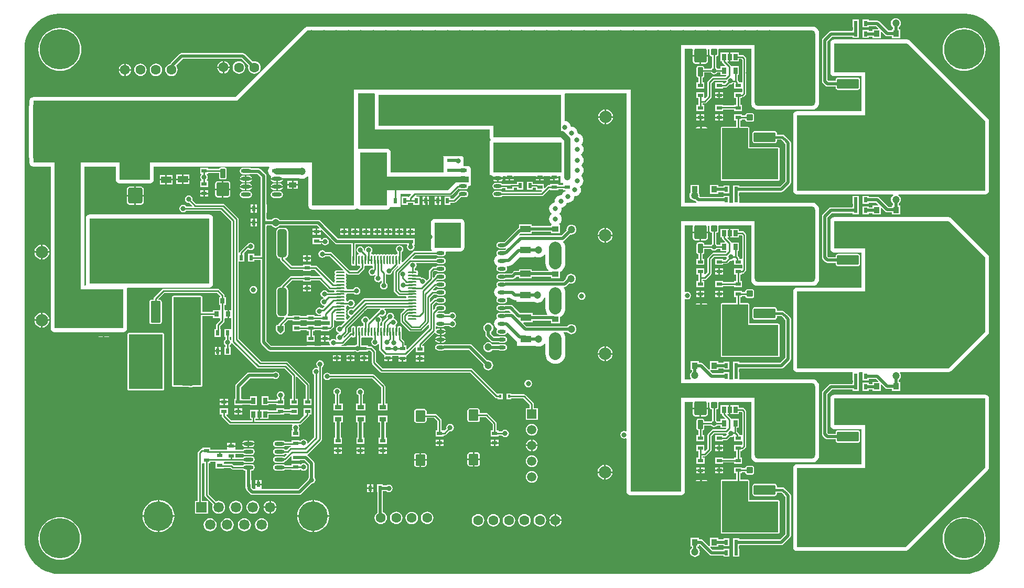
<source format=gtl>
G04*
G04 #@! TF.GenerationSoftware,Altium Limited,Altium Designer,22.6.1 (34)*
G04*
G04 Layer_Physical_Order=1*
G04 Layer_Color=255*
%FSLAX44Y44*%
%MOMM*%
G71*
G04*
G04 #@! TF.SameCoordinates,466ED6EB-786F-44DC-B84E-C9F39F190A86*
G04*
G04*
G04 #@! TF.FilePolarity,Positive*
G04*
G01*
G75*
%ADD17C,0.5000*%
%ADD18C,0.2540*%
%ADD62C,1.6000*%
G04:AMPARAMS|DCode=66|XSize=4.5mm|YSize=1.5mm|CornerRadius=0.375mm|HoleSize=0mm|Usage=FLASHONLY|Rotation=90.000|XOffset=0mm|YOffset=0mm|HoleType=Round|Shape=RoundedRectangle|*
%AMROUNDEDRECTD66*
21,1,4.5000,0.7500,0,0,90.0*
21,1,3.7500,1.5000,0,0,90.0*
1,1,0.7500,0.3750,1.8750*
1,1,0.7500,0.3750,-1.8750*
1,1,0.7500,-0.3750,-1.8750*
1,1,0.7500,-0.3750,1.8750*
%
%ADD66ROUNDEDRECTD66*%
%ADD67R,0.7000X1.0000*%
G04:AMPARAMS|DCode=68|XSize=3.1mm|YSize=2.6mm|CornerRadius=0.13mm|HoleSize=0mm|Usage=FLASHONLY|Rotation=90.000|XOffset=0mm|YOffset=0mm|HoleType=Round|Shape=RoundedRectangle|*
%AMROUNDEDRECTD68*
21,1,3.1000,2.3400,0,0,90.0*
21,1,2.8400,2.6000,0,0,90.0*
1,1,0.2600,1.1700,1.4200*
1,1,0.2600,1.1700,-1.4200*
1,1,0.2600,-1.1700,-1.4200*
1,1,0.2600,-1.1700,1.4200*
%
%ADD68ROUNDEDRECTD68*%
%ADD69O,1.3000X0.6000*%
%ADD70O,1.6000X0.6500*%
%ADD71O,1.5000X0.2540*%
%ADD72O,0.2540X1.5000*%
G04:AMPARAMS|DCode=73|XSize=1mm|YSize=1mm|CornerRadius=0.1mm|HoleSize=0mm|Usage=FLASHONLY|Rotation=270.000|XOffset=0mm|YOffset=0mm|HoleType=Round|Shape=RoundedRectangle|*
%AMROUNDEDRECTD73*
21,1,1.0000,0.8000,0,0,270.0*
21,1,0.8000,1.0000,0,0,270.0*
1,1,0.2000,-0.4000,-0.4000*
1,1,0.2000,-0.4000,0.4000*
1,1,0.2000,0.4000,0.4000*
1,1,0.2000,0.4000,-0.4000*
%
%ADD73ROUNDEDRECTD73*%
%ADD74R,0.1000X0.1000*%
%ADD75R,0.9000X0.6000*%
G04:AMPARAMS|DCode=76|XSize=1.6mm|YSize=3.5mm|CornerRadius=0.16mm|HoleSize=0mm|Usage=FLASHONLY|Rotation=0.000|XOffset=0mm|YOffset=0mm|HoleType=Round|Shape=RoundedRectangle|*
%AMROUNDEDRECTD76*
21,1,1.6000,3.1800,0,0,0.0*
21,1,1.2800,3.5000,0,0,0.0*
1,1,0.3200,0.6400,-1.5900*
1,1,0.3200,-0.6400,-1.5900*
1,1,0.3200,-0.6400,1.5900*
1,1,0.3200,0.6400,1.5900*
%
%ADD76ROUNDEDRECTD76*%
%ADD77R,0.6000X0.9000*%
G04:AMPARAMS|DCode=78|XSize=12.2mm|YSize=9.75mm|CornerRadius=0.4875mm|HoleSize=0mm|Usage=FLASHONLY|Rotation=270.000|XOffset=0mm|YOffset=0mm|HoleType=Round|Shape=RoundedRectangle|*
%AMROUNDEDRECTD78*
21,1,12.2000,8.7750,0,0,270.0*
21,1,11.2250,9.7500,0,0,270.0*
1,1,0.9750,-4.3875,-5.6125*
1,1,0.9750,-4.3875,5.6125*
1,1,0.9750,4.3875,5.6125*
1,1,0.9750,4.3875,-5.6125*
%
%ADD78ROUNDEDRECTD78*%
G04:AMPARAMS|DCode=79|XSize=1.6mm|YSize=3.5mm|CornerRadius=0.16mm|HoleSize=0mm|Usage=FLASHONLY|Rotation=270.000|XOffset=0mm|YOffset=0mm|HoleType=Round|Shape=RoundedRectangle|*
%AMROUNDEDRECTD79*
21,1,1.6000,3.1800,0,0,270.0*
21,1,1.2800,3.5000,0,0,270.0*
1,1,0.3200,-1.5900,-0.6400*
1,1,0.3200,-1.5900,0.6400*
1,1,0.3200,1.5900,0.6400*
1,1,0.3200,1.5900,-0.6400*
%
%ADD79ROUNDEDRECTD79*%
%ADD80R,0.7000X0.9000*%
G04:AMPARAMS|DCode=81|XSize=12.2mm|YSize=9.75mm|CornerRadius=0.4875mm|HoleSize=0mm|Usage=FLASHONLY|Rotation=0.000|XOffset=0mm|YOffset=0mm|HoleType=Round|Shape=RoundedRectangle|*
%AMROUNDEDRECTD81*
21,1,12.2000,8.7750,0,0,0.0*
21,1,11.2250,9.7500,0,0,0.0*
1,1,0.9750,5.6125,-4.3875*
1,1,0.9750,-5.6125,-4.3875*
1,1,0.9750,-5.6125,4.3875*
1,1,0.9750,5.6125,4.3875*
%
%ADD81ROUNDEDRECTD81*%
G04:AMPARAMS|DCode=82|XSize=2mm|YSize=3.5mm|CornerRadius=0.2mm|HoleSize=0mm|Usage=FLASHONLY|Rotation=270.000|XOffset=0mm|YOffset=0mm|HoleType=Round|Shape=RoundedRectangle|*
%AMROUNDEDRECTD82*
21,1,2.0000,3.1000,0,0,270.0*
21,1,1.6000,3.5000,0,0,270.0*
1,1,0.4000,-1.5500,-0.8000*
1,1,0.4000,-1.5500,0.8000*
1,1,0.4000,1.5500,0.8000*
1,1,0.4000,1.5500,-0.8000*
%
%ADD82ROUNDEDRECTD82*%
G04:AMPARAMS|DCode=83|XSize=1.5mm|YSize=3.2mm|CornerRadius=0.15mm|HoleSize=0mm|Usage=FLASHONLY|Rotation=0.000|XOffset=0mm|YOffset=0mm|HoleType=Round|Shape=RoundedRectangle|*
%AMROUNDEDRECTD83*
21,1,1.5000,2.9000,0,0,0.0*
21,1,1.2000,3.2000,0,0,0.0*
1,1,0.3000,0.6000,-1.4500*
1,1,0.3000,-0.6000,-1.4500*
1,1,0.3000,-0.6000,1.4500*
1,1,0.3000,0.6000,1.4500*
%
%ADD83ROUNDEDRECTD83*%
G04:AMPARAMS|DCode=84|XSize=2.2mm|YSize=2mm|CornerRadius=0.2mm|HoleSize=0mm|Usage=FLASHONLY|Rotation=270.000|XOffset=0mm|YOffset=0mm|HoleType=Round|Shape=RoundedRectangle|*
%AMROUNDEDRECTD84*
21,1,2.2000,1.6000,0,0,270.0*
21,1,1.8000,2.0000,0,0,270.0*
1,1,0.4000,-0.8000,-0.9000*
1,1,0.4000,-0.8000,0.9000*
1,1,0.4000,0.8000,0.9000*
1,1,0.4000,0.8000,-0.9000*
%
%ADD84ROUNDEDRECTD84*%
G04:AMPARAMS|DCode=85|XSize=1.5mm|YSize=0.8mm|CornerRadius=0.08mm|HoleSize=0mm|Usage=FLASHONLY|Rotation=270.000|XOffset=0mm|YOffset=0mm|HoleType=Round|Shape=RoundedRectangle|*
%AMROUNDEDRECTD85*
21,1,1.5000,0.6400,0,0,270.0*
21,1,1.3400,0.8000,0,0,270.0*
1,1,0.1600,-0.3200,-0.6700*
1,1,0.1600,-0.3200,0.6700*
1,1,0.1600,0.3200,0.6700*
1,1,0.1600,0.3200,-0.6700*
%
%ADD85ROUNDEDRECTD85*%
%ADD86R,0.9500X1.0500*%
G04:AMPARAMS|DCode=87|XSize=2.5mm|YSize=2.3mm|CornerRadius=0.23mm|HoleSize=0mm|Usage=FLASHONLY|Rotation=270.000|XOffset=0mm|YOffset=0mm|HoleType=Round|Shape=RoundedRectangle|*
%AMROUNDEDRECTD87*
21,1,2.5000,1.8400,0,0,270.0*
21,1,2.0400,2.3000,0,0,270.0*
1,1,0.4600,-0.9200,-1.0200*
1,1,0.4600,-0.9200,1.0200*
1,1,0.4600,0.9200,1.0200*
1,1,0.4600,0.9200,-1.0200*
%
%ADD87ROUNDEDRECTD87*%
G04:AMPARAMS|DCode=88|XSize=1.8mm|YSize=2mm|CornerRadius=0.18mm|HoleSize=0mm|Usage=FLASHONLY|Rotation=0.000|XOffset=0mm|YOffset=0mm|HoleType=Round|Shape=RoundedRectangle|*
%AMROUNDEDRECTD88*
21,1,1.8000,1.6400,0,0,0.0*
21,1,1.4400,2.0000,0,0,0.0*
1,1,0.3600,0.7200,-0.8200*
1,1,0.3600,-0.7200,-0.8200*
1,1,0.3600,-0.7200,0.8200*
1,1,0.3600,0.7200,0.8200*
%
%ADD88ROUNDEDRECTD88*%
%ADD89R,1.1000X0.7000*%
%ADD90R,0.4000X0.5000*%
%ADD91R,1.0500X0.9500*%
%ADD92R,1.7000X1.1000*%
%ADD93R,1.3000X0.9000*%
%ADD94R,0.8000X3.0000*%
G04:AMPARAMS|DCode=95|XSize=1.6mm|YSize=1.8mm|CornerRadius=0.16mm|HoleSize=0mm|Usage=FLASHONLY|Rotation=0.000|XOffset=0mm|YOffset=0mm|HoleType=Round|Shape=RoundedRectangle|*
%AMROUNDEDRECTD95*
21,1,1.6000,1.4800,0,0,0.0*
21,1,1.2800,1.8000,0,0,0.0*
1,1,0.3200,0.6400,-0.7400*
1,1,0.3200,-0.6400,-0.7400*
1,1,0.3200,-0.6400,0.7400*
1,1,0.3200,0.6400,0.7400*
%
%ADD95ROUNDEDRECTD95*%
%ADD96C,1.0000*%
%ADD97C,0.3810*%
%ADD98C,2.0000*%
%ADD99R,19.6250X12.1000*%
%ADD100R,2.7250X8.6750*%
%ADD101R,14.8000X2.4000*%
%ADD102R,8.2000X74.5000*%
%ADD103R,6.7750X19.2500*%
%ADD104R,4.9500X4.7000*%
%ADD105R,11.5452X13.7000*%
%ADD106R,4.4750X14.2750*%
%ADD107R,19.3000X10.6000*%
%ADD108R,5.5000X8.9000*%
%ADD109R,4.3750X8.3500*%
%ADD110R,4.2000X4.0250*%
G04:AMPARAMS|DCode=111|XSize=18mm|YSize=10mm|CornerRadius=1mm|HoleSize=0mm|Usage=FLASHONLY|Rotation=180.000|XOffset=0mm|YOffset=0mm|HoleType=Round|Shape=RoundedRectangle|*
%AMROUNDEDRECTD111*
21,1,18.0000,8.0000,0,0,180.0*
21,1,16.0000,10.0000,0,0,180.0*
1,1,2.0000,-8.0000,4.0000*
1,1,2.0000,8.0000,4.0000*
1,1,2.0000,8.0000,-4.0000*
1,1,2.0000,-8.0000,-4.0000*
%
%ADD111ROUNDEDRECTD111*%
%ADD112R,1.6900X1.6900*%
%ADD113C,1.6900*%
%ADD114C,4.7600*%
%ADD115C,2.0000*%
%ADD116C,3.2000*%
%ADD117R,1.5000X1.5000*%
%ADD118C,1.5000*%
%ADD119R,2.0000X2.0000*%
%ADD120C,6.5000*%
%ADD121C,0.8000*%
%ADD122C,1.2000*%
G36*
X1124000Y140451D02*
X1126822D01*
X1132440Y139898D01*
X1137976Y138797D01*
X1143378Y137158D01*
X1148593Y134998D01*
X1153571Y132337D01*
X1158265Y129201D01*
X1162629Y125620D01*
X1166620Y121628D01*
X1170201Y117265D01*
X1173337Y112571D01*
X1175998Y107593D01*
X1178158Y102378D01*
X1179797Y96976D01*
X1180898Y91440D01*
X1181451Y85822D01*
X1181451Y83000D01*
X1181451Y-707000D01*
Y-709822D01*
X1180898Y-715440D01*
X1179797Y-720976D01*
X1178158Y-726378D01*
X1175998Y-731593D01*
X1173337Y-736572D01*
X1170201Y-741265D01*
X1166620Y-745629D01*
X1162628Y-749620D01*
X1158265Y-753201D01*
X1153571Y-756337D01*
X1148593Y-758998D01*
X1143378Y-761158D01*
X1137976Y-762797D01*
X1132440Y-763898D01*
X1126822Y-764451D01*
X1124000Y-764451D01*
X-336000Y-764451D01*
X-338822D01*
X-344440Y-763898D01*
X-349976Y-762797D01*
X-355378Y-761158D01*
X-360593Y-758998D01*
X-365572Y-756337D01*
X-370265Y-753201D01*
X-374628Y-749620D01*
X-378620Y-745628D01*
X-382201Y-741265D01*
X-385337Y-736571D01*
X-387998Y-731593D01*
X-390158Y-726378D01*
X-391797Y-720976D01*
X-392898Y-715440D01*
X-393451Y-709822D01*
X-393451Y-707000D01*
Y83000D01*
Y85822D01*
X-392898Y91440D01*
X-391797Y96976D01*
X-390158Y102378D01*
X-387998Y107593D01*
X-385337Y112571D01*
X-382201Y117265D01*
X-378620Y121629D01*
X-374628Y125620D01*
X-370265Y129201D01*
X-365572Y132337D01*
X-360593Y134998D01*
X-355378Y137158D01*
X-349976Y138797D01*
X-344440Y139898D01*
X-338822Y140451D01*
X-336000D01*
X1124000Y140451D01*
D02*
G37*
%LPC*%
G36*
X1013750Y133569D02*
X1011662Y133294D01*
X1009715Y132488D01*
X1008044Y131206D01*
X1006762Y129535D01*
X1005956Y127588D01*
X1005681Y125500D01*
X1005956Y123412D01*
X1006762Y121466D01*
X1008044Y119794D01*
X1009162Y118937D01*
Y115750D01*
X1007000D01*
Y113588D01*
X1001900D01*
X987244Y128244D01*
X985756Y129239D01*
X984000Y129588D01*
X969800D01*
Y131500D01*
X959800D01*
Y118500D01*
X969800D01*
Y120412D01*
X982100D01*
X985588Y116923D01*
X985102Y115750D01*
X975750D01*
Y112588D01*
X969800D01*
Y114500D01*
X959800D01*
Y101500D01*
X969800D01*
Y103412D01*
X975750D01*
Y101250D01*
X989250D01*
Y111602D01*
X990423Y112088D01*
X996756Y105756D01*
X998244Y104761D01*
X1000000Y104412D01*
X1007000D01*
Y101250D01*
X1020500D01*
Y115750D01*
X1018338D01*
Y118937D01*
X1019456Y119794D01*
X1020738Y121466D01*
X1021544Y123412D01*
X1021819Y125500D01*
X1021544Y127588D01*
X1020738Y129535D01*
X1019456Y131206D01*
X1017785Y132488D01*
X1015838Y133294D01*
X1013750Y133569D01*
D02*
G37*
G36*
X954200Y131500D02*
X944200D01*
Y118500D01*
X944612D01*
Y114500D01*
X944200D01*
Y112588D01*
X909000D01*
X907244Y112239D01*
X905756Y111244D01*
X895756Y101244D01*
X894761Y99756D01*
X894412Y98000D01*
Y32000D01*
X894761Y30244D01*
X895756Y28756D01*
X900156Y24356D01*
X901644Y23361D01*
X903400Y23012D01*
X916680D01*
Y21200D01*
X916959Y19795D01*
X917755Y18605D01*
X918945Y17809D01*
X920350Y17530D01*
X952150D01*
X953555Y17809D01*
X954745Y18605D01*
X955541Y19795D01*
X955820Y21200D01*
Y34000D01*
X955541Y35405D01*
X954745Y36595D01*
X953555Y37391D01*
X952150Y37671D01*
X920350D01*
X918945Y37391D01*
X917755Y36595D01*
X916959Y35405D01*
X916680Y34000D01*
Y32188D01*
X905301D01*
X903588Y33900D01*
Y96100D01*
X910900Y103412D01*
X944200D01*
Y101500D01*
X954200D01*
Y114500D01*
X953788D01*
Y118500D01*
X954200D01*
Y131500D01*
D02*
G37*
G36*
X710078Y71730D02*
X699270D01*
Y59922D01*
X706000D01*
X707561Y60232D01*
X708884Y61116D01*
X709768Y62439D01*
X710078Y64000D01*
Y71730D01*
D02*
G37*
G36*
X696730D02*
X685922D01*
Y64000D01*
X686232Y62439D01*
X687116Y61116D01*
X688439Y60232D01*
X690000Y59922D01*
X696730D01*
Y71730D01*
D02*
G37*
G36*
X-70730Y64169D02*
Y55520D01*
X-62081D01*
X-62257Y56860D01*
X-63265Y59293D01*
X-64868Y61382D01*
X-66957Y62985D01*
X-69390Y63993D01*
X-70730Y64169D01*
D02*
G37*
G36*
X-73270D02*
X-74611Y63993D01*
X-77043Y62985D01*
X-79132Y61382D01*
X-80735Y59293D01*
X-81743Y56860D01*
X-81919Y55520D01*
X-73270D01*
Y64169D01*
D02*
G37*
G36*
X-229730Y59919D02*
Y51270D01*
X-221081D01*
X-221257Y52611D01*
X-222265Y55043D01*
X-223868Y57132D01*
X-225957Y58735D01*
X-228389Y59743D01*
X-229730Y59919D01*
D02*
G37*
G36*
X-232270D02*
X-233610Y59743D01*
X-236043Y58735D01*
X-238132Y57132D01*
X-239735Y55043D01*
X-240743Y52611D01*
X-240919Y51270D01*
X-232270D01*
Y59919D01*
D02*
G37*
G36*
X1124000Y117607D02*
X1118586Y117181D01*
X1113306Y115913D01*
X1108289Y113835D01*
X1103659Y110997D01*
X1099529Y107471D01*
X1096003Y103341D01*
X1093165Y98711D01*
X1091087Y93694D01*
X1089819Y88414D01*
X1089393Y83000D01*
X1089819Y77586D01*
X1091087Y72306D01*
X1093165Y67289D01*
X1096003Y62659D01*
X1099529Y58529D01*
X1103659Y55003D01*
X1108289Y52165D01*
X1113306Y50087D01*
X1118586Y48819D01*
X1124000Y48393D01*
X1129414Y48819D01*
X1134694Y50087D01*
X1139711Y52165D01*
X1144341Y55003D01*
X1148471Y58529D01*
X1151997Y62659D01*
X1154835Y67289D01*
X1156913Y72306D01*
X1158181Y77586D01*
X1158607Y83000D01*
X1158181Y88414D01*
X1156913Y93694D01*
X1154835Y98711D01*
X1151997Y103341D01*
X1148471Y107471D01*
X1144341Y110997D01*
X1139711Y113835D01*
X1134694Y115913D01*
X1129414Y117181D01*
X1124000Y117607D01*
D02*
G37*
G36*
X-336000D02*
X-341414Y117181D01*
X-346694Y115913D01*
X-351711Y113835D01*
X-356341Y110997D01*
X-360471Y107471D01*
X-363997Y103341D01*
X-366835Y98711D01*
X-368913Y93694D01*
X-370181Y88414D01*
X-370607Y83000D01*
X-370181Y77586D01*
X-368913Y72306D01*
X-366835Y67289D01*
X-363997Y62659D01*
X-360471Y58529D01*
X-356341Y55003D01*
X-351711Y52165D01*
X-346694Y50087D01*
X-341414Y48819D01*
X-336000Y48393D01*
X-330586Y48819D01*
X-325306Y50087D01*
X-320289Y52165D01*
X-315659Y55003D01*
X-311529Y58529D01*
X-308003Y62659D01*
X-305165Y67289D01*
X-303087Y72306D01*
X-301819Y77586D01*
X-301393Y83000D01*
X-301819Y88414D01*
X-303087Y93694D01*
X-305165Y98711D01*
X-308003Y103341D01*
X-311529Y107471D01*
X-315659Y110997D01*
X-320289Y113835D01*
X-325306Y115913D01*
X-330586Y117181D01*
X-336000Y117607D01*
D02*
G37*
G36*
X-62081Y52980D02*
X-70730D01*
Y44331D01*
X-69390Y44507D01*
X-66957Y45515D01*
X-64868Y47118D01*
X-63265Y49207D01*
X-62257Y51639D01*
X-62081Y52980D01*
D02*
G37*
G36*
X-73270D02*
X-81919D01*
X-81743Y51639D01*
X-80735Y49207D01*
X-79132Y47118D01*
X-77043Y45515D01*
X-74611Y44507D01*
X-73270Y44331D01*
Y52980D01*
D02*
G37*
G36*
X-40500Y77088D02*
X-139571D01*
X-141327Y76739D01*
X-142815Y75744D01*
X-150069Y68491D01*
X-150069Y68491D01*
X-157140Y61420D01*
X-158134Y59932D01*
X-158160Y59802D01*
X-158610Y59743D01*
X-161043Y58735D01*
X-163132Y57132D01*
X-164735Y55043D01*
X-165743Y52611D01*
X-166086Y50000D01*
X-165743Y47389D01*
X-164735Y44957D01*
X-163132Y42868D01*
X-161043Y41265D01*
X-158610Y40257D01*
X-156000Y39914D01*
X-153390Y40257D01*
X-150957Y41265D01*
X-148868Y42868D01*
X-147265Y44957D01*
X-146257Y47389D01*
X-145914Y50000D01*
X-146257Y52611D01*
X-147265Y55043D01*
X-148687Y56896D01*
X-143580Y62003D01*
X-143580Y62003D01*
X-137671Y67912D01*
X-42400D01*
X-31554Y57066D01*
X-31743Y56610D01*
X-32086Y54000D01*
X-31743Y51389D01*
X-30735Y48957D01*
X-29132Y46868D01*
X-27043Y45265D01*
X-24611Y44257D01*
X-22000Y43914D01*
X-19389Y44257D01*
X-16957Y45265D01*
X-14868Y46868D01*
X-13265Y48957D01*
X-12257Y51389D01*
X-11914Y54000D01*
X-12257Y56610D01*
X-13265Y59043D01*
X-14868Y61132D01*
X-16957Y62735D01*
X-19389Y63743D01*
X-22000Y64086D01*
X-24611Y63743D01*
X-25066Y63554D01*
X-37256Y75744D01*
X-38744Y76739D01*
X-40500Y77088D01*
D02*
G37*
G36*
X-47000Y64086D02*
X-49611Y63743D01*
X-52043Y62735D01*
X-54132Y61132D01*
X-55735Y59043D01*
X-56743Y56610D01*
X-57086Y54000D01*
X-56743Y51389D01*
X-55735Y48957D01*
X-54132Y46868D01*
X-52043Y45265D01*
X-49611Y44257D01*
X-47000Y43914D01*
X-44390Y44257D01*
X-41957Y45265D01*
X-39868Y46868D01*
X-38265Y48957D01*
X-37257Y51389D01*
X-36914Y54000D01*
X-37257Y56610D01*
X-38265Y59043D01*
X-39868Y61132D01*
X-41957Y62735D01*
X-44390Y63743D01*
X-47000Y64086D01*
D02*
G37*
G36*
X-206000Y60336D02*
X-208610Y59993D01*
X-211043Y58985D01*
X-213132Y57382D01*
X-214735Y55293D01*
X-215743Y52860D01*
X-216086Y50250D01*
X-215743Y47639D01*
X-214735Y45207D01*
X-213132Y43118D01*
X-211043Y41515D01*
X-208610Y40507D01*
X-206000Y40164D01*
X-203389Y40507D01*
X-200957Y41515D01*
X-198868Y43118D01*
X-197265Y45207D01*
X-196257Y47639D01*
X-195914Y50250D01*
X-196257Y52860D01*
X-197265Y55293D01*
X-198868Y57382D01*
X-200957Y58985D01*
X-203389Y59993D01*
X-206000Y60336D01*
D02*
G37*
G36*
X-221081Y48730D02*
X-229730D01*
Y40081D01*
X-228389Y40257D01*
X-225957Y41265D01*
X-223868Y42868D01*
X-222265Y44957D01*
X-221257Y47389D01*
X-221081Y48730D01*
D02*
G37*
G36*
X-232270D02*
X-240919D01*
X-240743Y47389D01*
X-239735Y44957D01*
X-238132Y42868D01*
X-236043Y41265D01*
X-233610Y40257D01*
X-232270Y40081D01*
Y48730D01*
D02*
G37*
G36*
X-181000Y60086D02*
X-183610Y59743D01*
X-186043Y58735D01*
X-188132Y57132D01*
X-189735Y55043D01*
X-190743Y52611D01*
X-191086Y50000D01*
X-190743Y47389D01*
X-189735Y44957D01*
X-188132Y42868D01*
X-186043Y41265D01*
X-183610Y40257D01*
X-181000Y39914D01*
X-178389Y40257D01*
X-175957Y41265D01*
X-173868Y42868D01*
X-172265Y44957D01*
X-171257Y47389D01*
X-170914Y50000D01*
X-171257Y52611D01*
X-172265Y55043D01*
X-173868Y57132D01*
X-175957Y58735D01*
X-178389Y59743D01*
X-181000Y60086D01*
D02*
G37*
G36*
X735000Y14200D02*
X729770D01*
Y10470D01*
X735000D01*
Y14200D01*
D02*
G37*
G36*
X727230D02*
X722000D01*
Y10470D01*
X727230D01*
Y14200D01*
D02*
G37*
G36*
X735000Y7930D02*
X729770D01*
Y4200D01*
X735000D01*
Y7930D01*
D02*
G37*
G36*
X727230D02*
X722000D01*
Y4200D01*
X727230D01*
Y7930D01*
D02*
G37*
G36*
X160500Y-7250D02*
X155020D01*
Y-13230D01*
X160500D01*
Y-7250D01*
D02*
G37*
G36*
X152480D02*
X147000D01*
Y-13230D01*
X152480D01*
Y-7250D01*
D02*
G37*
G36*
X812000Y120118D02*
X585000D01*
X64000Y120118D01*
X61659Y119652D01*
X59674Y118326D01*
X-52534Y6118D01*
X-379000D01*
X-381341Y5652D01*
X-383326Y4326D01*
X-384652Y2341D01*
X-385117Y0D01*
Y-4717D01*
X-385769Y-6863D01*
X-386077Y-10000D01*
Y-90000D01*
X-385769Y-93137D01*
X-385117Y-95282D01*
Y-100000D01*
X-384652Y-102341D01*
X-383326Y-104326D01*
X-381341Y-105652D01*
X-379000Y-106117D01*
X-351118D01*
Y-367500D01*
X-350652Y-369841D01*
X-349326Y-371826D01*
X-347341Y-373152D01*
X-345000Y-373618D01*
X-233639D01*
X-231298Y-373152D01*
X-229314Y-371826D01*
X-227987Y-369841D01*
X-227522Y-367500D01*
Y-304500D01*
X-227842Y-302888D01*
X-226938Y-301618D01*
X-95000D01*
X-92659Y-301152D01*
X-90674Y-299826D01*
X-89348Y-297841D01*
X-88882Y-295500D01*
Y-189500D01*
X-89348Y-187159D01*
X-90674Y-185174D01*
X-92659Y-183848D01*
X-95000Y-183382D01*
X-288000D01*
X-290341Y-183848D01*
X-292326Y-185174D01*
X-293652Y-187159D01*
X-294118Y-189500D01*
Y-295500D01*
X-293797Y-297112D01*
X-294701Y-298382D01*
X-296383D01*
Y-106117D01*
X-246117D01*
Y-127000D01*
X-245652Y-129341D01*
X-244326Y-131326D01*
X-242341Y-132652D01*
X-240000Y-133118D01*
X-190500D01*
X-188159Y-132652D01*
X-186174Y-131326D01*
X-184848Y-129341D01*
X-184382Y-127000D01*
Y-106117D01*
X-113750D01*
Y-106200D01*
X-92750D01*
Y-106117D01*
X1790D01*
X2416Y-107388D01*
X1420Y-108685D01*
X488Y-110935D01*
X170Y-113350D01*
X488Y-115765D01*
X1420Y-118015D01*
X2903Y-119947D01*
X4835Y-121430D01*
X4846Y-121434D01*
X5242Y-122973D01*
X4555Y-124002D01*
X4400Y-124780D01*
X14250D01*
X25065D01*
X25094Y-124745D01*
X38990D01*
X39750Y-124845D01*
X50178D01*
X51617Y-125441D01*
X54750Y-125854D01*
X57883Y-125441D01*
X60802Y-124232D01*
X63309Y-122309D01*
X63930Y-121499D01*
X65132Y-121907D01*
Y-169500D01*
X65598Y-171841D01*
X66924Y-173826D01*
X68909Y-175152D01*
X71250Y-175618D01*
X139000D01*
X141341Y-175152D01*
X143326Y-173826D01*
X143426Y-173676D01*
X144574D01*
X146559Y-175002D01*
X148900Y-175467D01*
X191900D01*
X194241Y-175002D01*
X196226Y-173676D01*
X197512Y-171750D01*
X214200D01*
Y-150750D01*
X215353Y-150468D01*
X230408D01*
X230894Y-151641D01*
X227642Y-154893D01*
X227070Y-155749D01*
X225994Y-155614D01*
X225800Y-155538D01*
Y-154750D01*
X215800D01*
Y-167750D01*
X225800D01*
Y-164584D01*
X234200D01*
Y-167750D01*
X244200D01*
Y-154750D01*
X240244D01*
X239565Y-153480D01*
X239662Y-153334D01*
X294250D01*
X295526Y-153080D01*
X296607Y-152358D01*
X307319Y-141646D01*
X308481D01*
X309549Y-142360D01*
X311500Y-142748D01*
X318500D01*
X320451Y-142360D01*
X322105Y-141255D01*
X323210Y-139601D01*
X323598Y-137650D01*
X324820Y-137284D01*
X326241Y-137002D01*
X326815Y-136618D01*
X327900Y-137198D01*
Y-115253D01*
X327089Y-115377D01*
X327075Y-115371D01*
X326986Y-115282D01*
X327268Y-114600D01*
X327578Y-112250D01*
X327268Y-109901D01*
X326362Y-107711D01*
X324919Y-105831D01*
X324292Y-105350D01*
X315900D01*
Y-102742D01*
X315551Y-102033D01*
X315735Y-101793D01*
X315900Y-101395D01*
Y-92105D01*
X315735Y-91707D01*
X314132Y-89618D01*
X313783Y-89350D01*
X283000D01*
Y-90304D01*
X283500D01*
Y-105450D01*
Y-115997D01*
X198018D01*
Y-83350D01*
X197552Y-81009D01*
X196226Y-79024D01*
X194241Y-77698D01*
X191900Y-77232D01*
X148900D01*
X146559Y-77698D01*
X146238Y-77913D01*
X145118Y-77314D01*
Y11882D01*
X171756D01*
X172562Y10901D01*
X172383Y10000D01*
Y-40500D01*
X172683Y-42010D01*
X172395Y-42364D01*
X171573Y-42939D01*
X170200Y-42666D01*
X162270D01*
Y-46350D01*
X174805D01*
X175630Y-45799D01*
X176159Y-46152D01*
X177155Y-46350D01*
X357900D01*
Y-46617D01*
X358032D01*
Y-59350D01*
X358498Y-61691D01*
X359482Y-63163D01*
X358248Y-65009D01*
X357900Y-66759D01*
Y-96350D01*
Y-130030D01*
X358065D01*
Y-119702D01*
X359335Y-119317D01*
X359574Y-119676D01*
X361559Y-121002D01*
X362703Y-121229D01*
X363189Y-122403D01*
X362790Y-122999D01*
X362655Y-123680D01*
X371000D01*
X379345D01*
X379210Y-122999D01*
X378935Y-122588D01*
X379534Y-121468D01*
X383500D01*
Y-122180D01*
X390000D01*
X396500D01*
Y-121468D01*
X432500D01*
Y-122180D01*
X439000D01*
Y-123450D01*
D01*
Y-122180D01*
X445500D01*
Y-121468D01*
X455500D01*
Y-122180D01*
X462000D01*
X468500D01*
Y-121468D01*
X471905D01*
Y-123450D01*
X472283Y-126322D01*
X472500Y-126845D01*
Y-132450D01*
X475860D01*
X476205Y-132902D01*
X476500Y-134050D01*
X476500D01*
Y-135716D01*
X468500D01*
Y-134050D01*
X455500D01*
Y-135738D01*
X453178D01*
X451902Y-135992D01*
X450820Y-136715D01*
X446673Y-140862D01*
X445500Y-140376D01*
Y-134050D01*
X437592D01*
X437270Y-133986D01*
X434634D01*
X434282Y-133916D01*
X427800D01*
Y-130750D01*
X417800D01*
Y-143750D01*
X427800D01*
Y-140584D01*
X432500D01*
Y-144050D01*
X441826D01*
X442312Y-145223D01*
X440519Y-147016D01*
X378286D01*
X378105Y-146745D01*
X376451Y-145640D01*
X374500Y-145252D01*
X367500D01*
X365549Y-145640D01*
X363895Y-146745D01*
X362790Y-148399D01*
X362402Y-150350D01*
X362790Y-152301D01*
X363895Y-153955D01*
X365549Y-155060D01*
X367500Y-155448D01*
X374500D01*
X376451Y-155060D01*
X378105Y-153955D01*
X378286Y-153684D01*
X441900D01*
X443176Y-153430D01*
X444258Y-152708D01*
X454230Y-142735D01*
X455500Y-143200D01*
Y-144050D01*
X468500D01*
Y-142384D01*
X476500D01*
Y-144050D01*
X480279D01*
X480531Y-145320D01*
X479457Y-145765D01*
X477368Y-147368D01*
X475765Y-149457D01*
X474757Y-151889D01*
X474692Y-152387D01*
X473000Y-152164D01*
X470390Y-152507D01*
X467957Y-153515D01*
X465868Y-155118D01*
X464265Y-157207D01*
X463257Y-159640D01*
X462914Y-162250D01*
X463180Y-164272D01*
X461390Y-164507D01*
X458957Y-165515D01*
X456868Y-167118D01*
X455265Y-169207D01*
X454257Y-171639D01*
X453914Y-174250D01*
X454257Y-176861D01*
X455265Y-179293D01*
X456868Y-181382D01*
X457497Y-181865D01*
Y-183135D01*
X456868Y-183618D01*
X455265Y-185707D01*
X454257Y-188139D01*
X453914Y-190750D01*
X454257Y-193361D01*
X455265Y-195793D01*
X456868Y-197882D01*
X457973Y-198730D01*
X457542Y-200000D01*
X456750D01*
Y-202162D01*
X426000D01*
Y-199500D01*
X405000D01*
Y-205611D01*
X404244Y-205761D01*
X402756Y-206756D01*
X381425Y-228086D01*
X381000Y-228002D01*
X374000D01*
X372049Y-228390D01*
X370395Y-229495D01*
X369290Y-231149D01*
X368902Y-233100D01*
X369290Y-235051D01*
X370395Y-236705D01*
X372049Y-237810D01*
X374000Y-238198D01*
X381000D01*
X382951Y-237810D01*
X383053Y-237742D01*
X383626Y-237839D01*
X384060Y-239201D01*
X382301Y-240961D01*
X381000Y-240702D01*
X374000D01*
X372049Y-241090D01*
X370395Y-242195D01*
X369290Y-243849D01*
X368902Y-245800D01*
X369290Y-247751D01*
X370119Y-248991D01*
X369874Y-250468D01*
X369461Y-250639D01*
X367581Y-252081D01*
X366139Y-253961D01*
X365232Y-256150D01*
X364922Y-258500D01*
X365232Y-260849D01*
X366139Y-263039D01*
X367581Y-264919D01*
X369461Y-266361D01*
X369874Y-266532D01*
X370119Y-268009D01*
X369290Y-269249D01*
X368902Y-271200D01*
X369290Y-273151D01*
X370395Y-274805D01*
X372049Y-275910D01*
X374000Y-276298D01*
X381000D01*
X382951Y-275910D01*
X384605Y-274805D01*
X385710Y-273151D01*
X386098Y-271200D01*
X385710Y-269249D01*
X384977Y-268152D01*
X385649Y-266882D01*
X388191D01*
X390410Y-266590D01*
X392478Y-265733D01*
X394254Y-264371D01*
X406125Y-252500D01*
X430000D01*
Y-252193D01*
X431270Y-251615D01*
X433867Y-252691D01*
X437000Y-253104D01*
X440133Y-252691D01*
X443052Y-251482D01*
X445559Y-249559D01*
X446653Y-248133D01*
X447923Y-248564D01*
Y-262000D01*
X448232Y-265137D01*
X449146Y-268153D01*
X450632Y-270932D01*
X452632Y-273368D01*
X453055Y-273716D01*
X452627Y-274912D01*
X426000D01*
Y-272000D01*
X405000D01*
Y-274912D01*
X399000D01*
X397244Y-275261D01*
X395756Y-276256D01*
X393100Y-278912D01*
X383500D01*
X382526Y-279106D01*
X381000Y-278802D01*
X374000D01*
X372049Y-279190D01*
X370395Y-280295D01*
X369290Y-281949D01*
X368902Y-283900D01*
X369290Y-285851D01*
X370395Y-287505D01*
X372049Y-288610D01*
X374000Y-288998D01*
X381000D01*
X382951Y-288610D01*
X383732Y-288088D01*
X395000D01*
X396756Y-287739D01*
X398244Y-286744D01*
X400900Y-284088D01*
X405000D01*
Y-287000D01*
X426000D01*
Y-284088D01*
X456750D01*
Y-286500D01*
X471250D01*
Y-276267D01*
X472932Y-275368D01*
X475368Y-273368D01*
X477368Y-270932D01*
X478854Y-268153D01*
X479768Y-265137D01*
X480077Y-262000D01*
Y-250000D01*
Y-238000D01*
X479768Y-234863D01*
X478854Y-231847D01*
X477368Y-229068D01*
X476481Y-227988D01*
X476980Y-226593D01*
X477506Y-226489D01*
X478994Y-225494D01*
X488604Y-215885D01*
X490000Y-216069D01*
X492088Y-215794D01*
X494035Y-214988D01*
X495706Y-213706D01*
X496988Y-212034D01*
X497794Y-210088D01*
X498069Y-208000D01*
X497794Y-205912D01*
X496988Y-203965D01*
X495706Y-202294D01*
X494035Y-201012D01*
X492088Y-200206D01*
X490000Y-199931D01*
X487912Y-200206D01*
X485965Y-201012D01*
X484294Y-202294D01*
X483012Y-203965D01*
X482206Y-205912D01*
X481931Y-208000D01*
X482115Y-209396D01*
X473849Y-217662D01*
X407500D01*
X406405Y-217880D01*
X405779Y-216709D01*
X407901Y-214588D01*
X412500D01*
X412943Y-214500D01*
X426000D01*
Y-211338D01*
X456750D01*
Y-213500D01*
X471250D01*
Y-200000D01*
X470458D01*
X470027Y-198730D01*
X471132Y-197882D01*
X472735Y-195793D01*
X473743Y-193361D01*
X474086Y-190750D01*
X473743Y-188139D01*
X472735Y-185707D01*
X471132Y-183618D01*
X470503Y-183135D01*
Y-181865D01*
X471132Y-181382D01*
X472735Y-179293D01*
X473743Y-176861D01*
X474086Y-174250D01*
X473820Y-172228D01*
X475611Y-171993D01*
X478043Y-170985D01*
X480132Y-169382D01*
X481735Y-167293D01*
X482743Y-164860D01*
X482808Y-164363D01*
X484500Y-164586D01*
X487110Y-164243D01*
X489543Y-163235D01*
X491632Y-161632D01*
X493235Y-159543D01*
X494243Y-157111D01*
X494586Y-154500D01*
X495803Y-154013D01*
X497860Y-153743D01*
X500293Y-152735D01*
X502382Y-151132D01*
X503985Y-149043D01*
X504993Y-146610D01*
X505336Y-144000D01*
X504993Y-141390D01*
X503985Y-138957D01*
X503971Y-138938D01*
X504081Y-138527D01*
X504517Y-137563D01*
X506382Y-136132D01*
X507985Y-134043D01*
X508993Y-131610D01*
X509336Y-129000D01*
X508993Y-126390D01*
X507985Y-123957D01*
X506382Y-121868D01*
X505878Y-121481D01*
Y-120211D01*
X506632Y-119632D01*
X508235Y-117543D01*
X509243Y-115111D01*
X509586Y-112500D01*
X509243Y-109889D01*
X508235Y-107457D01*
X506632Y-105368D01*
X506003Y-104885D01*
Y-103615D01*
X506632Y-103132D01*
X508235Y-101043D01*
X509243Y-98610D01*
X509586Y-96000D01*
X509243Y-93390D01*
X508235Y-90957D01*
X506632Y-88868D01*
X505567Y-88050D01*
Y-86450D01*
X506632Y-85632D01*
X508235Y-83543D01*
X509243Y-81110D01*
X509586Y-78500D01*
X509243Y-75890D01*
X508235Y-73457D01*
X506632Y-71368D01*
X506399Y-71189D01*
X506336Y-69540D01*
X507485Y-68043D01*
X508493Y-65610D01*
X508836Y-63000D01*
X508493Y-60389D01*
X507485Y-57957D01*
X505882Y-55868D01*
X503793Y-54265D01*
X501361Y-53257D01*
X499945Y-53071D01*
X500086Y-52000D01*
X499743Y-49389D01*
X498735Y-46957D01*
X497132Y-44868D01*
X495043Y-43265D01*
X492611Y-42257D01*
X490000Y-41914D01*
X489026Y-42042D01*
X488743Y-39890D01*
X487735Y-37457D01*
X486132Y-35368D01*
X484043Y-33765D01*
X481610Y-32757D01*
X479017Y-32416D01*
Y10000D01*
X478838Y10901D01*
X479644Y11882D01*
X578882Y11882D01*
Y-533531D01*
X577762Y-534130D01*
X577341Y-533848D01*
X575000Y-533382D01*
X572659Y-533848D01*
X570674Y-535174D01*
X569348Y-537159D01*
X568882Y-539500D01*
X569348Y-541841D01*
X570674Y-543826D01*
X572659Y-545152D01*
X575000Y-545617D01*
X577341Y-545152D01*
X577762Y-544870D01*
X578882Y-545469D01*
Y-631000D01*
X579348Y-633341D01*
X580674Y-635326D01*
X582659Y-636652D01*
X585000Y-637118D01*
X667000D01*
X669341Y-636652D01*
X671326Y-635326D01*
X672652Y-633341D01*
X673118Y-631000D01*
Y-486118D01*
X685036D01*
X686043Y-487388D01*
X685922Y-488000D01*
Y-495730D01*
X698000D01*
X710078D01*
Y-488000D01*
X709957Y-487388D01*
X710946Y-486140D01*
X712179Y-486134D01*
X712971Y-487099D01*
X712941Y-487250D01*
Y-495250D01*
X713174Y-496421D01*
X713837Y-497413D01*
X714829Y-498076D01*
X716000Y-498309D01*
X716666D01*
Y-516012D01*
X715674Y-516674D01*
X715012Y-517666D01*
X704055D01*
Y-516300D01*
X703838Y-515207D01*
X703219Y-514281D01*
X702292Y-513662D01*
X701200Y-513445D01*
X694800D01*
X693708Y-513662D01*
X692781Y-514281D01*
X692162Y-515207D01*
X691945Y-516300D01*
Y-529700D01*
X692162Y-530793D01*
X692781Y-531719D01*
X693708Y-532337D01*
X694666Y-532528D01*
Y-540200D01*
X691500D01*
Y-550200D01*
X704500D01*
Y-540200D01*
X701334D01*
Y-532528D01*
X702292Y-532337D01*
X703219Y-531719D01*
X703838Y-530793D01*
X704055Y-529700D01*
Y-524334D01*
X715012D01*
X715674Y-525326D01*
X717659Y-526652D01*
X720000Y-527118D01*
X722341Y-526652D01*
X724326Y-525326D01*
X724988Y-524334D01*
X730500D01*
Y-528000D01*
X739626D01*
X740112Y-529173D01*
X738619Y-530666D01*
X719000D01*
X717724Y-530920D01*
X716643Y-531642D01*
X710642Y-537643D01*
X709920Y-538724D01*
X709666Y-540000D01*
Y-561769D01*
X705770Y-565665D01*
X704500Y-565139D01*
X704500Y-564804D01*
Y-555800D01*
X691500D01*
Y-565800D01*
X694666D01*
Y-576450D01*
X691750D01*
Y-586450D01*
X704750D01*
Y-576450D01*
X701334D01*
Y-574334D01*
X705150D01*
X706426Y-574080D01*
X707507Y-573358D01*
X715358Y-565508D01*
X716080Y-564426D01*
X716334Y-563150D01*
Y-541381D01*
X720381Y-537334D01*
X740000D01*
X740693Y-538365D01*
X740772Y-539263D01*
X738169Y-541866D01*
X735000D01*
Y-540200D01*
X722000D01*
Y-550200D01*
X735000D01*
Y-548534D01*
X739550D01*
X740826Y-548280D01*
X741908Y-547557D01*
X746330Y-543135D01*
X747500Y-543368D01*
X749841Y-542902D01*
X751230Y-541974D01*
X752500Y-542653D01*
Y-550200D01*
X765500D01*
X765666Y-551401D01*
Y-554599D01*
X765500Y-555800D01*
X752500D01*
Y-565800D01*
X755666D01*
Y-576350D01*
X752500D01*
Y-577616D01*
X735000D01*
Y-576350D01*
X722000D01*
Y-586350D01*
X735000D01*
Y-584284D01*
X752500D01*
Y-586350D01*
X765500D01*
Y-576350D01*
X762334D01*
Y-565800D01*
X765500D01*
Y-564134D01*
X766200D01*
X767476Y-563880D01*
X768558Y-563158D01*
X771357Y-560358D01*
X772080Y-559276D01*
X772334Y-558000D01*
Y-502000D01*
X772080Y-500724D01*
X771357Y-499642D01*
X768357Y-496642D01*
X767276Y-495920D01*
X766000Y-495666D01*
X760500D01*
Y-492000D01*
X746770D01*
Y-499000D01*
Y-506000D01*
X760500D01*
Y-502334D01*
X764619D01*
X765666Y-503381D01*
Y-538999D01*
X765500Y-540200D01*
X760801D01*
Y-539878D01*
X760548Y-538602D01*
X759825Y-537520D01*
X757129Y-534824D01*
Y-528000D01*
X760500D01*
Y-514000D01*
X749500D01*
Y-514352D01*
X748230Y-514477D01*
X748080Y-513724D01*
X747357Y-512643D01*
X741888Y-507173D01*
X742374Y-506000D01*
X744230D01*
Y-499000D01*
Y-492000D01*
X730500D01*
Y-506000D01*
X732988D01*
Y-506322D01*
X733242Y-507598D01*
X733965Y-508680D01*
X738112Y-512827D01*
X737626Y-514000D01*
X730500D01*
Y-517666D01*
X724988D01*
X724326Y-516674D01*
X723334Y-516012D01*
Y-498309D01*
X724000D01*
X725171Y-498076D01*
X726163Y-497413D01*
X726826Y-496421D01*
X727059Y-495250D01*
Y-487250D01*
X727029Y-487099D01*
X727834Y-486118D01*
X780156D01*
Y-573125D01*
X780530Y-575964D01*
X781626Y-578609D01*
X783369Y-580881D01*
X785641Y-582624D01*
X788286Y-583720D01*
X791125Y-584094D01*
X878875D01*
X881714Y-583720D01*
X884359Y-582624D01*
X886631Y-580881D01*
X888374Y-578609D01*
X889470Y-575964D01*
X889844Y-573125D01*
Y-460875D01*
X889470Y-458036D01*
X888374Y-455391D01*
X886631Y-453119D01*
X884359Y-451376D01*
X881714Y-450280D01*
X878875Y-449906D01*
X812119D01*
X812000Y-449883D01*
X760800D01*
Y-438350D01*
X760388D01*
Y-434350D01*
X760800D01*
Y-432438D01*
X829000D01*
X830756Y-432089D01*
X832244Y-431094D01*
X843244Y-420094D01*
X844239Y-418606D01*
X844588Y-416850D01*
Y-352850D01*
X844239Y-351094D01*
X843244Y-349606D01*
X839244Y-345606D01*
X837756Y-344611D01*
X837301Y-344521D01*
X833415Y-340635D01*
X832124Y-339772D01*
X830600Y-339468D01*
X821571D01*
Y-337050D01*
X821291Y-335645D01*
X820496Y-334455D01*
X819305Y-333659D01*
X817900Y-333380D01*
X786100D01*
X784695Y-333659D01*
X783505Y-334455D01*
X782709Y-335645D01*
X782430Y-337050D01*
Y-349850D01*
X782709Y-351255D01*
X783505Y-352445D01*
X784695Y-353241D01*
X786100Y-353521D01*
X817900D01*
X819305Y-353241D01*
X820496Y-352445D01*
X821291Y-351255D01*
X821571Y-349850D01*
Y-347431D01*
X828951D01*
X831671Y-350151D01*
X831761Y-350606D01*
X832756Y-352094D01*
X835412Y-354750D01*
Y-414949D01*
X827100Y-423262D01*
X760800D01*
Y-421350D01*
X750800D01*
Y-434350D01*
X751212D01*
Y-438350D01*
X750800D01*
Y-449883D01*
X745200D01*
Y-438350D01*
X735200D01*
Y-440262D01*
X717900D01*
X714009Y-436370D01*
X714535Y-435100D01*
X726750D01*
Y-432438D01*
X735200D01*
Y-434350D01*
X745200D01*
Y-421350D01*
X735200D01*
Y-423262D01*
X726750D01*
Y-420600D01*
X713250D01*
Y-433815D01*
X711980Y-434341D01*
X702244Y-424606D01*
X700756Y-423611D01*
X699000Y-423262D01*
X695500D01*
Y-420600D01*
X682000D01*
Y-435100D01*
X684412D01*
Y-437329D01*
X683544Y-437994D01*
X682262Y-439666D01*
X681456Y-441612D01*
X681181Y-443700D01*
X681456Y-445788D01*
X682262Y-447735D01*
X682936Y-448613D01*
X682309Y-449883D01*
X673118D01*
Y-320469D01*
X674238Y-319870D01*
X674659Y-320152D01*
X677000Y-320617D01*
X679341Y-320152D01*
X681326Y-318826D01*
X682652Y-316841D01*
X683118Y-314500D01*
X682652Y-312159D01*
X681326Y-310174D01*
X679341Y-308848D01*
X677000Y-308382D01*
X674659Y-308848D01*
X674238Y-309130D01*
X673118Y-308531D01*
Y-200968D01*
X685303D01*
X686123Y-202238D01*
X685922Y-203250D01*
Y-210980D01*
X698000D01*
X710078D01*
Y-203250D01*
X709877Y-202238D01*
X710697Y-200968D01*
X712166D01*
X712971Y-201949D01*
X712941Y-202100D01*
Y-210100D01*
X713174Y-211271D01*
X713837Y-212263D01*
X714829Y-212926D01*
X716000Y-213159D01*
X716666D01*
Y-230862D01*
X715674Y-231524D01*
X715012Y-232516D01*
X704055D01*
Y-231550D01*
X703838Y-230457D01*
X703219Y-229531D01*
X702292Y-228913D01*
X701200Y-228695D01*
X694800D01*
X693708Y-228913D01*
X692781Y-229531D01*
X692162Y-230457D01*
X691945Y-231550D01*
Y-244950D01*
X692162Y-246042D01*
X692781Y-246969D01*
X693708Y-247588D01*
X694666Y-247778D01*
Y-255050D01*
X691500D01*
Y-265050D01*
X704500D01*
Y-255050D01*
X701334D01*
Y-247778D01*
X702292Y-247588D01*
X703219Y-246969D01*
X703838Y-246042D01*
X704055Y-244950D01*
Y-239184D01*
X715012D01*
X715674Y-240176D01*
X717659Y-241502D01*
X720000Y-241968D01*
X722341Y-241502D01*
X724326Y-240176D01*
X724988Y-239184D01*
X730500D01*
Y-242850D01*
X739626D01*
X740112Y-244023D01*
X738619Y-245516D01*
X719000D01*
X717724Y-245770D01*
X716643Y-246493D01*
X710642Y-252493D01*
X709920Y-253574D01*
X709666Y-254850D01*
Y-276619D01*
X705770Y-280515D01*
X704500Y-279989D01*
X704500Y-279654D01*
Y-270650D01*
X691500D01*
Y-280650D01*
X694666D01*
Y-291200D01*
X691500D01*
Y-301200D01*
X704500D01*
Y-291200D01*
X701334D01*
Y-289184D01*
X705150D01*
X706426Y-288930D01*
X707507Y-288208D01*
X715358Y-280357D01*
X716080Y-279276D01*
X716334Y-278000D01*
Y-256231D01*
X720381Y-252184D01*
X740000D01*
X740769Y-253159D01*
X740853Y-254182D01*
X738319Y-256716D01*
X735000D01*
Y-255050D01*
X722000D01*
Y-265050D01*
X735000D01*
Y-263384D01*
X739700D01*
X740976Y-263130D01*
X742057Y-262408D01*
X746330Y-258135D01*
X747500Y-258368D01*
X749841Y-257902D01*
X751230Y-256974D01*
X752500Y-257653D01*
Y-265050D01*
X765500D01*
X765666Y-266251D01*
Y-269449D01*
X765500Y-270650D01*
X752500D01*
Y-280650D01*
X755666D01*
Y-291200D01*
X752500D01*
Y-292466D01*
X735000D01*
Y-291200D01*
X722000D01*
Y-301200D01*
X735000D01*
Y-299134D01*
X752500D01*
Y-301200D01*
X765500D01*
Y-291200D01*
X762334D01*
Y-280650D01*
X765500D01*
Y-278984D01*
X766200D01*
X767476Y-278730D01*
X768558Y-278008D01*
X771357Y-275208D01*
X772080Y-274126D01*
X772334Y-272850D01*
Y-216850D01*
X772080Y-215574D01*
X771357Y-214492D01*
X768357Y-211493D01*
X767276Y-210770D01*
X766000Y-210516D01*
X760500D01*
Y-206850D01*
X746770D01*
Y-213850D01*
Y-220850D01*
X760500D01*
Y-217184D01*
X764619D01*
X765666Y-218231D01*
Y-253849D01*
X765500Y-255050D01*
X760812D01*
Y-254728D01*
X760558Y-253452D01*
X759836Y-252370D01*
X758334Y-250869D01*
Y-242850D01*
X760500D01*
Y-228850D01*
X749500D01*
Y-229202D01*
X748230Y-229327D01*
X748080Y-228574D01*
X747357Y-227493D01*
X741888Y-222023D01*
X742374Y-220850D01*
X744230D01*
Y-213850D01*
Y-206850D01*
X730500D01*
Y-220850D01*
X732988D01*
Y-221172D01*
X733242Y-222448D01*
X733965Y-223530D01*
X738112Y-227677D01*
X737626Y-228850D01*
X730500D01*
Y-232516D01*
X724988D01*
X724326Y-231524D01*
X723334Y-230862D01*
Y-213159D01*
X724000D01*
X725171Y-212926D01*
X726163Y-212263D01*
X726826Y-211271D01*
X727059Y-210100D01*
Y-202100D01*
X727029Y-201949D01*
X727834Y-200968D01*
X780156D01*
Y-287975D01*
X780530Y-290814D01*
X781626Y-293459D01*
X783369Y-295731D01*
X785641Y-297474D01*
X788286Y-298570D01*
X791125Y-298944D01*
X878875D01*
X881714Y-298570D01*
X884359Y-297474D01*
X886631Y-295731D01*
X888374Y-293459D01*
X889470Y-290814D01*
X889844Y-287975D01*
Y-175725D01*
X889470Y-172886D01*
X888374Y-170241D01*
X886631Y-167969D01*
X884359Y-166226D01*
X881714Y-165130D01*
X878875Y-164756D01*
X812119D01*
X812000Y-164732D01*
X760800D01*
Y-153500D01*
X760388D01*
Y-149500D01*
X760800D01*
Y-147588D01*
X829000D01*
X830756Y-147239D01*
X832244Y-146244D01*
X843244Y-135244D01*
X844239Y-133756D01*
X844588Y-132000D01*
Y-68000D01*
X844239Y-66244D01*
X843244Y-64756D01*
X839244Y-60756D01*
X837756Y-59761D01*
X837301Y-59671D01*
X833415Y-55785D01*
X832124Y-54921D01*
X830600Y-54618D01*
X821571D01*
Y-52200D01*
X821291Y-50795D01*
X820496Y-49605D01*
X819305Y-48809D01*
X817900Y-48529D01*
X786100D01*
X784695Y-48809D01*
X783505Y-49605D01*
X782709Y-50795D01*
X782430Y-52200D01*
Y-65000D01*
X782709Y-66405D01*
X783505Y-67595D01*
X784695Y-68391D01*
X786100Y-68670D01*
X817900D01*
X819305Y-68391D01*
X820496Y-67595D01*
X821291Y-66405D01*
X821571Y-65000D01*
Y-62581D01*
X828951D01*
X831671Y-65301D01*
X831761Y-65756D01*
X832756Y-67244D01*
X835412Y-69900D01*
Y-130099D01*
X827100Y-138412D01*
X760800D01*
Y-136500D01*
X750800D01*
Y-149500D01*
X751212D01*
Y-153500D01*
X750800D01*
Y-164732D01*
X745200D01*
Y-153500D01*
X735200D01*
Y-155412D01*
X697717D01*
X697711Y-155410D01*
X696665Y-154166D01*
X696819Y-153000D01*
X696544Y-150912D01*
X695738Y-148966D01*
X695500Y-148655D01*
Y-135750D01*
X682000D01*
Y-148655D01*
X681762Y-148966D01*
X680956Y-150912D01*
X680681Y-153000D01*
X680956Y-155088D01*
X681762Y-157035D01*
X683044Y-158706D01*
X684715Y-159988D01*
X686662Y-160794D01*
X688750Y-161069D01*
X689327Y-160993D01*
X691579Y-163244D01*
X691905Y-163463D01*
X691520Y-164732D01*
X673118D01*
Y83883D01*
X685036D01*
X686043Y82612D01*
X685922Y82000D01*
Y74270D01*
X698000D01*
X710078D01*
Y82000D01*
X709957Y82612D01*
X710946Y83860D01*
X712179Y83865D01*
X712971Y82901D01*
X712941Y82750D01*
Y74750D01*
X713174Y73580D01*
X713837Y72587D01*
X714829Y71924D01*
X716000Y71691D01*
X716666D01*
Y53988D01*
X715674Y53326D01*
X715012Y52334D01*
X704055D01*
Y53700D01*
X703838Y54792D01*
X703219Y55719D01*
X702292Y56337D01*
X701200Y56555D01*
X694800D01*
X693708Y56337D01*
X692781Y55719D01*
X692162Y54792D01*
X691945Y53700D01*
Y40300D01*
X692162Y39207D01*
X692781Y38281D01*
X693708Y37662D01*
X694666Y37472D01*
Y29800D01*
X691500D01*
Y19800D01*
X704500D01*
Y29800D01*
X701334D01*
Y37472D01*
X702292Y37662D01*
X703219Y38281D01*
X703838Y39207D01*
X704055Y40300D01*
Y45666D01*
X715012D01*
X715674Y44674D01*
X717659Y43348D01*
X720000Y42882D01*
X722341Y43348D01*
X724326Y44674D01*
X724988Y45666D01*
X730500D01*
Y42000D01*
X739626D01*
X740112Y40827D01*
X738619Y39334D01*
X719000D01*
X717724Y39080D01*
X716643Y38358D01*
X710642Y32357D01*
X709920Y31276D01*
X709666Y30000D01*
Y8231D01*
X705770Y4335D01*
X704500Y4861D01*
X704500Y5196D01*
Y14200D01*
X691500D01*
Y4200D01*
X694666D01*
Y-6350D01*
X691500D01*
Y-16350D01*
X704500D01*
Y-6350D01*
X701334D01*
Y-4334D01*
X705150D01*
X706426Y-4080D01*
X707507Y-3358D01*
X715358Y4493D01*
X716080Y5574D01*
X716334Y6850D01*
Y28619D01*
X720381Y32666D01*
X738903D01*
X740043Y32512D01*
X740343Y31439D01*
X740365Y31330D01*
X737169Y28134D01*
X735000D01*
Y29800D01*
X722000D01*
Y19800D01*
X735000D01*
Y21466D01*
X738550D01*
X739826Y21720D01*
X740908Y22443D01*
X745080Y26615D01*
X746250Y26383D01*
X748591Y26848D01*
X750576Y28174D01*
X750933Y28709D01*
X752500D01*
Y19800D01*
X765500D01*
X765666Y18599D01*
Y15401D01*
X765500Y14200D01*
X752500D01*
Y4200D01*
X755666D01*
Y-6350D01*
X752500D01*
Y-7616D01*
X735000D01*
Y-6350D01*
X722000D01*
Y-16350D01*
X735000D01*
Y-14284D01*
X752500D01*
Y-16350D01*
X765500D01*
Y-6350D01*
X762334D01*
Y4200D01*
X765500D01*
Y5866D01*
X766200D01*
X767476Y6120D01*
X768558Y6842D01*
X771357Y9643D01*
X772080Y10724D01*
X772334Y12000D01*
Y68000D01*
X772080Y69276D01*
X771357Y70357D01*
X768357Y73358D01*
X767276Y74080D01*
X766000Y74334D01*
X760500D01*
Y78000D01*
X746770D01*
Y71000D01*
Y64000D01*
X760500D01*
Y67666D01*
X764619D01*
X765666Y66619D01*
Y31001D01*
X765500Y29800D01*
X760254D01*
Y30122D01*
X760001Y31398D01*
X759278Y32480D01*
X758334Y33424D01*
Y42000D01*
X760500D01*
Y56000D01*
X749500D01*
Y55648D01*
X748230Y55523D01*
X748080Y56276D01*
X747357Y57358D01*
X741888Y62827D01*
X742374Y64000D01*
X744230D01*
Y71000D01*
Y78000D01*
X730500D01*
Y64000D01*
X732988D01*
Y63678D01*
X733242Y62402D01*
X733965Y61320D01*
X738112Y57173D01*
X737626Y56000D01*
X730500D01*
Y52334D01*
X724988D01*
X724326Y53326D01*
X723334Y53988D01*
Y71691D01*
X724000D01*
X725171Y71924D01*
X726163Y72587D01*
X726826Y73580D01*
X727059Y74750D01*
Y82750D01*
X727029Y82901D01*
X727834Y83883D01*
X780156D01*
Y-3125D01*
X780530Y-5964D01*
X781626Y-8609D01*
X783369Y-10881D01*
X785641Y-12624D01*
X788286Y-13720D01*
X791125Y-14094D01*
X878875D01*
X881714Y-13720D01*
X884359Y-12624D01*
X886631Y-10881D01*
X888374Y-8609D01*
X889470Y-5964D01*
X889844Y-3125D01*
Y109125D01*
X889470Y111964D01*
X888374Y114609D01*
X886631Y116881D01*
X884359Y118624D01*
X881714Y119720D01*
X878875Y120094D01*
X812119D01*
X812000Y120118D01*
D02*
G37*
G36*
X160500Y-15770D02*
X155020D01*
Y-21750D01*
X160500D01*
Y-15770D01*
D02*
G37*
G36*
X152480D02*
X147000D01*
Y-21750D01*
X152480D01*
Y-15770D01*
D02*
G37*
G36*
X781750Y-19691D02*
X773750D01*
X772579Y-19924D01*
X771587Y-20587D01*
X770924Y-21579D01*
X770691Y-22750D01*
Y-23616D01*
X765500D01*
Y-21950D01*
X752500D01*
Y-31950D01*
X755666D01*
Y-41961D01*
X733000D01*
X732220Y-42116D01*
X731558Y-42558D01*
X731116Y-43220D01*
X730961Y-44000D01*
Y-127000D01*
X731116Y-127780D01*
X731558Y-128442D01*
X732220Y-128884D01*
X733000Y-129039D01*
X824000D01*
X824780Y-128884D01*
X825442Y-128442D01*
X825884Y-127780D01*
X826039Y-127000D01*
Y-77000D01*
X825884Y-76220D01*
X825442Y-75558D01*
X824780Y-75116D01*
X824000Y-74961D01*
X777039D01*
Y-44000D01*
X776884Y-43220D01*
X776442Y-42558D01*
X775780Y-42116D01*
X775000Y-41961D01*
X762334D01*
Y-31950D01*
X765500D01*
Y-30284D01*
X770691D01*
Y-30750D01*
X770924Y-31920D01*
X771587Y-32913D01*
X772579Y-33576D01*
X773750Y-33809D01*
X781750D01*
X782921Y-33576D01*
X783913Y-32913D01*
X784576Y-31920D01*
X784809Y-30750D01*
Y-22750D01*
X784576Y-21579D01*
X783913Y-20587D01*
X782921Y-19924D01*
X781750Y-19691D01*
D02*
G37*
G36*
X546270Y-14064D02*
Y-24730D01*
X556936D01*
X556691Y-22867D01*
X555482Y-19948D01*
X553559Y-17442D01*
X551052Y-15518D01*
X548133Y-14309D01*
X546270Y-14064D01*
D02*
G37*
G36*
X543730Y-14064D02*
X541867Y-14309D01*
X538948Y-15518D01*
X536441Y-17442D01*
X534518Y-19948D01*
X533309Y-22867D01*
X533064Y-24730D01*
X543730D01*
Y-14064D01*
D02*
G37*
G36*
X704500Y-21950D02*
X699270D01*
Y-25680D01*
X704500D01*
Y-21950D01*
D02*
G37*
G36*
X696730D02*
X691500D01*
Y-25680D01*
X696730D01*
Y-21950D01*
D02*
G37*
G36*
X735000D02*
X729770D01*
Y-25680D01*
X735000D01*
Y-21950D01*
D02*
G37*
G36*
X727230D02*
X722000D01*
Y-25680D01*
X727230D01*
Y-21950D01*
D02*
G37*
G36*
X735000Y-28220D02*
X729770D01*
Y-31950D01*
X735000D01*
Y-28220D01*
D02*
G37*
G36*
X727230D02*
X722000D01*
Y-31950D01*
X727230D01*
Y-28220D01*
D02*
G37*
G36*
X704500Y-28220D02*
X699270D01*
Y-31950D01*
X704500D01*
Y-28220D01*
D02*
G37*
G36*
X696730D02*
X691500D01*
Y-31950D01*
X696730D01*
Y-28220D01*
D02*
G37*
G36*
X556936Y-27270D02*
X546270D01*
Y-37936D01*
X548133Y-37691D01*
X551052Y-36482D01*
X553559Y-34558D01*
X555482Y-32052D01*
X556691Y-29133D01*
X556936Y-27270D01*
D02*
G37*
G36*
X543730D02*
X533064D01*
X533309Y-29133D01*
X534518Y-32052D01*
X536441Y-34558D01*
X538948Y-36482D01*
X541867Y-37691D01*
X543730Y-37936D01*
Y-27270D01*
D02*
G37*
G36*
X159730Y-42666D02*
X151800D01*
X150122Y-43000D01*
X148700Y-43950D01*
X147750Y-45372D01*
X147416Y-47050D01*
Y-55980D01*
X149900D01*
Y-46350D01*
X159730D01*
Y-42666D01*
D02*
G37*
G36*
X706400Y-42429D02*
X701270D01*
Y-60730D01*
X710070D01*
Y-46100D01*
X709791Y-44695D01*
X708996Y-43505D01*
X707805Y-42709D01*
X706400Y-42429D01*
D02*
G37*
G36*
X698730D02*
X693600D01*
X692195Y-42709D01*
X691005Y-43505D01*
X690209Y-44695D01*
X689930Y-46100D01*
Y-60730D01*
X698730D01*
Y-42429D01*
D02*
G37*
G36*
X149900Y-58520D02*
X147416D01*
Y-67450D01*
X147750Y-69128D01*
X148700Y-70550D01*
X149900Y-71352D01*
Y-58520D01*
D02*
G37*
G36*
X710070Y-63270D02*
X689930D01*
Y-77900D01*
X690209Y-79304D01*
X691005Y-80495D01*
X691362Y-80734D01*
Y-82262D01*
X691004Y-82501D01*
X690208Y-83692D01*
X689929Y-85097D01*
Y-99726D01*
X710070D01*
Y-85097D01*
X709790Y-83692D01*
X708995Y-82501D01*
X708637Y-82262D01*
Y-80735D01*
X708996Y-80495D01*
X709791Y-79304D01*
X710070Y-77900D01*
Y-63270D01*
D02*
G37*
G36*
X199500Y-95751D02*
Y-101980D01*
X199526D01*
X199500Y-95751D01*
D02*
G37*
G36*
X-70050Y-107445D02*
X-76450D01*
X-77543Y-107662D01*
X-78469Y-108281D01*
X-79088Y-109207D01*
X-79139Y-109466D01*
X-96750D01*
Y-107800D01*
X-109750D01*
Y-117800D01*
X-107805D01*
X-107420Y-119070D01*
X-107576Y-119174D01*
X-108902Y-121159D01*
X-109368Y-123500D01*
X-108902Y-125841D01*
X-107576Y-127826D01*
X-107420Y-127930D01*
X-107805Y-129200D01*
X-109750D01*
Y-139200D01*
X-96750D01*
Y-129200D01*
X-98695D01*
X-99080Y-127930D01*
X-98924Y-127826D01*
X-97598Y-125841D01*
X-97132Y-123500D01*
X-97598Y-121159D01*
X-98924Y-119174D01*
X-99080Y-119070D01*
X-98695Y-117800D01*
X-96750D01*
Y-116134D01*
X-79305D01*
Y-123700D01*
X-79088Y-124792D01*
X-78469Y-125719D01*
X-77543Y-126337D01*
X-76450Y-126555D01*
X-70050D01*
X-68958Y-126337D01*
X-68031Y-125719D01*
X-67412Y-124792D01*
X-67195Y-123700D01*
Y-110300D01*
X-67412Y-109207D01*
X-68031Y-108281D01*
X-68958Y-107662D01*
X-70050Y-107445D01*
D02*
G37*
G36*
X199536Y-104520D02*
X199500D01*
Y-110750D01*
X199562D01*
X199536Y-104520D01*
D02*
G37*
G36*
X710070Y-102267D02*
X701269D01*
Y-120567D01*
X706399D01*
X707804Y-120288D01*
X708995Y-119492D01*
X709790Y-118301D01*
X710070Y-116896D01*
Y-102267D01*
D02*
G37*
G36*
X698729D02*
X689929D01*
Y-116896D01*
X690208Y-118301D01*
X691004Y-119492D01*
X692195Y-120288D01*
X693599Y-120567D01*
X698729D01*
Y-102267D01*
D02*
G37*
G36*
X-31000Y-120697D02*
X-34480D01*
Y-124780D01*
X-25900D01*
X-26055Y-124002D01*
X-27215Y-122265D01*
X-28951Y-121105D01*
X-31000Y-120697D01*
D02*
G37*
G36*
X-37020D02*
X-40500D01*
X-42548Y-121105D01*
X-44285Y-122265D01*
X-45445Y-124002D01*
X-45600Y-124780D01*
X-37020D01*
Y-120697D01*
D02*
G37*
G36*
X-127000Y-119250D02*
X-136230D01*
Y-125480D01*
X-127000D01*
Y-119250D01*
D02*
G37*
G36*
X-138770D02*
X-148000D01*
Y-125480D01*
X-138770D01*
Y-119250D01*
D02*
G37*
G36*
X-154000Y-119750D02*
X-163230D01*
Y-125980D01*
X-154000D01*
Y-119750D01*
D02*
G37*
G36*
X-165770D02*
X-175000D01*
Y-125980D01*
X-165770D01*
Y-119750D01*
D02*
G37*
G36*
X468500Y-124720D02*
X463270D01*
Y-128450D01*
X468500D01*
Y-124720D01*
D02*
G37*
G36*
X460730D02*
X455500D01*
Y-128450D01*
X460730D01*
Y-124720D01*
D02*
G37*
G36*
X445500Y-124720D02*
X440270D01*
Y-128450D01*
X445500D01*
Y-124720D01*
D02*
G37*
G36*
X437730D02*
X432500D01*
Y-128450D01*
X437730D01*
Y-124720D01*
D02*
G37*
G36*
X396500Y-124720D02*
X391270D01*
Y-128450D01*
X396500D01*
Y-124720D01*
D02*
G37*
G36*
X388730D02*
X383500D01*
Y-128450D01*
X388730D01*
Y-124720D01*
D02*
G37*
G36*
X379345Y-126220D02*
X372270D01*
Y-130048D01*
X374500D01*
X376451Y-129660D01*
X378105Y-128555D01*
X379210Y-126901D01*
X379345Y-126220D01*
D02*
G37*
G36*
X369730D02*
X362655D01*
X362790Y-126901D01*
X363895Y-128555D01*
X365549Y-129660D01*
X367500Y-130048D01*
X369730D01*
Y-126220D01*
D02*
G37*
G36*
X24100Y-127320D02*
X15520D01*
Y-131403D01*
X19000D01*
X21048Y-130995D01*
X22785Y-129835D01*
X23945Y-128098D01*
X24100Y-127320D01*
D02*
G37*
G36*
X12980D02*
X4400D01*
X4555Y-128098D01*
X5715Y-129835D01*
X7452Y-130995D01*
X9500Y-131403D01*
X12980D01*
Y-127320D01*
D02*
G37*
G36*
X-25900Y-127320D02*
X-34480D01*
Y-131403D01*
X-31000D01*
X-28951Y-130995D01*
X-27215Y-129835D01*
X-26055Y-128098D01*
X-25900Y-127320D01*
D02*
G37*
G36*
X-37020D02*
X-45600D01*
X-45445Y-128098D01*
X-44285Y-129835D01*
X-42548Y-130995D01*
X-40500Y-131403D01*
X-37020D01*
Y-127320D01*
D02*
G37*
G36*
X-127000Y-128020D02*
X-136230D01*
Y-134250D01*
X-127000D01*
Y-128020D01*
D02*
G37*
G36*
X-138770D02*
X-148000D01*
Y-134250D01*
X-138770D01*
Y-128020D01*
D02*
G37*
G36*
X412200Y-130750D02*
X402200D01*
Y-133916D01*
X391718D01*
X391366Y-133986D01*
X388730D01*
X388408Y-134050D01*
X383500D01*
Y-134316D01*
X378286D01*
X378105Y-134045D01*
X376451Y-132940D01*
X374500Y-132552D01*
X367500D01*
X365549Y-132940D01*
X363895Y-134045D01*
X362790Y-135699D01*
X362402Y-137650D01*
X362790Y-139601D01*
X363895Y-141255D01*
X365549Y-142360D01*
X367500Y-142748D01*
X374500D01*
X376451Y-142360D01*
X378105Y-141255D01*
X378286Y-140984D01*
X383500D01*
Y-144050D01*
X396500D01*
Y-140584D01*
X402200D01*
Y-143750D01*
X412200D01*
Y-130750D01*
D02*
G37*
G36*
X48250Y-129250D02*
X41020D01*
Y-134480D01*
X48250D01*
Y-129250D01*
D02*
G37*
G36*
X38480D02*
X31250D01*
Y-134480D01*
X38480D01*
Y-129250D01*
D02*
G37*
G36*
X-154000Y-128520D02*
X-163230D01*
Y-134750D01*
X-154000D01*
Y-128520D01*
D02*
G37*
G36*
X-165770D02*
X-175000D01*
Y-134750D01*
X-165770D01*
Y-128520D01*
D02*
G37*
G36*
X19000Y-133397D02*
X15520D01*
Y-137480D01*
X24100D01*
X23945Y-136702D01*
X22785Y-134965D01*
X21048Y-133805D01*
X19000Y-133397D01*
D02*
G37*
G36*
X12980D02*
X9500D01*
X7452Y-133805D01*
X5715Y-134965D01*
X4555Y-136702D01*
X4400Y-137480D01*
X12980D01*
Y-133397D01*
D02*
G37*
G36*
X-31000D02*
X-34480D01*
Y-137480D01*
X-25900D01*
X-26055Y-136702D01*
X-27215Y-134965D01*
X-28951Y-133805D01*
X-31000Y-133397D01*
D02*
G37*
G36*
X-37020D02*
X-40500D01*
X-42548Y-133805D01*
X-44285Y-134965D01*
X-45445Y-136702D01*
X-45600Y-137480D01*
X-37020D01*
Y-133397D01*
D02*
G37*
G36*
X-65250Y-129922D02*
X-71980D01*
Y-141730D01*
X-61172D01*
Y-134000D01*
X-61482Y-132439D01*
X-62366Y-131116D01*
X-63689Y-130232D01*
X-65250Y-129922D01*
D02*
G37*
G36*
X-74520D02*
X-81250D01*
X-82811Y-130232D01*
X-84134Y-131116D01*
X-85018Y-132439D01*
X-85328Y-134000D01*
Y-141730D01*
X-74520D01*
Y-129922D01*
D02*
G37*
G36*
X48250Y-137020D02*
X41020D01*
Y-142250D01*
X48250D01*
Y-137020D01*
D02*
G37*
G36*
X38480D02*
X31250D01*
Y-142250D01*
X38480D01*
Y-137020D01*
D02*
G37*
G36*
X24100Y-140020D02*
X15520D01*
Y-144103D01*
X19000D01*
X21048Y-143695D01*
X22785Y-142535D01*
X23945Y-140798D01*
X24100Y-140020D01*
D02*
G37*
G36*
X12980D02*
X4400D01*
X4555Y-140798D01*
X5715Y-142535D01*
X7452Y-143695D01*
X9500Y-144103D01*
X12980D01*
Y-140020D01*
D02*
G37*
G36*
X-25900Y-140020D02*
X-34480D01*
Y-144103D01*
X-31000D01*
X-28951Y-143695D01*
X-27215Y-142535D01*
X-26055Y-140798D01*
X-25900Y-140020D01*
D02*
G37*
G36*
X-37020D02*
X-45600D01*
X-45445Y-140798D01*
X-44285Y-142535D01*
X-42548Y-143695D01*
X-40500Y-144103D01*
X-37020D01*
Y-140020D01*
D02*
G37*
G36*
X358065Y-132570D02*
X357900D01*
Y-146328D01*
X358065Y-145500D01*
Y-132570D01*
D02*
G37*
G36*
X-96750Y-144800D02*
X-101980D01*
Y-148530D01*
X-96750D01*
Y-144800D01*
D02*
G37*
G36*
X-104520D02*
X-109750D01*
Y-148530D01*
X-104520D01*
Y-144800D01*
D02*
G37*
G36*
X726750Y-135750D02*
X713250D01*
Y-150250D01*
X726750D01*
Y-147588D01*
X735200D01*
Y-149500D01*
X745200D01*
Y-136500D01*
X735200D01*
Y-138412D01*
X726750D01*
Y-135750D01*
D02*
G37*
G36*
X-205300Y-138666D02*
X-213230D01*
Y-151980D01*
X-200916D01*
Y-143050D01*
X-201250Y-141372D01*
X-202200Y-139950D01*
X-203622Y-139000D01*
X-205300Y-138666D01*
D02*
G37*
G36*
X-215770D02*
X-223700D01*
X-225378Y-139000D01*
X-226800Y-139950D01*
X-227750Y-141372D01*
X-228084Y-143050D01*
Y-151980D01*
X-215770D01*
Y-138666D01*
D02*
G37*
G36*
X-96750Y-151070D02*
X-101980D01*
Y-154800D01*
X-96750D01*
Y-151070D01*
D02*
G37*
G36*
X-104520D02*
X-109750D01*
Y-154800D01*
X-104520D01*
Y-151070D01*
D02*
G37*
G36*
X-61172Y-144270D02*
X-71980D01*
Y-156078D01*
X-65250D01*
X-63689Y-155768D01*
X-62366Y-154884D01*
X-61482Y-153561D01*
X-61172Y-152000D01*
Y-144270D01*
D02*
G37*
G36*
X-74520D02*
X-85328D01*
Y-152000D01*
X-85018Y-153561D01*
X-84134Y-154884D01*
X-82811Y-155768D01*
X-81250Y-156078D01*
X-74520D01*
Y-144270D01*
D02*
G37*
G36*
X19000Y-146097D02*
X9500D01*
X7452Y-146505D01*
X5715Y-147665D01*
X4555Y-149402D01*
X4147Y-151450D01*
X4555Y-153498D01*
X5715Y-155235D01*
X7452Y-156395D01*
X9500Y-156803D01*
X19000D01*
X21048Y-156395D01*
X22785Y-155235D01*
X23945Y-153498D01*
X24353Y-151450D01*
X23945Y-149402D01*
X22785Y-147665D01*
X21048Y-146505D01*
X19000Y-146097D01*
D02*
G37*
G36*
X-31000D02*
X-40500D01*
X-42548Y-146505D01*
X-44285Y-147665D01*
X-45445Y-149402D01*
X-45853Y-151450D01*
X-45445Y-153498D01*
X-44285Y-155235D01*
X-42548Y-156395D01*
X-40500Y-156803D01*
X-31000D01*
X-28951Y-156395D01*
X-27215Y-155235D01*
X-26055Y-153498D01*
X-25647Y-151450D01*
X-26055Y-149402D01*
X-27215Y-147665D01*
X-28951Y-146505D01*
X-31000Y-146097D01*
D02*
G37*
G36*
X318500Y-145252D02*
X311500D01*
X309549Y-145640D01*
X307895Y-146745D01*
X306790Y-148399D01*
X306402Y-150350D01*
X306466Y-150669D01*
X299219Y-157916D01*
X294800D01*
Y-154750D01*
X284800D01*
Y-167750D01*
X294800D01*
Y-164584D01*
X300600D01*
X301876Y-164330D01*
X302957Y-163608D01*
X311181Y-155384D01*
X311500Y-155448D01*
X318500D01*
X320451Y-155060D01*
X322105Y-153955D01*
X323210Y-152301D01*
X323598Y-150350D01*
X323210Y-148399D01*
X322105Y-146745D01*
X320451Y-145640D01*
X318500Y-145252D01*
D02*
G37*
G36*
X259800Y-154750D02*
X256070D01*
Y-159980D01*
X259800D01*
Y-154750D01*
D02*
G37*
G36*
X279200D02*
X275470D01*
Y-159980D01*
X279200D01*
Y-154750D01*
D02*
G37*
G36*
X272930D02*
X269200D01*
Y-159980D01*
X272930D01*
Y-154750D01*
D02*
G37*
G36*
X253530D02*
X249800D01*
Y-159980D01*
X253530D01*
Y-154750D01*
D02*
G37*
G36*
X279200Y-162520D02*
X275470D01*
Y-167750D01*
X279200D01*
Y-162520D01*
D02*
G37*
G36*
X272930D02*
X269200D01*
Y-167750D01*
X272930D01*
Y-162520D01*
D02*
G37*
G36*
X259800D02*
X256070D01*
Y-167750D01*
X259800D01*
Y-162520D01*
D02*
G37*
G36*
X253530D02*
X249800D01*
Y-167750D01*
X253530D01*
Y-162520D01*
D02*
G37*
G36*
X-200916Y-154520D02*
X-213230D01*
Y-167834D01*
X-205300D01*
X-203622Y-167500D01*
X-202200Y-166550D01*
X-201250Y-165128D01*
X-200916Y-163450D01*
Y-154520D01*
D02*
G37*
G36*
X-215770D02*
X-228084D01*
Y-163450D01*
X-227750Y-165128D01*
X-226800Y-166550D01*
X-225378Y-167500D01*
X-223700Y-167834D01*
X-215770D01*
Y-154520D01*
D02*
G37*
G36*
X-128000Y-152882D02*
X-130341Y-153348D01*
X-132326Y-154674D01*
X-133652Y-156659D01*
X-134118Y-159000D01*
X-133652Y-161341D01*
X-132326Y-163326D01*
X-130341Y-164652D01*
X-128000Y-165118D01*
X-126830Y-164885D01*
X-122222Y-169493D01*
X-122709Y-170666D01*
X-132012D01*
X-132674Y-169674D01*
X-134659Y-168348D01*
X-137000Y-167882D01*
X-139341Y-168348D01*
X-141326Y-169674D01*
X-142652Y-171659D01*
X-143118Y-174000D01*
X-142652Y-176341D01*
X-141326Y-178326D01*
X-139341Y-179652D01*
X-137000Y-180117D01*
X-134659Y-179652D01*
X-132674Y-178326D01*
X-132012Y-177334D01*
X-76631D01*
X-59084Y-194881D01*
Y-338000D01*
X-62980D01*
Y-344500D01*
Y-351000D01*
X-59084D01*
Y-386567D01*
X-60354Y-386952D01*
X-61124Y-385799D01*
X-62116Y-385137D01*
Y-381500D01*
X-60700D01*
Y-368500D01*
X-70700D01*
Y-381500D01*
X-68784D01*
Y-385137D01*
X-69776Y-385799D01*
X-71102Y-387784D01*
X-71568Y-390125D01*
X-71102Y-392466D01*
X-69776Y-394451D01*
X-68784Y-395113D01*
Y-397500D01*
X-70450D01*
Y-410500D01*
X-60450D01*
Y-397500D01*
X-62116D01*
Y-395113D01*
X-61124Y-394451D01*
X-59798Y-392466D01*
X-59591Y-391424D01*
X-58243Y-391155D01*
X-58108Y-391357D01*
X-17858Y-431608D01*
X-16776Y-432330D01*
X-15500Y-432584D01*
X26619D01*
X38416Y-444381D01*
Y-481450D01*
X35250D01*
Y-491450D01*
X48250D01*
Y-481450D01*
X45084D01*
Y-445958D01*
X46257Y-445472D01*
X60416Y-459631D01*
Y-481450D01*
X57250D01*
Y-491450D01*
X70250D01*
Y-481450D01*
X67084D01*
Y-458250D01*
X66830Y-456974D01*
X66108Y-455892D01*
X32108Y-421893D01*
X31026Y-421170D01*
X29750Y-420916D01*
X-11369D01*
X-47916Y-384369D01*
Y-260000D01*
X-38050D01*
Y-247000D01*
X-38050D01*
X-38515Y-245730D01*
X-32447Y-239662D01*
X-30591Y-240902D01*
X-28250Y-241367D01*
X-25909Y-240902D01*
X-23924Y-239576D01*
X-22598Y-237591D01*
X-22132Y-235250D01*
X-22598Y-232909D01*
X-23924Y-230924D01*
X-25909Y-229598D01*
X-28250Y-229132D01*
X-30591Y-229598D01*
X-32576Y-230924D01*
X-33902Y-232909D01*
X-33917Y-232985D01*
X-35071Y-233214D01*
X-36152Y-233937D01*
X-45382Y-243167D01*
X-46105Y-244249D01*
X-46359Y-245525D01*
Y-247000D01*
X-47916D01*
Y-190750D01*
X-48170Y-189474D01*
X-48892Y-188393D01*
X-70155Y-167130D01*
X-71237Y-166407D01*
X-72513Y-166153D01*
X-116132D01*
X-122115Y-160170D01*
X-121882Y-159000D01*
X-122348Y-156659D01*
X-123674Y-154674D01*
X-125659Y-153348D01*
X-128000Y-152882D01*
D02*
G37*
G36*
X1032000Y99118D02*
X914000D01*
X911659Y98652D01*
X909674Y97326D01*
X908348Y95341D01*
X907883Y93000D01*
Y46000D01*
X908348Y43659D01*
X909674Y41674D01*
X911659Y40348D01*
X914000Y39883D01*
X957883D01*
Y-16882D01*
X854000D01*
X851659Y-17348D01*
X849674Y-18674D01*
X848348Y-20659D01*
X847883Y-23000D01*
Y-145000D01*
X848348Y-147341D01*
X849674Y-149326D01*
X851659Y-150652D01*
X854000Y-151117D01*
X1009402D01*
X1009695Y-152280D01*
X1009682Y-152388D01*
X1008044Y-153644D01*
X1006762Y-155316D01*
X1005956Y-157262D01*
X1005681Y-159350D01*
X1005956Y-161439D01*
X1006762Y-163385D01*
X1008044Y-165056D01*
X1009162Y-165913D01*
Y-169100D01*
X1007000D01*
Y-171262D01*
X1001900D01*
X987244Y-156606D01*
X985756Y-155611D01*
X984000Y-155262D01*
X969800D01*
Y-153350D01*
X959800D01*
Y-166350D01*
X969800D01*
Y-164438D01*
X982100D01*
X985588Y-167927D01*
X985102Y-169100D01*
X975750D01*
Y-172262D01*
X969800D01*
Y-170350D01*
X959800D01*
Y-183350D01*
X969800D01*
Y-181438D01*
X975750D01*
Y-183600D01*
X989250D01*
Y-173248D01*
X990423Y-172762D01*
X996756Y-179094D01*
X998244Y-180089D01*
X1000000Y-180438D01*
X1007000D01*
Y-183600D01*
X1020500D01*
Y-169100D01*
X1018338D01*
Y-165913D01*
X1019456Y-165056D01*
X1020738Y-163385D01*
X1021544Y-161439D01*
X1021819Y-159350D01*
X1021544Y-157262D01*
X1020738Y-155316D01*
X1019456Y-153644D01*
X1017818Y-152388D01*
X1017805Y-152280D01*
X1018099Y-151117D01*
X1158000D01*
X1160341Y-150652D01*
X1162326Y-149326D01*
X1163652Y-147341D01*
X1164118Y-145000D01*
Y-33000D01*
X1163652Y-30659D01*
X1162326Y-28674D01*
X1036326Y97326D01*
X1034341Y98652D01*
X1032000Y99118D01*
D02*
G37*
G36*
X-17800Y-167500D02*
X-21530D01*
Y-172730D01*
X-17800D01*
Y-167500D01*
D02*
G37*
G36*
X-24070D02*
X-27800D01*
Y-172730D01*
X-24070D01*
Y-167500D01*
D02*
G37*
G36*
X-17800Y-175270D02*
X-21530D01*
Y-180500D01*
X-17800D01*
Y-175270D01*
D02*
G37*
G36*
X-24070D02*
X-27800D01*
Y-180500D01*
X-24070D01*
Y-175270D01*
D02*
G37*
G36*
X954200Y-153350D02*
X944200D01*
Y-166350D01*
X944612D01*
Y-170350D01*
X944200D01*
Y-172262D01*
X909000D01*
X907244Y-172611D01*
X905756Y-173606D01*
X895756Y-183606D01*
X894761Y-185094D01*
X894412Y-186850D01*
Y-252850D01*
X894761Y-254606D01*
X895756Y-256094D01*
X900156Y-260494D01*
X901644Y-261489D01*
X903400Y-261838D01*
X916680D01*
Y-263650D01*
X916959Y-265055D01*
X917755Y-266245D01*
X918945Y-267041D01*
X920350Y-267320D01*
X952150D01*
X953555Y-267041D01*
X954745Y-266245D01*
X955541Y-265055D01*
X955820Y-263650D01*
Y-250850D01*
X955541Y-249445D01*
X954745Y-248255D01*
X953555Y-247459D01*
X952150Y-247180D01*
X920350D01*
X918945Y-247459D01*
X917755Y-248255D01*
X916959Y-249445D01*
X916680Y-250850D01*
Y-252662D01*
X905301D01*
X903588Y-250949D01*
Y-188750D01*
X910900Y-181438D01*
X944200D01*
Y-183350D01*
X954200D01*
Y-170350D01*
X953788D01*
Y-166350D01*
X954200D01*
Y-153350D01*
D02*
G37*
G36*
X-17800Y-190250D02*
X-21530D01*
Y-195480D01*
X-17800D01*
Y-190250D01*
D02*
G37*
G36*
X-24070D02*
X-27800D01*
Y-195480D01*
X-24070D01*
Y-190250D01*
D02*
G37*
G36*
X-17800Y-198020D02*
X-21530D01*
Y-203250D01*
X-17800D01*
Y-198020D01*
D02*
G37*
G36*
X-24070D02*
X-27800D01*
Y-203250D01*
X-24070D01*
Y-198020D01*
D02*
G37*
G36*
X77230Y-206200D02*
X72000D01*
Y-209930D01*
X77230D01*
Y-206200D01*
D02*
G37*
G36*
X236500Y-206450D02*
X231270D01*
Y-210180D01*
X236500D01*
Y-206450D01*
D02*
G37*
G36*
X218625D02*
X213395D01*
Y-210180D01*
X218625D01*
Y-206450D01*
D02*
G37*
G36*
X200750D02*
X195520D01*
Y-210180D01*
X200750D01*
Y-206450D01*
D02*
G37*
G36*
X182875D02*
X177645D01*
Y-210180D01*
X182875D01*
Y-206450D01*
D02*
G37*
G36*
X165000D02*
X159770D01*
Y-210180D01*
X165000D01*
Y-206450D01*
D02*
G37*
G36*
X147125D02*
X141895D01*
Y-210180D01*
X147125D01*
Y-206450D01*
D02*
G37*
G36*
X129250D02*
X124020D01*
Y-210180D01*
X129250D01*
Y-206450D01*
D02*
G37*
G36*
X139355D02*
X134125D01*
Y-210180D01*
X139355D01*
Y-206450D01*
D02*
G37*
G36*
X121480D02*
X116250D01*
Y-210180D01*
X121480D01*
Y-206450D01*
D02*
G37*
G36*
X228730D02*
X223500D01*
Y-210180D01*
X228730D01*
Y-206450D01*
D02*
G37*
G36*
X210855D02*
X205625D01*
Y-210180D01*
X210855D01*
Y-206450D01*
D02*
G37*
G36*
X192980D02*
X187750D01*
Y-210180D01*
X192980D01*
Y-206450D01*
D02*
G37*
G36*
X175105D02*
X169875D01*
Y-210180D01*
X175105D01*
Y-206450D01*
D02*
G37*
G36*
X157230D02*
X152000D01*
Y-210180D01*
X157230D01*
Y-206450D01*
D02*
G37*
G36*
X545770Y-205397D02*
Y-216063D01*
X556436D01*
X556191Y-214201D01*
X554982Y-211282D01*
X553059Y-208775D01*
X550552Y-206851D01*
X547633Y-205642D01*
X545770Y-205397D01*
D02*
G37*
G36*
X543230Y-205397D02*
X541367Y-205642D01*
X538448Y-206851D01*
X535942Y-208775D01*
X534018Y-211282D01*
X532809Y-214201D01*
X532564Y-216063D01*
X543230D01*
Y-205397D01*
D02*
G37*
G36*
X85000Y-212470D02*
X79770D01*
Y-216200D01*
X85000D01*
Y-212470D01*
D02*
G37*
G36*
X77230D02*
X72000D01*
Y-216200D01*
X77230D01*
Y-212470D01*
D02*
G37*
G36*
X236500Y-212720D02*
X231270D01*
Y-216450D01*
X236500D01*
Y-212720D01*
D02*
G37*
G36*
X228730D02*
X223500D01*
Y-216450D01*
X228730D01*
Y-212720D01*
D02*
G37*
G36*
X218625D02*
X213395D01*
Y-216450D01*
X218625D01*
Y-212720D01*
D02*
G37*
G36*
X210855D02*
X205625D01*
Y-216450D01*
X210855D01*
Y-212720D01*
D02*
G37*
G36*
X200750D02*
X195520D01*
Y-216450D01*
X200750D01*
Y-212720D01*
D02*
G37*
G36*
X192980D02*
X187750D01*
Y-216450D01*
X192980D01*
Y-212720D01*
D02*
G37*
G36*
X182875D02*
X177645D01*
Y-216450D01*
X182875D01*
Y-212720D01*
D02*
G37*
G36*
X175105D02*
X169875D01*
Y-216450D01*
X175105D01*
Y-212720D01*
D02*
G37*
G36*
X165000D02*
X159770D01*
Y-216450D01*
X165000D01*
Y-212720D01*
D02*
G37*
G36*
X157230D02*
X152000D01*
Y-216450D01*
X157230D01*
Y-212720D01*
D02*
G37*
G36*
X147125D02*
X141895D01*
Y-216450D01*
X147125D01*
Y-212720D01*
D02*
G37*
G36*
X139355D02*
X134125D01*
Y-216450D01*
X139355D01*
Y-212720D01*
D02*
G37*
G36*
X129250D02*
X124020D01*
Y-216450D01*
X129250D01*
Y-212720D01*
D02*
G37*
G36*
X121480D02*
X116250D01*
Y-216450D01*
X121480D01*
Y-212720D01*
D02*
G37*
G36*
X92000Y-221133D02*
X89659Y-221598D01*
X87674Y-222924D01*
X87162Y-223691D01*
X85000D01*
Y-221800D01*
X72000D01*
Y-231800D01*
X85000D01*
Y-230359D01*
X86861D01*
X87674Y-231576D01*
X89659Y-232902D01*
X92000Y-233368D01*
X94341Y-232902D01*
X96326Y-231576D01*
X97652Y-229591D01*
X98118Y-227250D01*
X97652Y-224909D01*
X96326Y-222924D01*
X94341Y-221598D01*
X92000Y-221133D01*
D02*
G37*
G36*
X710078Y-213520D02*
X699270D01*
Y-225328D01*
X706000D01*
X707561Y-225018D01*
X708884Y-224134D01*
X709768Y-222811D01*
X710078Y-221250D01*
Y-213520D01*
D02*
G37*
G36*
X696730D02*
X685922D01*
Y-221250D01*
X686232Y-222811D01*
X687116Y-224134D01*
X688439Y-225018D01*
X690000Y-225328D01*
X696730D01*
Y-213520D01*
D02*
G37*
G36*
X543230Y-218603D02*
X532564D01*
X532809Y-220466D01*
X534018Y-223385D01*
X535942Y-225892D01*
X538448Y-227815D01*
X541367Y-229025D01*
X543230Y-229270D01*
Y-218603D01*
D02*
G37*
G36*
X556436D02*
X545770D01*
Y-229270D01*
X547633Y-229025D01*
X550552Y-227815D01*
X553059Y-225892D01*
X554982Y-223385D01*
X556191Y-220466D01*
X556436Y-218603D01*
D02*
G37*
G36*
X-363976Y-232314D02*
Y-242980D01*
X-353310D01*
X-353555Y-241117D01*
X-354764Y-238198D01*
X-356688Y-235692D01*
X-359194Y-233768D01*
X-362113Y-232559D01*
X-363976Y-232314D01*
D02*
G37*
G36*
X-366516D02*
X-368379Y-232559D01*
X-371298Y-233768D01*
X-373805Y-235692D01*
X-375728Y-238198D01*
X-376937Y-241117D01*
X-377182Y-242980D01*
X-366516D01*
Y-232314D01*
D02*
G37*
G36*
X-31000Y-107997D02*
X-40500D01*
X-42548Y-108405D01*
X-44285Y-109565D01*
X-45445Y-111302D01*
X-45853Y-113350D01*
X-45445Y-115398D01*
X-44285Y-117135D01*
X-42548Y-118295D01*
X-40500Y-118703D01*
X-31000D01*
X-29604Y-118425D01*
X-17063D01*
X-11788Y-123700D01*
Y-167500D01*
X-12200D01*
Y-180500D01*
X-11838D01*
Y-190250D01*
X-12200D01*
Y-203250D01*
X-11788D01*
Y-250166D01*
X-22450D01*
Y-247000D01*
X-32450D01*
Y-260000D01*
X-22450D01*
Y-256834D01*
X-11788D01*
Y-390050D01*
X-11439Y-391806D01*
X-10444Y-393294D01*
X-44Y-403694D01*
X1444Y-404689D01*
X3200Y-405038D01*
X104500D01*
Y-405200D01*
X117500D01*
Y-405038D01*
X119000D01*
X119700Y-404899D01*
X120525Y-405063D01*
X126500D01*
Y-405200D01*
X139500D01*
Y-404563D01*
X141154D01*
X142409Y-405402D01*
X144750Y-405868D01*
X147091Y-405402D01*
X147265Y-405285D01*
X148500Y-405200D01*
Y-405200D01*
X161500D01*
Y-403534D01*
X164569D01*
X167656Y-406621D01*
Y-422990D01*
X167910Y-424266D01*
X168633Y-425348D01*
X181392Y-438107D01*
X182474Y-438830D01*
X183750Y-439084D01*
X326119D01*
X366893Y-479857D01*
X367974Y-480580D01*
X369250Y-480834D01*
X371000D01*
Y-482000D01*
X379000D01*
Y-473000D01*
X371000D01*
Y-473000D01*
X369730Y-473265D01*
X329858Y-433392D01*
X328776Y-432670D01*
X327500Y-432416D01*
X185131D01*
X174324Y-421609D01*
Y-405240D01*
X174070Y-403964D01*
X173348Y-402882D01*
X168308Y-397842D01*
X167226Y-397120D01*
X165950Y-396866D01*
X161500D01*
Y-395200D01*
X150834D01*
Y-383461D01*
X152104Y-382485D01*
X152500Y-382564D01*
X153776Y-382310D01*
X154858Y-381587D01*
X155142D01*
X156224Y-382310D01*
X157500Y-382564D01*
X158776Y-382310D01*
X159858Y-381587D01*
X160142D01*
X161224Y-382310D01*
X162500Y-382564D01*
X163776Y-382310D01*
X164858Y-381587D01*
X165142D01*
X166224Y-382310D01*
X167500Y-382564D01*
X167896Y-382485D01*
X169166Y-383461D01*
Y-384929D01*
X168424Y-385424D01*
X167098Y-387409D01*
X166632Y-389750D01*
X167098Y-392091D01*
X168424Y-394076D01*
X170409Y-395402D01*
X172750Y-395868D01*
X175091Y-395402D01*
X177076Y-394076D01*
X177896Y-392848D01*
X179166Y-393233D01*
Y-401000D01*
X179420Y-402276D01*
X180142Y-403358D01*
X186706Y-409921D01*
X187500Y-410800D01*
X187500D01*
X187500Y-410800D01*
Y-414530D01*
X194000D01*
X200500D01*
Y-412334D01*
X210500D01*
Y-414730D01*
X217000D01*
X223500D01*
Y-411931D01*
X224357Y-411357D01*
X237577Y-398138D01*
X238750Y-398624D01*
Y-405950D01*
X251750D01*
Y-395950D01*
X248584D01*
Y-394381D01*
X268816Y-374150D01*
X270194Y-374567D01*
X270230Y-374751D01*
X271335Y-376405D01*
X272989Y-377510D01*
X274940Y-377898D01*
X277170D01*
Y-372800D01*
Y-367702D01*
X274940D01*
X272989Y-368090D01*
X271644Y-368989D01*
X270374Y-368522D01*
Y-364378D01*
X271644Y-363911D01*
X272989Y-364810D01*
X274940Y-365198D01*
X281940D01*
X283891Y-364810D01*
X285545Y-363705D01*
X285793Y-363334D01*
X292512D01*
X293174Y-364326D01*
X295159Y-365652D01*
X297500Y-366118D01*
X299841Y-365652D01*
X301826Y-364326D01*
X303152Y-362341D01*
X303617Y-360000D01*
X303152Y-357659D01*
X301826Y-355674D01*
X299955Y-354424D01*
X299895Y-353750D01*
X299955Y-353076D01*
X301826Y-351826D01*
X303152Y-349841D01*
X303617Y-347500D01*
X303152Y-345159D01*
X301826Y-343174D01*
X299841Y-341848D01*
X297500Y-341382D01*
X295159Y-341848D01*
X293174Y-343174D01*
X292578Y-344066D01*
X285726D01*
X285545Y-343795D01*
X283891Y-342690D01*
X281940Y-342302D01*
X274940D01*
X273578Y-342573D01*
X272953Y-341403D01*
X274621Y-339734D01*
X274940Y-339798D01*
X281940D01*
X283891Y-339410D01*
X285545Y-338305D01*
X286650Y-336651D01*
X287038Y-334700D01*
X286650Y-332749D01*
X285545Y-331095D01*
X283891Y-329990D01*
X281940Y-329602D01*
X274940D01*
X272989Y-329990D01*
X271335Y-331095D01*
X270230Y-332749D01*
X269842Y-334700D01*
X269906Y-335019D01*
X267757Y-337168D01*
X266584Y-336682D01*
Y-329881D01*
X270229Y-326236D01*
X271335Y-325605D01*
X272989Y-326710D01*
X274940Y-327098D01*
X281940D01*
X283891Y-326710D01*
X285545Y-325605D01*
X286650Y-323951D01*
X287038Y-322000D01*
X286650Y-320049D01*
X285545Y-318395D01*
X283891Y-317290D01*
X281940Y-316902D01*
X274940D01*
X272989Y-317290D01*
X271335Y-318395D01*
X271154Y-318666D01*
X269750D01*
X268474Y-318920D01*
X267393Y-319643D01*
X262507Y-324528D01*
X261334Y-324041D01*
Y-318631D01*
X267331Y-312634D01*
X271154D01*
X271335Y-312905D01*
X272989Y-314010D01*
X274940Y-314398D01*
X281940D01*
X283891Y-314010D01*
X285545Y-312905D01*
X286650Y-311251D01*
X287038Y-309300D01*
X286650Y-307349D01*
X285545Y-305695D01*
X283891Y-304590D01*
X281940Y-304202D01*
X274940D01*
X272989Y-304590D01*
X271335Y-305695D01*
X271154Y-305966D01*
X266795D01*
X266269Y-304696D01*
X270189Y-300776D01*
X271335Y-300205D01*
X272989Y-301310D01*
X274940Y-301698D01*
X281940D01*
X283891Y-301310D01*
X285545Y-300205D01*
X286650Y-298551D01*
X287038Y-296600D01*
X286650Y-294649D01*
X285545Y-292995D01*
X283891Y-291890D01*
X281940Y-291502D01*
X274940D01*
X272989Y-291890D01*
X271862Y-292643D01*
X271451Y-292560D01*
X271035Y-291180D01*
X273503Y-288712D01*
X274940Y-288998D01*
X281940D01*
X283891Y-288610D01*
X285545Y-287505D01*
X286650Y-285851D01*
X287038Y-283900D01*
X286650Y-281949D01*
X285545Y-280295D01*
X283891Y-279190D01*
X281940Y-278802D01*
X274940D01*
X272989Y-279190D01*
X271335Y-280295D01*
X270230Y-281949D01*
X270046Y-282875D01*
X269637Y-283148D01*
X267257Y-285527D01*
X266084Y-285042D01*
Y-276881D01*
X268431Y-274534D01*
X271154D01*
X271335Y-274805D01*
X272989Y-275910D01*
X274940Y-276298D01*
X281940D01*
X283891Y-275910D01*
X285545Y-274805D01*
X286650Y-273151D01*
X287038Y-271200D01*
X286650Y-269249D01*
X285545Y-267595D01*
X283891Y-266490D01*
X281940Y-266102D01*
X274940D01*
X272989Y-266490D01*
X271335Y-267595D01*
X271154Y-267866D01*
X267050D01*
X265774Y-268120D01*
X264692Y-268842D01*
X260392Y-273143D01*
X259670Y-274224D01*
X259416Y-275500D01*
Y-286369D01*
X256103Y-289682D01*
X254673Y-289316D01*
X253576Y-287674D01*
X251591Y-286348D01*
X249250Y-285882D01*
X247713Y-286188D01*
X246668Y-285142D01*
X245586Y-284420D01*
X244310Y-284166D01*
X243461D01*
X243157Y-283770D01*
X233000D01*
Y-281230D01*
X242311D01*
X242310Y-281224D01*
X242162Y-281001D01*
X241659Y-280000D01*
X242162Y-278999D01*
X242310Y-278776D01*
X242564Y-277500D01*
X242310Y-276224D01*
X241588Y-275142D01*
X240506Y-274420D01*
X239230Y-274166D01*
X237084D01*
Y-270738D01*
X238076Y-270076D01*
X239402Y-268091D01*
X239867Y-265750D01*
X239402Y-263409D01*
X239098Y-262954D01*
X239697Y-261834D01*
X271154D01*
X271335Y-262105D01*
X272989Y-263210D01*
X274940Y-263598D01*
X281940D01*
X283891Y-263210D01*
X285545Y-262105D01*
X286650Y-260451D01*
X287038Y-258500D01*
X286650Y-256549D01*
X285545Y-254895D01*
X283891Y-253790D01*
X281940Y-253402D01*
X274940D01*
X272989Y-253790D01*
X271335Y-254895D01*
X271154Y-255166D01*
X233708D01*
X233223Y-253993D01*
X238081Y-249134D01*
X271154D01*
X271335Y-249405D01*
X272989Y-250510D01*
X274940Y-250898D01*
X281940D01*
X283891Y-250510D01*
X285545Y-249405D01*
X286650Y-247751D01*
X287038Y-245800D01*
X286757Y-244387D01*
X287572Y-243118D01*
X311000D01*
X313341Y-242652D01*
X315326Y-241326D01*
X316652Y-239341D01*
X317118Y-237000D01*
Y-196750D01*
X316652Y-194409D01*
X315326Y-192424D01*
X313341Y-191098D01*
X311000Y-190632D01*
X269000D01*
X266659Y-191098D01*
X264674Y-192424D01*
X263348Y-194409D01*
X262882Y-196750D01*
Y-237000D01*
X263348Y-239341D01*
X264587Y-241196D01*
X264269Y-242466D01*
X236700D01*
X235424Y-242720D01*
X234342Y-243442D01*
X217007Y-260777D01*
X215834Y-260292D01*
Y-250770D01*
Y-244488D01*
X216826Y-243826D01*
X218152Y-241841D01*
X218618Y-239500D01*
X218152Y-237159D01*
X216826Y-235174D01*
X214841Y-233848D01*
X212500Y-233382D01*
X210159Y-233848D01*
X208174Y-235174D01*
X206848Y-237159D01*
X206383Y-239500D01*
X206848Y-241841D01*
X208174Y-243826D01*
X209166Y-244488D01*
Y-246539D01*
X207896Y-247515D01*
X207500Y-247436D01*
X206224Y-247690D01*
X205142Y-248412D01*
X204858D01*
X203776Y-247690D01*
X202500Y-247436D01*
X201224Y-247690D01*
X201001Y-247838D01*
X200000Y-248341D01*
X198999Y-247838D01*
X198776Y-247690D01*
X197500Y-247436D01*
X196224Y-247690D01*
X196001Y-247838D01*
X195000Y-248341D01*
X193999Y-247838D01*
X193776Y-247690D01*
X192500Y-247436D01*
X191224Y-247690D01*
X190142Y-248412D01*
X189858D01*
X188776Y-247690D01*
X187500Y-247436D01*
X186224Y-247690D01*
X185142Y-248412D01*
X184858D01*
X183776Y-247690D01*
X182500Y-247436D01*
X181224Y-247690D01*
X181001Y-247838D01*
X180000Y-248341D01*
X178999Y-247838D01*
X178776Y-247690D01*
X177500Y-247436D01*
X176224Y-247690D01*
X176001Y-247838D01*
X175000Y-248341D01*
X173999Y-247838D01*
X173776Y-247690D01*
X172500Y-247436D01*
X171224Y-247690D01*
X171001Y-247838D01*
X170000Y-248341D01*
X168999Y-247838D01*
X168776Y-247690D01*
X167500Y-247436D01*
X166716Y-246363D01*
X166740Y-245633D01*
X166826Y-245576D01*
X168152Y-243591D01*
X168617Y-241250D01*
X168152Y-238909D01*
X166826Y-236924D01*
X164841Y-235598D01*
X162500Y-235132D01*
X160159Y-235598D01*
X158174Y-236924D01*
X156848Y-238909D01*
X156455Y-240883D01*
X155523Y-241414D01*
X155139Y-241488D01*
X155039Y-241414D01*
X155118Y-241020D01*
X154652Y-238679D01*
X153326Y-236694D01*
X151341Y-235368D01*
X149000Y-234902D01*
X146659Y-235368D01*
X144674Y-236694D01*
X143348Y-238679D01*
X142882Y-241020D01*
X143348Y-243361D01*
X144674Y-245346D01*
X146240Y-246392D01*
X146231Y-247142D01*
X146118Y-247761D01*
X146002Y-247838D01*
X145000Y-248341D01*
X143999Y-247838D01*
X143776Y-247690D01*
X143770Y-247689D01*
Y-257000D01*
Y-266311D01*
X143776Y-266310D01*
X143999Y-266161D01*
X145000Y-265659D01*
X146002Y-266161D01*
X146224Y-266310D01*
X147500Y-266564D01*
X147896Y-266485D01*
X149071Y-267388D01*
X149121Y-268664D01*
X143619Y-274166D01*
X132131D01*
X103108Y-245142D01*
X102026Y-244420D01*
X100750Y-244166D01*
X92488D01*
X91826Y-243174D01*
X89841Y-241848D01*
X87500Y-241383D01*
X85159Y-241848D01*
X83174Y-243174D01*
X81848Y-245159D01*
X81382Y-247500D01*
X81848Y-249841D01*
X83174Y-251826D01*
X85159Y-253152D01*
X87500Y-253618D01*
X89841Y-253152D01*
X91826Y-251826D01*
X92488Y-250834D01*
X99369D01*
X121528Y-272993D01*
X121041Y-274166D01*
X110770D01*
X109494Y-274420D01*
X108413Y-275142D01*
X107690Y-276224D01*
X107436Y-277500D01*
X107690Y-278776D01*
X107838Y-278999D01*
X108341Y-280000D01*
X107838Y-281001D01*
X107690Y-281224D01*
X107436Y-282500D01*
X107690Y-283776D01*
X108413Y-284858D01*
Y-285142D01*
X107690Y-286224D01*
X107436Y-287500D01*
X107690Y-288776D01*
X107838Y-288999D01*
X108341Y-290000D01*
X107838Y-291001D01*
X107690Y-291224D01*
X107436Y-292500D01*
X107453Y-292586D01*
X106618Y-293665D01*
X105442Y-293727D01*
X79158Y-267442D01*
X78076Y-266720D01*
X76800Y-266466D01*
X69500D01*
Y-264800D01*
X56500D01*
Y-266466D01*
X38181D01*
X27478Y-255763D01*
X27896Y-254385D01*
X28993Y-254166D01*
X30896Y-252896D01*
X32166Y-250993D01*
X32613Y-248750D01*
Y-211250D01*
X32166Y-209007D01*
X30896Y-207104D01*
X28993Y-205834D01*
X26750Y-205387D01*
X19250D01*
X17006Y-205834D01*
X15105Y-207104D01*
X13834Y-209007D01*
X13387Y-211250D01*
Y-248750D01*
X13834Y-250993D01*
X15105Y-252896D01*
X17006Y-254166D01*
X19250Y-254613D01*
X19488D01*
Y-255822D01*
X19742Y-257098D01*
X20465Y-258180D01*
X34443Y-272157D01*
X35524Y-272880D01*
X36800Y-273134D01*
X56500D01*
Y-274800D01*
X69500D01*
Y-273134D01*
X75419D01*
X84710Y-282425D01*
X84155Y-283666D01*
X69500D01*
Y-282200D01*
X56500D01*
Y-283666D01*
X37000D01*
X35724Y-283920D01*
X34643Y-284643D01*
X21465Y-297820D01*
X20742Y-298902D01*
X20488Y-300178D01*
Y-300387D01*
X19250D01*
X17006Y-300834D01*
X15105Y-302104D01*
X13834Y-304007D01*
X13387Y-306250D01*
Y-343750D01*
X13834Y-345993D01*
X15105Y-347896D01*
X17006Y-349166D01*
X19250Y-349613D01*
X25876D01*
X26402Y-350883D01*
X17643Y-359642D01*
X16920Y-360724D01*
X16691Y-361875D01*
X14921D01*
X14140Y-362030D01*
X13479Y-362472D01*
X13037Y-363134D01*
X12881Y-363914D01*
Y-370584D01*
X13037Y-371364D01*
X13479Y-372026D01*
X13479Y-372026D01*
X18559Y-377107D01*
X19221Y-377549D01*
X20001Y-377704D01*
X20782Y-377549D01*
X21443Y-377107D01*
X26522Y-372028D01*
X26964Y-371366D01*
X27119Y-370586D01*
Y-363914D01*
X26964Y-363134D01*
X26522Y-362472D01*
X26232Y-362279D01*
X25935Y-361071D01*
X25960Y-360755D01*
X31981Y-354734D01*
X39500D01*
Y-356400D01*
X52500D01*
Y-354634D01*
X62500D01*
Y-356200D01*
X75500D01*
Y-354634D01*
X85500D01*
Y-356200D01*
X98500D01*
Y-356200D01*
X99666Y-356451D01*
Y-361549D01*
X98500Y-361800D01*
Y-361800D01*
X85500D01*
Y-363666D01*
X75500D01*
Y-361800D01*
X62500D01*
Y-363666D01*
X52500D01*
Y-362000D01*
X39500D01*
Y-372000D01*
X52500D01*
Y-370334D01*
X62500D01*
Y-371800D01*
X65666D01*
Y-379200D01*
X62500D01*
Y-389200D01*
X75500D01*
Y-379200D01*
X72334D01*
Y-371800D01*
X75500D01*
Y-370334D01*
X85500D01*
Y-371800D01*
X98500D01*
Y-370134D01*
X100200D01*
X101476Y-369880D01*
X102557Y-369157D01*
X105358Y-366357D01*
X106080Y-365276D01*
X106334Y-364000D01*
Y-353470D01*
X107604Y-353345D01*
X107690Y-353776D01*
X108413Y-354857D01*
X109494Y-355580D01*
X110770Y-355834D01*
X123230D01*
X123448Y-355791D01*
X124074Y-356961D01*
X117754Y-363281D01*
X115750Y-362882D01*
X113409Y-363348D01*
X111424Y-364674D01*
X110098Y-366659D01*
X109632Y-369000D01*
X110098Y-371341D01*
X111424Y-373326D01*
X113409Y-374652D01*
X114418Y-374853D01*
Y-376147D01*
X113409Y-376348D01*
X111424Y-377674D01*
X110098Y-379659D01*
X109632Y-382000D01*
X110098Y-384341D01*
X110762Y-385334D01*
X110157Y-386715D01*
X109807Y-386770D01*
X109576Y-386424D01*
X107591Y-385098D01*
X105250Y-384632D01*
X102909Y-385098D01*
X100924Y-386424D01*
X99770Y-388152D01*
X98500Y-387915D01*
Y-385470D01*
X93270D01*
Y-389200D01*
X98146D01*
X99250Y-390159D01*
X99132Y-390750D01*
X99598Y-393091D01*
X100601Y-394592D01*
X99989Y-395862D01*
X98500D01*
Y-394800D01*
X85500D01*
Y-395862D01*
X75500D01*
Y-394800D01*
X62500D01*
Y-395862D01*
X5100D01*
X-2612Y-388149D01*
Y-255000D01*
Y-203250D01*
X-2200D01*
Y-201338D01*
X5495D01*
X6544Y-202706D01*
X8216Y-203988D01*
X10162Y-204794D01*
X12250Y-205069D01*
X14339Y-204794D01*
X16285Y-203988D01*
X17956Y-202706D01*
X18813Y-201588D01*
X79100D01*
X82538Y-205027D01*
X82052Y-206200D01*
X79770D01*
Y-209930D01*
X85000D01*
Y-209148D01*
X86173Y-208662D01*
X107806Y-230294D01*
X109294Y-231289D01*
X111050Y-231638D01*
X116250D01*
Y-232050D01*
X129250D01*
Y-231638D01*
X134125D01*
Y-232050D01*
X134166D01*
Y-250770D01*
Y-263230D01*
X134420Y-264506D01*
X135142Y-265588D01*
X136224Y-266310D01*
X137500Y-266564D01*
X138776Y-266310D01*
X138999Y-266161D01*
X140000Y-265659D01*
X141002Y-266161D01*
X141224Y-266310D01*
X141230Y-266311D01*
Y-257000D01*
Y-246843D01*
X140834Y-246539D01*
Y-232050D01*
X147125D01*
Y-231638D01*
X152000D01*
Y-232050D01*
X165000D01*
Y-231638D01*
X169875D01*
Y-232050D01*
X182875D01*
Y-231638D01*
X187750D01*
Y-232050D01*
X200750D01*
Y-231638D01*
X205625D01*
Y-232050D01*
X218625D01*
Y-231638D01*
X223500D01*
Y-232050D01*
X224396D01*
X225075Y-233320D01*
X224848Y-233659D01*
X224382Y-236000D01*
X224848Y-238341D01*
X226174Y-240326D01*
X228159Y-241652D01*
X230500Y-242118D01*
X232841Y-241652D01*
X234826Y-240326D01*
X236152Y-238341D01*
X236618Y-236000D01*
X236152Y-233659D01*
X235926Y-233320D01*
X236500Y-232050D01*
X236500D01*
Y-222050D01*
X223500D01*
Y-222462D01*
X218625D01*
Y-222050D01*
X205625D01*
Y-222462D01*
X200750D01*
Y-222050D01*
X187750D01*
Y-222462D01*
X182875D01*
Y-222050D01*
X169875D01*
Y-222462D01*
X165000D01*
Y-222050D01*
X152000D01*
Y-222462D01*
X147125D01*
Y-222050D01*
X134125D01*
Y-222462D01*
X129250D01*
Y-222050D01*
X116250D01*
Y-222462D01*
X112950D01*
X84244Y-193756D01*
X82756Y-192761D01*
X81000Y-192412D01*
X18813D01*
X17956Y-191294D01*
X16285Y-190012D01*
X14339Y-189206D01*
X12250Y-188931D01*
X10162Y-189206D01*
X8216Y-190012D01*
X6544Y-191294D01*
X5879Y-192162D01*
X-2200D01*
Y-190250D01*
X-2662D01*
Y-180500D01*
X-2200D01*
Y-167500D01*
X-2612D01*
Y-121800D01*
X-2961Y-120044D01*
X-3956Y-118556D01*
X-11919Y-110593D01*
X-13407Y-109598D01*
X-15163Y-109249D01*
X-27688D01*
X-28952Y-108405D01*
X-31000Y-107997D01*
D02*
G37*
G36*
X69500Y-249200D02*
X64270D01*
Y-252930D01*
X69500D01*
Y-249200D01*
D02*
G37*
G36*
X61730D02*
X56500D01*
Y-252930D01*
X61730D01*
Y-249200D01*
D02*
G37*
G36*
X-353310Y-245520D02*
X-363976D01*
Y-256186D01*
X-362113Y-255941D01*
X-359194Y-254732D01*
X-356688Y-252808D01*
X-354764Y-250302D01*
X-353555Y-247383D01*
X-353310Y-245520D01*
D02*
G37*
G36*
X-366516D02*
X-377182D01*
X-376937Y-247383D01*
X-375728Y-250302D01*
X-373805Y-252808D01*
X-371298Y-254732D01*
X-368379Y-255941D01*
X-366516Y-256186D01*
Y-245520D01*
D02*
G37*
G36*
X69500Y-255470D02*
X64270D01*
Y-259200D01*
X69500D01*
Y-255470D01*
D02*
G37*
G36*
X61730D02*
X56500D01*
Y-259200D01*
X61730D01*
Y-255470D01*
D02*
G37*
G36*
X735000Y-270650D02*
X729770D01*
Y-274380D01*
X735000D01*
Y-270650D01*
D02*
G37*
G36*
X727230D02*
X722000D01*
Y-274380D01*
X727230D01*
Y-270650D01*
D02*
G37*
G36*
X735000Y-276920D02*
X729770D01*
Y-280650D01*
X735000D01*
Y-276920D01*
D02*
G37*
G36*
X727230D02*
X722000D01*
Y-280650D01*
X727230D01*
Y-276920D01*
D02*
G37*
G36*
X489000Y-279431D02*
X486912Y-279706D01*
X484966Y-280512D01*
X483294Y-281794D01*
X482012Y-283465D01*
X481206Y-285412D01*
X480948Y-287372D01*
X476708Y-291612D01*
X383500D01*
X382526Y-291806D01*
X381000Y-291502D01*
X374000D01*
X372049Y-291890D01*
X370395Y-292995D01*
X369290Y-294649D01*
X368902Y-296600D01*
X369290Y-298551D01*
X370119Y-299791D01*
X369874Y-301268D01*
X369461Y-301439D01*
X367581Y-302881D01*
X366139Y-304761D01*
X365232Y-306950D01*
X364922Y-309300D01*
X365232Y-311649D01*
X366139Y-313839D01*
X367581Y-315719D01*
X369461Y-317161D01*
X369874Y-317332D01*
X370119Y-318809D01*
X369290Y-320049D01*
X368902Y-322000D01*
X369290Y-323951D01*
X370395Y-325605D01*
X372049Y-326710D01*
X374000Y-327098D01*
X381000D01*
X382951Y-326710D01*
X384605Y-325605D01*
X385710Y-323951D01*
X386098Y-322000D01*
X385710Y-320049D01*
X385105Y-319143D01*
X385784Y-317873D01*
X391149D01*
X392838Y-319562D01*
X394613Y-320925D01*
X396681Y-321781D01*
X398900Y-322073D01*
X401000D01*
Y-325000D01*
X430000D01*
Y-325000D01*
X430076Y-324949D01*
X431867Y-325691D01*
X435000Y-326104D01*
X438133Y-325691D01*
X441052Y-324482D01*
X443559Y-322559D01*
X445482Y-320052D01*
X446691Y-317133D01*
X447923Y-317346D01*
Y-324000D01*
Y-335000D01*
X448232Y-338136D01*
X449146Y-341153D01*
X450632Y-343932D01*
X451315Y-344764D01*
X450772Y-345912D01*
X427000D01*
Y-343000D01*
X413655D01*
X413572Y-342984D01*
X406722D01*
X394794Y-331056D01*
X393306Y-330061D01*
X391550Y-329712D01*
X383500D01*
X382526Y-329906D01*
X381000Y-329602D01*
X374000D01*
X372049Y-329990D01*
X370395Y-331095D01*
X369290Y-332749D01*
X368902Y-334700D01*
X369290Y-336651D01*
X370395Y-338305D01*
X372049Y-339410D01*
X374000Y-339798D01*
X381000D01*
X382951Y-339410D01*
X383732Y-338888D01*
X389650D01*
X392191Y-341430D01*
X391705Y-342603D01*
X384462D01*
X383500Y-342412D01*
X382526Y-342606D01*
X381000Y-342302D01*
X374000D01*
X372049Y-342690D01*
X370395Y-343795D01*
X369290Y-345449D01*
X368902Y-347400D01*
X369290Y-349351D01*
X370119Y-350591D01*
X369874Y-352068D01*
X369461Y-352239D01*
X367581Y-353681D01*
X366139Y-355561D01*
X365232Y-357751D01*
X364922Y-360100D01*
X365232Y-362449D01*
X366139Y-364639D01*
X367581Y-366519D01*
X369461Y-367961D01*
X369874Y-368132D01*
X370119Y-369609D01*
X369290Y-370849D01*
X368902Y-372800D01*
X369290Y-374751D01*
X370395Y-376405D01*
X372049Y-377510D01*
X374000Y-377898D01*
X381000D01*
X382951Y-377510D01*
X384605Y-376405D01*
X385710Y-374751D01*
X385765Y-374473D01*
X386980Y-374105D01*
X400438Y-387562D01*
X402000Y-388761D01*
Y-396000D01*
X431000D01*
Y-396000D01*
X431459Y-395693D01*
X433867Y-396691D01*
X437000Y-397104D01*
X440133Y-396691D01*
X443052Y-395482D01*
X445559Y-393559D01*
X446653Y-392133D01*
X447923Y-392564D01*
Y-396000D01*
Y-409000D01*
X448232Y-412136D01*
X449146Y-415153D01*
X450632Y-417932D01*
X452632Y-420368D01*
X455068Y-422368D01*
X457847Y-423854D01*
X460863Y-424768D01*
X464000Y-425077D01*
X467137Y-424768D01*
X470153Y-423854D01*
X472932Y-422368D01*
X475368Y-420368D01*
X477368Y-417932D01*
X478854Y-415153D01*
X479768Y-412136D01*
X480077Y-409000D01*
Y-396000D01*
Y-384000D01*
X479768Y-380863D01*
X478854Y-377847D01*
X477368Y-375068D01*
X477096Y-374736D01*
X477639Y-373588D01*
X483437D01*
X484294Y-374706D01*
X485965Y-375988D01*
X487912Y-376794D01*
X490000Y-377069D01*
X492088Y-376794D01*
X494035Y-375988D01*
X495706Y-374706D01*
X496988Y-373035D01*
X497794Y-371088D01*
X498069Y-369000D01*
X497794Y-366912D01*
X496988Y-364966D01*
X495706Y-363294D01*
X494035Y-362012D01*
X492088Y-361206D01*
X490000Y-360931D01*
X487912Y-361206D01*
X485965Y-362012D01*
X484294Y-363294D01*
X483437Y-364412D01*
X417597D01*
X412359Y-359173D01*
X412845Y-358000D01*
X427000D01*
Y-355088D01*
X456750D01*
Y-359500D01*
X471250D01*
Y-349267D01*
X472932Y-348368D01*
X475368Y-346368D01*
X477368Y-343932D01*
X478854Y-341153D01*
X479768Y-338136D01*
X480077Y-335000D01*
Y-324000D01*
Y-311000D01*
X479768Y-307863D01*
X478854Y-304847D01*
X477368Y-302068D01*
X477260Y-301936D01*
X477803Y-300788D01*
X478608D01*
X480364Y-300439D01*
X481852Y-299444D01*
X486269Y-295028D01*
X486912Y-295294D01*
X489000Y-295569D01*
X491088Y-295294D01*
X493035Y-294488D01*
X494706Y-293206D01*
X495988Y-291535D01*
X496794Y-289588D01*
X497069Y-287500D01*
X496794Y-285412D01*
X495988Y-283465D01*
X494706Y-281794D01*
X493035Y-280512D01*
X491088Y-279706D01*
X489000Y-279431D01*
D02*
G37*
G36*
X781750Y-304541D02*
X773750D01*
X772579Y-304774D01*
X771587Y-305437D01*
X770924Y-306430D01*
X770691Y-307600D01*
Y-308466D01*
X765500D01*
Y-306800D01*
X752500D01*
Y-316800D01*
X755666D01*
Y-326811D01*
X733000D01*
X732220Y-326966D01*
X731558Y-327408D01*
X731116Y-328070D01*
X730961Y-328850D01*
Y-411850D01*
X731116Y-412630D01*
X731558Y-413292D01*
X732220Y-413734D01*
X733000Y-413889D01*
X824000D01*
X824780Y-413734D01*
X825442Y-413292D01*
X825884Y-412630D01*
X826039Y-411850D01*
Y-361850D01*
X825884Y-361070D01*
X825442Y-360408D01*
X824780Y-359966D01*
X824000Y-359811D01*
X777039D01*
Y-328850D01*
X776884Y-328070D01*
X776442Y-327408D01*
X775780Y-326966D01*
X775000Y-326811D01*
X762334D01*
Y-316800D01*
X765500D01*
Y-315134D01*
X770691D01*
Y-315600D01*
X770924Y-316771D01*
X771587Y-317763D01*
X772579Y-318426D01*
X773750Y-318659D01*
X781750D01*
X782921Y-318426D01*
X783913Y-317763D01*
X784576Y-316771D01*
X784809Y-315600D01*
Y-307600D01*
X784576Y-306430D01*
X783913Y-305437D01*
X782921Y-304774D01*
X781750Y-304541D01*
D02*
G37*
G36*
X704500Y-306800D02*
X699270D01*
Y-310530D01*
X704500D01*
Y-306800D01*
D02*
G37*
G36*
X696730D02*
X691500D01*
Y-310530D01*
X696730D01*
Y-306800D01*
D02*
G37*
G36*
X735000D02*
X729770D01*
Y-310530D01*
X735000D01*
Y-306800D01*
D02*
G37*
G36*
X727230D02*
X722000D01*
Y-310530D01*
X727230D01*
Y-306800D01*
D02*
G37*
G36*
X-23495Y-299349D02*
X-25836Y-299815D01*
X-27821Y-301141D01*
X-29147Y-303126D01*
X-29613Y-305467D01*
X-29147Y-307808D01*
X-27821Y-309793D01*
X-25836Y-311119D01*
X-23495Y-311584D01*
X-21154Y-311119D01*
X-19169Y-309793D01*
X-17843Y-307808D01*
X-17378Y-305467D01*
X-17843Y-303126D01*
X-19169Y-301141D01*
X-21154Y-299815D01*
X-23495Y-299349D01*
D02*
G37*
G36*
X735000Y-313070D02*
X729770D01*
Y-316800D01*
X735000D01*
Y-313070D01*
D02*
G37*
G36*
X727230D02*
X722000D01*
Y-316800D01*
X727230D01*
Y-313070D01*
D02*
G37*
G36*
X704500Y-313070D02*
X699270D01*
Y-316800D01*
X704500D01*
Y-313070D01*
D02*
G37*
G36*
X696730D02*
X691500D01*
Y-316800D01*
X696730D01*
Y-313070D01*
D02*
G37*
G36*
X506520Y-309382D02*
X504179Y-309848D01*
X502194Y-311174D01*
X500868Y-313159D01*
X500402Y-315500D01*
X500868Y-317841D01*
X502194Y-319826D01*
X504179Y-321152D01*
X506520Y-321618D01*
X508861Y-321152D01*
X510846Y-319826D01*
X512172Y-317841D01*
X512638Y-315500D01*
X512172Y-313159D01*
X510846Y-311174D01*
X508861Y-309848D01*
X506520Y-309382D01*
D02*
G37*
G36*
X-81000Y-303666D02*
X-169000D01*
X-170276Y-303920D01*
X-171357Y-304642D01*
X-184007Y-317292D01*
X-184730Y-318374D01*
X-184984Y-319650D01*
Y-321429D01*
X-188050D01*
X-189455Y-321709D01*
X-190645Y-322505D01*
X-191441Y-323695D01*
X-191721Y-325100D01*
Y-356900D01*
X-191441Y-358305D01*
X-190645Y-359495D01*
X-189455Y-360291D01*
X-188050Y-360570D01*
X-175250D01*
X-173845Y-360291D01*
X-172655Y-359495D01*
X-171859Y-358305D01*
X-171579Y-356900D01*
Y-325100D01*
X-171859Y-323695D01*
X-172655Y-322505D01*
X-173845Y-321709D01*
X-175250Y-321429D01*
X-176918D01*
X-177444Y-320159D01*
X-167619Y-310334D01*
X-82381D01*
X-77084Y-315631D01*
Y-317000D01*
X-79250D01*
Y-330000D01*
X-77084D01*
Y-337006D01*
X-77750Y-338000D01*
X-78354Y-338000D01*
X-88750D01*
Y-341166D01*
X-106211D01*
Y-317000D01*
X-106366Y-316220D01*
X-106808Y-315558D01*
X-107470Y-315116D01*
X-108250Y-314961D01*
X-153000D01*
X-153780Y-315116D01*
X-154442Y-315558D01*
X-154884Y-316220D01*
X-155039Y-317000D01*
Y-459750D01*
X-154884Y-460530D01*
X-154442Y-461192D01*
X-153780Y-461634D01*
X-153000Y-461789D01*
X-137808D01*
X-137650Y-461820D01*
X-128585D01*
X-127341Y-462652D01*
X-125000Y-463117D01*
X-122659Y-462652D01*
X-121368Y-461789D01*
X-108250D01*
X-107470Y-461634D01*
X-106808Y-461192D01*
X-106366Y-460530D01*
X-106211Y-459750D01*
Y-347834D01*
X-88750D01*
Y-351000D01*
X-78354D01*
X-77750Y-351000D01*
X-77084Y-351994D01*
Y-354119D01*
X-82607Y-359642D01*
X-83330Y-360724D01*
X-83584Y-362000D01*
Y-368500D01*
X-86300D01*
Y-381500D01*
X-76300D01*
Y-368500D01*
X-76916D01*
Y-363381D01*
X-71392Y-357858D01*
X-70670Y-356776D01*
X-70416Y-355500D01*
Y-351994D01*
X-69750Y-351000D01*
X-69146Y-351000D01*
X-65520D01*
Y-344500D01*
Y-338000D01*
X-69146D01*
X-69750Y-338000D01*
X-70416Y-337006D01*
Y-330000D01*
X-68250D01*
Y-317000D01*
X-70416D01*
Y-314250D01*
X-70670Y-312974D01*
X-71392Y-311893D01*
X-78643Y-304643D01*
X-79724Y-303920D01*
X-81000Y-303666D01*
D02*
G37*
G36*
X706400Y-327279D02*
X701270D01*
Y-345580D01*
X710070D01*
Y-330950D01*
X709791Y-329545D01*
X708996Y-328354D01*
X707805Y-327559D01*
X706400Y-327279D01*
D02*
G37*
G36*
X698730D02*
X693600D01*
X692195Y-327559D01*
X691005Y-328354D01*
X690209Y-329545D01*
X689930Y-330950D01*
Y-345580D01*
X698730D01*
Y-327279D01*
D02*
G37*
G36*
X-363976Y-342314D02*
Y-352980D01*
X-353310D01*
X-353555Y-351117D01*
X-354764Y-348198D01*
X-356688Y-345691D01*
X-359194Y-343768D01*
X-362113Y-342559D01*
X-363976Y-342314D01*
D02*
G37*
G36*
X-366516D02*
X-368379Y-342559D01*
X-371298Y-343768D01*
X-373805Y-345691D01*
X-375728Y-348198D01*
X-376937Y-351117D01*
X-377182Y-352980D01*
X-366516D01*
Y-342314D01*
D02*
G37*
G36*
X-353310Y-355520D02*
X-363976D01*
Y-366186D01*
X-362113Y-365941D01*
X-359194Y-364732D01*
X-356688Y-362808D01*
X-354764Y-360302D01*
X-353555Y-357383D01*
X-353310Y-355520D01*
D02*
G37*
G36*
X-366516D02*
X-377182D01*
X-376937Y-357383D01*
X-375728Y-360302D01*
X-373805Y-362808D01*
X-371298Y-364732D01*
X-368379Y-365941D01*
X-366516Y-366186D01*
Y-355520D01*
D02*
G37*
G36*
X281940Y-367702D02*
X279710D01*
Y-371530D01*
X286785D01*
X286650Y-370849D01*
X285545Y-369195D01*
X283891Y-368090D01*
X281940Y-367702D01*
D02*
G37*
G36*
X286785Y-374070D02*
X279710D01*
Y-377898D01*
X281940D01*
X283891Y-377510D01*
X285545Y-376405D01*
X286650Y-374751D01*
X286785Y-374070D01*
D02*
G37*
G36*
X98500Y-379200D02*
X93270D01*
Y-382930D01*
X98500D01*
Y-379200D01*
D02*
G37*
G36*
X90730D02*
X85500D01*
Y-382930D01*
X90730D01*
Y-379200D01*
D02*
G37*
G36*
X281940Y-380402D02*
X279710D01*
Y-384230D01*
X286785D01*
X286650Y-383549D01*
X285545Y-381895D01*
X283891Y-380790D01*
X281940Y-380402D01*
D02*
G37*
G36*
X277170D02*
X274940D01*
X272989Y-380790D01*
X271335Y-381895D01*
X270230Y-383549D01*
X270095Y-384230D01*
X277170D01*
Y-380402D01*
D02*
G37*
G36*
X710070Y-348120D02*
X689930D01*
Y-362750D01*
X690209Y-364155D01*
X691005Y-365345D01*
X691362Y-365584D01*
Y-367112D01*
X691004Y-367351D01*
X690208Y-368542D01*
X689929Y-369947D01*
Y-384577D01*
X710070D01*
Y-369947D01*
X709790Y-368542D01*
X708995Y-367351D01*
X708637Y-367112D01*
Y-365585D01*
X708996Y-365345D01*
X709791Y-364155D01*
X710070Y-362750D01*
Y-348120D01*
D02*
G37*
G36*
X90730Y-385470D02*
X85500D01*
Y-389200D01*
X90730D01*
Y-385470D01*
D02*
G37*
G36*
X355750Y-358681D02*
X353662Y-358956D01*
X351716Y-359762D01*
X350044Y-361044D01*
X348762Y-362715D01*
X347956Y-364662D01*
X347681Y-366750D01*
X347956Y-368838D01*
X348762Y-370784D01*
X350044Y-372456D01*
X351162Y-373313D01*
Y-378000D01*
X351511Y-379756D01*
X352506Y-381244D01*
X360006Y-388744D01*
X361494Y-389739D01*
X363250Y-390088D01*
X371867D01*
X372049Y-390210D01*
X374000Y-390598D01*
X381000D01*
X382951Y-390210D01*
X384605Y-389105D01*
X385710Y-387451D01*
X386098Y-385500D01*
X385710Y-383549D01*
X384605Y-381895D01*
X382951Y-380790D01*
X381000Y-380402D01*
X374000D01*
X372049Y-380790D01*
X371867Y-380912D01*
X365150D01*
X360338Y-376100D01*
Y-373313D01*
X361456Y-372456D01*
X362738Y-370784D01*
X363544Y-368838D01*
X363819Y-366750D01*
X363544Y-364662D01*
X362738Y-362715D01*
X361456Y-361044D01*
X359785Y-359762D01*
X357838Y-358956D01*
X355750Y-358681D01*
D02*
G37*
G36*
X286785Y-386770D02*
X279710D01*
Y-390598D01*
X281940D01*
X283891Y-390210D01*
X285545Y-389105D01*
X286650Y-387451D01*
X286785Y-386770D01*
D02*
G37*
G36*
X277170D02*
X270095D01*
X270230Y-387451D01*
X271335Y-389105D01*
X272989Y-390210D01*
X274940Y-390598D01*
X277170D01*
Y-386770D01*
D02*
G37*
G36*
X-258850Y-380429D02*
X-263980D01*
Y-398730D01*
X-255180D01*
Y-384100D01*
X-255459Y-382695D01*
X-256255Y-381505D01*
X-257445Y-380709D01*
X-258850Y-380429D01*
D02*
G37*
G36*
X-266520D02*
X-271650D01*
X-273055Y-380709D01*
X-274245Y-381505D01*
X-275041Y-382695D01*
X-275320Y-384100D01*
Y-398730D01*
X-266520D01*
Y-380429D01*
D02*
G37*
G36*
X-76050Y-397500D02*
X-79780D01*
Y-402730D01*
X-76050D01*
Y-397500D01*
D02*
G37*
G36*
X-82320D02*
X-86050D01*
Y-402730D01*
X-82320D01*
Y-397500D01*
D02*
G37*
G36*
X355750Y-389931D02*
X353662Y-390206D01*
X351716Y-391012D01*
X350044Y-392294D01*
X348762Y-393965D01*
X347956Y-395912D01*
X347681Y-398000D01*
X347956Y-400088D01*
X348762Y-402034D01*
X350044Y-403706D01*
X351716Y-404988D01*
X353662Y-405794D01*
X355750Y-406069D01*
X357838Y-405794D01*
X359785Y-404988D01*
X361456Y-403706D01*
X362236Y-402688D01*
X371717D01*
X372049Y-402910D01*
X374000Y-403298D01*
X381000D01*
X382951Y-402910D01*
X384605Y-401805D01*
X385710Y-400151D01*
X386098Y-398200D01*
X385710Y-396249D01*
X384605Y-394595D01*
X382951Y-393490D01*
X381000Y-393102D01*
X374000D01*
X372049Y-393490D01*
X372017Y-393512D01*
X362390D01*
X361456Y-392294D01*
X359785Y-391012D01*
X357838Y-390206D01*
X355750Y-389931D01*
D02*
G37*
G36*
X710070Y-387117D02*
X701269D01*
Y-405417D01*
X706399D01*
X707804Y-405138D01*
X708995Y-404342D01*
X709790Y-403151D01*
X710070Y-401747D01*
Y-387117D01*
D02*
G37*
G36*
X698729D02*
X689929D01*
Y-401747D01*
X690208Y-403151D01*
X691004Y-404342D01*
X692195Y-405138D01*
X693599Y-405417D01*
X698729D01*
Y-387117D01*
D02*
G37*
G36*
X545770Y-396730D02*
Y-407397D01*
X556436D01*
X556191Y-405534D01*
X554982Y-402615D01*
X553059Y-400108D01*
X550552Y-398185D01*
X547633Y-396976D01*
X545770Y-396730D01*
D02*
G37*
G36*
X543230Y-396730D02*
X541367Y-396976D01*
X538448Y-398185D01*
X535942Y-400108D01*
X534018Y-402615D01*
X532809Y-405534D01*
X532564Y-407397D01*
X543230D01*
Y-396730D01*
D02*
G37*
G36*
X-76050Y-405270D02*
X-79780D01*
Y-410500D01*
X-76050D01*
Y-405270D01*
D02*
G37*
G36*
X-82320D02*
X-86050D01*
Y-410500D01*
X-82320D01*
Y-405270D01*
D02*
G37*
G36*
X161500Y-410800D02*
X156270D01*
Y-414530D01*
X161500D01*
Y-410800D01*
D02*
G37*
G36*
X139500D02*
X134270D01*
Y-414530D01*
X139500D01*
Y-410800D01*
D02*
G37*
G36*
X117500D02*
X112270D01*
Y-414530D01*
X117500D01*
Y-410800D01*
D02*
G37*
G36*
X109730D02*
X104500D01*
Y-414530D01*
X109730D01*
Y-410800D01*
D02*
G37*
G36*
X153730D02*
X148500D01*
Y-414530D01*
X153730D01*
Y-410800D01*
D02*
G37*
G36*
X131730D02*
X126500D01*
Y-414530D01*
X131730D01*
Y-410800D01*
D02*
G37*
G36*
X251750Y-411550D02*
X246520D01*
Y-415280D01*
X251750D01*
Y-411550D01*
D02*
G37*
G36*
X243980D02*
X238750D01*
Y-415280D01*
X243980D01*
Y-411550D01*
D02*
G37*
G36*
X-255180Y-401270D02*
X-263980D01*
Y-419571D01*
X-258850D01*
X-257445Y-419291D01*
X-256255Y-418495D01*
X-255459Y-417305D01*
X-255180Y-415900D01*
Y-401270D01*
D02*
G37*
G36*
X-266520D02*
X-275320D01*
Y-415900D01*
X-275041Y-417305D01*
X-274245Y-418495D01*
X-273055Y-419291D01*
X-271650Y-419571D01*
X-266520D01*
Y-401270D01*
D02*
G37*
G36*
X543230Y-409937D02*
X532564D01*
X532809Y-411799D01*
X534018Y-414718D01*
X535942Y-417225D01*
X538448Y-419149D01*
X541367Y-420358D01*
X543230Y-420603D01*
Y-409937D01*
D02*
G37*
G36*
X556436D02*
X545770D01*
Y-420603D01*
X547633Y-420358D01*
X550552Y-419149D01*
X553059Y-417225D01*
X554982Y-414718D01*
X556191Y-411799D01*
X556436Y-409937D01*
D02*
G37*
G36*
X200500Y-417070D02*
X195270D01*
Y-420800D01*
X200500D01*
Y-417070D01*
D02*
G37*
G36*
X192730D02*
X187500D01*
Y-420800D01*
X192730D01*
Y-417070D01*
D02*
G37*
G36*
X161500Y-417070D02*
X156270D01*
Y-420800D01*
X161500D01*
Y-417070D01*
D02*
G37*
G36*
X153730D02*
X148500D01*
Y-420800D01*
X153730D01*
Y-417070D01*
D02*
G37*
G36*
X139500D02*
X134270D01*
Y-420800D01*
X139500D01*
Y-417070D01*
D02*
G37*
G36*
X131730D02*
X126500D01*
Y-420800D01*
X131730D01*
Y-417070D01*
D02*
G37*
G36*
X117500D02*
X112270D01*
Y-420800D01*
X117500D01*
Y-417070D01*
D02*
G37*
G36*
X109730D02*
X104500D01*
Y-420800D01*
X109730D01*
Y-417070D01*
D02*
G37*
G36*
X223500Y-417270D02*
X218270D01*
Y-421000D01*
X223500D01*
Y-417270D01*
D02*
G37*
G36*
X215730D02*
X210500D01*
Y-421000D01*
X215730D01*
Y-417270D01*
D02*
G37*
G36*
X251750Y-417820D02*
X246520D01*
Y-421550D01*
X251750D01*
Y-417820D01*
D02*
G37*
G36*
X243980D02*
X238750D01*
Y-421550D01*
X243980D01*
Y-417820D01*
D02*
G37*
G36*
X84020Y-419132D02*
X81679Y-419598D01*
X79694Y-420924D01*
X78368Y-422909D01*
X77902Y-425250D01*
X78368Y-427591D01*
X79694Y-429576D01*
X80168Y-429892D01*
X80152Y-430844D01*
X79024Y-431686D01*
X77500Y-431382D01*
X75159Y-431848D01*
X73174Y-433174D01*
X71848Y-435159D01*
X71382Y-437500D01*
X71848Y-439841D01*
X73174Y-441826D01*
X74166Y-442488D01*
Y-543369D01*
X64509Y-553026D01*
X63305Y-552434D01*
X62902Y-550409D01*
X61576Y-548424D01*
X59591Y-547098D01*
X57250Y-546632D01*
X54909Y-547098D01*
X52924Y-548424D01*
X52270Y-549403D01*
X51000Y-549390D01*
Y-548050D01*
X38000D01*
Y-550571D01*
X26949D01*
X26785Y-550325D01*
X25048Y-549165D01*
X23000Y-548757D01*
X13500D01*
X11452Y-549165D01*
X9715Y-550325D01*
X8555Y-552062D01*
X8147Y-554110D01*
X8555Y-556158D01*
X9715Y-557895D01*
X11452Y-559055D01*
X13500Y-559463D01*
X23000D01*
X25048Y-559055D01*
X26785Y-557895D01*
X27223Y-557239D01*
X37010D01*
X37189Y-557687D01*
X36312Y-558916D01*
X36250D01*
X34974Y-559170D01*
X33893Y-559893D01*
X30309Y-563476D01*
X27086D01*
X26785Y-563025D01*
X25048Y-561865D01*
X23000Y-561457D01*
X13500D01*
X11452Y-561865D01*
X9715Y-563025D01*
X8555Y-564762D01*
X8147Y-566810D01*
X8555Y-568858D01*
X9715Y-570595D01*
X11452Y-571755D01*
X13500Y-572163D01*
X23000D01*
X25048Y-571755D01*
X26785Y-570595D01*
X27086Y-570144D01*
X29732D01*
X30217Y-571317D01*
X26200Y-575334D01*
X25048Y-574565D01*
X23000Y-574157D01*
X13500D01*
X11452Y-574565D01*
X9715Y-575725D01*
X8555Y-577462D01*
X8147Y-579510D01*
X8555Y-581558D01*
X9715Y-583295D01*
X11452Y-584455D01*
X13500Y-584863D01*
X23000D01*
X25048Y-584455D01*
X26785Y-583295D01*
X27499Y-582227D01*
X28598Y-582008D01*
X29680Y-581285D01*
X37077Y-573888D01*
X38250Y-574374D01*
Y-580950D01*
X51250D01*
Y-580538D01*
X59050D01*
X65912Y-587401D01*
Y-608317D01*
X64848Y-609909D01*
X64475Y-611787D01*
X49099Y-627162D01*
X-10439D01*
X-10700Y-626000D01*
X-10700Y-625892D01*
Y-620770D01*
X-15700D01*
X-20700D01*
Y-625892D01*
X-20700Y-626000D01*
X-20961Y-627162D01*
X-23849D01*
X-26212Y-624799D01*
Y-620000D01*
X-26300Y-619557D01*
Y-613000D01*
X-27162D01*
Y-597563D01*
X-27000D01*
X-24952Y-597155D01*
X-23215Y-595995D01*
X-22055Y-594258D01*
X-21647Y-592210D01*
X-22055Y-590162D01*
X-23215Y-588425D01*
X-24952Y-587265D01*
X-27000Y-586857D01*
X-36500D01*
X-38548Y-587265D01*
X-40285Y-588425D01*
X-40586Y-588876D01*
X-55159D01*
X-56892Y-587142D01*
X-57974Y-586420D01*
X-59250Y-586166D01*
X-71500D01*
Y-584114D01*
X-71500Y-583850D01*
X-70863Y-582844D01*
X-40586D01*
X-40285Y-583295D01*
X-38548Y-584455D01*
X-36500Y-584863D01*
X-27000D01*
X-24952Y-584455D01*
X-23215Y-583295D01*
X-22055Y-581558D01*
X-21647Y-579510D01*
X-22055Y-577462D01*
X-23215Y-575725D01*
X-24952Y-574565D01*
X-27000Y-574157D01*
X-36500D01*
X-38548Y-574565D01*
X-40285Y-575725D01*
X-40586Y-576176D01*
X-53000D01*
Y-570144D01*
X-40586D01*
X-40285Y-570595D01*
X-38548Y-571755D01*
X-36500Y-572163D01*
X-27000D01*
X-24952Y-571755D01*
X-23215Y-570595D01*
X-22055Y-568858D01*
X-21647Y-566810D01*
X-22055Y-564762D01*
X-23215Y-563025D01*
X-24952Y-561865D01*
X-27000Y-561457D01*
X-36500D01*
X-38548Y-561865D01*
X-40285Y-563025D01*
X-40586Y-563476D01*
X-52051D01*
X-53000Y-562700D01*
X-53000Y-562206D01*
Y-558970D01*
X-59500D01*
X-66000D01*
Y-562206D01*
X-66000Y-562700D01*
X-66949Y-563476D01*
X-93000D01*
Y-560200D01*
X-106000D01*
Y-561866D01*
X-106450D01*
X-107726Y-562120D01*
X-108807Y-562842D01*
X-112607Y-566642D01*
X-113330Y-567724D01*
X-113584Y-569000D01*
Y-646150D01*
X-117900D01*
Y-667050D01*
X-97000D01*
Y-646150D01*
X-106916D01*
Y-586655D01*
X-106000Y-585800D01*
X-102834D01*
Y-636850D01*
X-102580Y-638126D01*
X-101858Y-639207D01*
X-89129Y-651936D01*
X-89931Y-653872D01*
X-90290Y-656600D01*
X-89931Y-659328D01*
X-88878Y-661870D01*
X-87203Y-664053D01*
X-85020Y-665728D01*
X-82478Y-666781D01*
X-79750Y-667140D01*
X-77022Y-666781D01*
X-74480Y-665728D01*
X-72297Y-664053D01*
X-70622Y-661870D01*
X-69569Y-659328D01*
X-69210Y-656600D01*
X-69569Y-653872D01*
X-70622Y-651330D01*
X-72297Y-649147D01*
X-74480Y-647472D01*
X-77022Y-646419D01*
X-79750Y-646060D01*
X-82478Y-646419D01*
X-84414Y-647221D01*
X-96166Y-635469D01*
Y-585800D01*
X-93000D01*
Y-582844D01*
X-85137D01*
X-84500Y-583850D01*
X-84500Y-584114D01*
Y-593850D01*
X-71500D01*
Y-592834D01*
X-60631D01*
X-58898Y-594567D01*
X-57816Y-595290D01*
X-56540Y-595544D01*
X-40586D01*
X-40285Y-595995D01*
X-38548Y-597155D01*
X-36500Y-597563D01*
X-36338D01*
Y-619200D01*
X-36300Y-619392D01*
Y-626000D01*
X-35388D01*
Y-626700D01*
X-35039Y-628456D01*
X-34044Y-629944D01*
X-28994Y-634994D01*
X-27506Y-635989D01*
X-25750Y-636338D01*
X51000D01*
X52756Y-635989D01*
X54244Y-634994D01*
X70963Y-618275D01*
X72841Y-617902D01*
X74826Y-616576D01*
X76152Y-614591D01*
X76618Y-612250D01*
X76152Y-609909D01*
X75088Y-608317D01*
Y-585500D01*
X74739Y-583744D01*
X73744Y-582256D01*
X64194Y-572706D01*
X63486Y-572233D01*
X63754Y-570884D01*
X64026Y-570830D01*
X65107Y-570107D01*
X86378Y-548838D01*
X87100Y-547756D01*
X87354Y-546480D01*
Y-430238D01*
X88346Y-429576D01*
X89672Y-427591D01*
X90138Y-425250D01*
X89672Y-422909D01*
X88346Y-420924D01*
X86361Y-419598D01*
X84020Y-419132D01*
D02*
G37*
G36*
X281940Y-393102D02*
X274940D01*
X272989Y-393490D01*
X271335Y-394595D01*
X270230Y-396249D01*
X269842Y-398200D01*
X270230Y-400151D01*
X271335Y-401805D01*
X272989Y-402910D01*
X274940Y-403298D01*
X281940D01*
X283891Y-402910D01*
X284672Y-402388D01*
X324150D01*
X347615Y-425854D01*
X347431Y-427250D01*
X347706Y-429338D01*
X348512Y-431284D01*
X349794Y-432956D01*
X351465Y-434238D01*
X353412Y-435044D01*
X355500Y-435319D01*
X357588Y-435044D01*
X359534Y-434238D01*
X361206Y-432956D01*
X362488Y-431284D01*
X363294Y-429338D01*
X363569Y-427250D01*
X363294Y-425162D01*
X362488Y-423215D01*
X361206Y-421544D01*
X359534Y-420262D01*
X357588Y-419456D01*
X355500Y-419181D01*
X354104Y-419365D01*
X329294Y-394556D01*
X327806Y-393561D01*
X326050Y-393212D01*
X284440D01*
X283466Y-393406D01*
X281940Y-393102D01*
D02*
G37*
G36*
X1099000Y-187882D02*
X914000D01*
X911659Y-188348D01*
X909674Y-189674D01*
X908348Y-191659D01*
X907883Y-194000D01*
Y-238850D01*
X908348Y-241191D01*
X909674Y-243176D01*
X911659Y-244502D01*
X914000Y-244967D01*
X957883D01*
Y-301732D01*
X854000D01*
X851659Y-302198D01*
X849674Y-303524D01*
X848348Y-305509D01*
X847883Y-307850D01*
Y-432000D01*
X848348Y-434341D01*
X849674Y-436326D01*
X851659Y-437652D01*
X854000Y-438117D01*
X943088Y-438117D01*
X944200Y-438500D01*
X944200Y-439388D01*
Y-451500D01*
X944612D01*
Y-455500D01*
X944200D01*
Y-457412D01*
X909000D01*
X907244Y-457761D01*
X905756Y-458756D01*
X895756Y-468756D01*
X894761Y-470244D01*
X894412Y-472000D01*
Y-538000D01*
X894761Y-539756D01*
X895756Y-541244D01*
X900156Y-545644D01*
X901644Y-546639D01*
X903400Y-546988D01*
X916680D01*
Y-548800D01*
X916959Y-550205D01*
X917755Y-551395D01*
X918945Y-552191D01*
X920350Y-552470D01*
X952150D01*
X953555Y-552191D01*
X954745Y-551395D01*
X955541Y-550205D01*
X955820Y-548800D01*
Y-536000D01*
X955541Y-534595D01*
X954745Y-533405D01*
X953555Y-532609D01*
X952150Y-532329D01*
X920350D01*
X918945Y-532609D01*
X917755Y-533405D01*
X916959Y-534595D01*
X916680Y-536000D01*
Y-537812D01*
X905301D01*
X903588Y-536100D01*
Y-473900D01*
X910900Y-466588D01*
X944200D01*
Y-468500D01*
X954200D01*
Y-455500D01*
X953788D01*
Y-451500D01*
X954200D01*
Y-439388D01*
X955312Y-438117D01*
X958688D01*
X959800Y-438500D01*
Y-451500D01*
X969800D01*
Y-449588D01*
X982100D01*
X985588Y-453077D01*
X985102Y-454250D01*
X975750D01*
Y-457412D01*
X969800D01*
Y-455500D01*
X959800D01*
Y-468500D01*
X969800D01*
Y-466588D01*
X975750D01*
Y-468750D01*
X989250D01*
Y-458398D01*
X990423Y-457912D01*
X996756Y-464244D01*
X998244Y-465239D01*
X1000000Y-465588D01*
X1007000D01*
Y-468750D01*
X1020500D01*
Y-454250D01*
X1018338D01*
Y-451063D01*
X1019456Y-450206D01*
X1020738Y-448535D01*
X1021544Y-446588D01*
X1021819Y-444500D01*
X1021544Y-442412D01*
X1020738Y-440466D01*
X1019911Y-439388D01*
X1020537Y-438117D01*
X1099000Y-438118D01*
X1101341Y-437652D01*
X1103326Y-436326D01*
X1162326Y-377326D01*
X1163652Y-375341D01*
X1164118Y-373000D01*
Y-253000D01*
X1163652Y-250659D01*
X1162326Y-248674D01*
X1103326Y-189674D01*
X1101341Y-188348D01*
X1099000Y-187882D01*
D02*
G37*
G36*
X-258850Y-422679D02*
X-263980D01*
Y-440980D01*
X-255180D01*
Y-426350D01*
X-255459Y-424945D01*
X-256255Y-423755D01*
X-257445Y-422959D01*
X-258850Y-422679D01*
D02*
G37*
G36*
X-266520D02*
X-271650D01*
X-273055Y-422959D01*
X-274245Y-423755D01*
X-275041Y-424945D01*
X-275320Y-426350D01*
Y-440980D01*
X-266520D01*
Y-422679D01*
D02*
G37*
G36*
X12250Y-437382D02*
X9909Y-437848D01*
X8317Y-438912D01*
X-30750D01*
X-32506Y-439261D01*
X-33994Y-440256D01*
X-51494Y-457756D01*
X-52489Y-459244D01*
X-52838Y-461000D01*
Y-481450D01*
X-54750D01*
Y-491450D01*
X-41750D01*
Y-491038D01*
X-29000D01*
Y-491500D01*
X-18000D01*
Y-477500D01*
X-29000D01*
Y-481862D01*
X-41750D01*
Y-481450D01*
X-43662D01*
Y-462901D01*
X-28849Y-448088D01*
X8317D01*
X9909Y-449152D01*
X12250Y-449618D01*
X14591Y-449152D01*
X16576Y-447826D01*
X17902Y-445841D01*
X18368Y-443500D01*
X17902Y-441159D01*
X16576Y-439174D01*
X14591Y-437848D01*
X12250Y-437382D01*
D02*
G37*
G36*
X-255180Y-443520D02*
X-263980D01*
Y-461820D01*
X-258850D01*
X-257445Y-461541D01*
X-256255Y-460745D01*
X-255459Y-459555D01*
X-255180Y-458150D01*
Y-443520D01*
D02*
G37*
G36*
X-266520D02*
X-275320D01*
Y-458150D01*
X-275041Y-459555D01*
X-274245Y-460745D01*
X-273055Y-461541D01*
X-271650Y-461820D01*
X-266520D01*
Y-443520D01*
D02*
G37*
G36*
X420250Y-450882D02*
X417909Y-451348D01*
X415924Y-452674D01*
X414598Y-454659D01*
X414132Y-457000D01*
X414598Y-459341D01*
X415924Y-461326D01*
X417909Y-462652D01*
X420250Y-463117D01*
X422591Y-462652D01*
X424576Y-461326D01*
X425902Y-459341D01*
X426367Y-457000D01*
X425902Y-454659D01*
X424576Y-452674D01*
X422591Y-451348D01*
X420250Y-450882D01*
D02*
G37*
G36*
X-170000Y-374961D02*
X-225000D01*
X-225780Y-375116D01*
X-226442Y-375558D01*
X-226884Y-376220D01*
X-227039Y-377000D01*
Y-466000D01*
X-226884Y-466780D01*
X-226442Y-467442D01*
X-225780Y-467884D01*
X-225000Y-468039D01*
X-170000D01*
X-169220Y-467884D01*
X-168558Y-467442D01*
X-168116Y-466780D01*
X-167961Y-466000D01*
Y-377000D01*
X-168116Y-376220D01*
X-168558Y-375558D01*
X-169220Y-375116D01*
X-170000Y-374961D01*
D02*
G37*
G36*
X20500Y-469382D02*
X18159Y-469848D01*
X16174Y-471174D01*
X14848Y-473159D01*
X14382Y-475500D01*
X14848Y-477841D01*
X16174Y-479826D01*
X16704Y-480180D01*
X16319Y-481450D01*
X13250D01*
Y-483116D01*
X1000D01*
Y-477500D01*
X-10000D01*
Y-491500D01*
X1000D01*
Y-489784D01*
X13250D01*
Y-491450D01*
X26250D01*
Y-481450D01*
X24681D01*
X24296Y-480180D01*
X24826Y-479826D01*
X26152Y-477841D01*
X26618Y-475500D01*
X26152Y-473159D01*
X24826Y-471174D01*
X22841Y-469848D01*
X20500Y-469382D01*
D02*
G37*
G36*
X-64750Y-481450D02*
X-69980D01*
Y-485180D01*
X-64750D01*
Y-481450D01*
D02*
G37*
G36*
X-72520D02*
X-77750D01*
Y-485180D01*
X-72520D01*
Y-481450D01*
D02*
G37*
G36*
X-64750Y-487720D02*
X-69980D01*
Y-491450D01*
X-64750D01*
Y-487720D01*
D02*
G37*
G36*
X-72520D02*
X-77750D01*
Y-491450D01*
X-72520D01*
Y-487720D01*
D02*
G37*
G36*
X48250Y-497050D02*
X35250D01*
Y-498716D01*
X26250D01*
Y-497050D01*
X13250D01*
Y-500166D01*
X1000D01*
Y-499500D01*
X-12730D01*
Y-506500D01*
Y-513500D01*
X1000D01*
Y-506834D01*
X13250D01*
Y-507050D01*
X26250D01*
Y-505384D01*
X35250D01*
Y-507050D01*
X48250D01*
Y-497050D01*
D02*
G37*
G36*
X95500Y-439132D02*
X93159Y-439598D01*
X91174Y-440924D01*
X89848Y-442909D01*
X89382Y-445250D01*
X89848Y-447591D01*
X91174Y-449576D01*
X93159Y-450902D01*
X95500Y-451367D01*
X97841Y-450902D01*
X99826Y-449576D01*
X100488Y-448584D01*
X168131D01*
X182416Y-462869D01*
Y-489250D01*
X178000D01*
Y-500250D01*
X193000D01*
Y-489250D01*
X189084D01*
Y-461488D01*
X188830Y-460212D01*
X188107Y-459130D01*
X171870Y-442892D01*
X170788Y-442170D01*
X169512Y-441916D01*
X100488D01*
X99826Y-440924D01*
X97841Y-439598D01*
X95500Y-439132D01*
D02*
G37*
G36*
X148750Y-464383D02*
X146409Y-464848D01*
X144424Y-466174D01*
X143098Y-468159D01*
X142633Y-470500D01*
X143098Y-472841D01*
X144424Y-474826D01*
X146041Y-475906D01*
Y-489250D01*
X141875D01*
Y-500250D01*
X156875D01*
Y-489250D01*
X152709D01*
Y-475071D01*
X153076Y-474826D01*
X154402Y-472841D01*
X154868Y-470500D01*
X154402Y-468159D01*
X153076Y-466174D01*
X151091Y-464848D01*
X148750Y-464383D01*
D02*
G37*
G36*
X111500Y-463632D02*
X109159Y-464098D01*
X107174Y-465424D01*
X105848Y-467409D01*
X105382Y-469750D01*
X105848Y-472091D01*
X107174Y-474076D01*
X108166Y-474738D01*
Y-489250D01*
X105750D01*
Y-500250D01*
X120750D01*
Y-489250D01*
X114834D01*
Y-474738D01*
X115826Y-474076D01*
X117152Y-472091D01*
X117618Y-469750D01*
X117152Y-467409D01*
X115826Y-465424D01*
X113841Y-464098D01*
X111500Y-463632D01*
D02*
G37*
G36*
X-41750Y-497050D02*
X-46980D01*
Y-500780D01*
X-41750D01*
Y-497050D01*
D02*
G37*
G36*
X-49520D02*
X-54750D01*
Y-500780D01*
X-49520D01*
Y-497050D01*
D02*
G37*
G36*
X-41750Y-503320D02*
X-46980D01*
Y-507050D01*
X-41750D01*
Y-503320D01*
D02*
G37*
G36*
X-49520D02*
X-54750D01*
Y-507050D01*
X-49520D01*
Y-503320D01*
D02*
G37*
G36*
X710078Y-498270D02*
X699270D01*
Y-510078D01*
X706000D01*
X707561Y-509768D01*
X708884Y-508884D01*
X709768Y-507561D01*
X710078Y-506000D01*
Y-498270D01*
D02*
G37*
G36*
X696730D02*
X685922D01*
Y-506000D01*
X686232Y-507561D01*
X687116Y-508884D01*
X688439Y-509768D01*
X690000Y-510078D01*
X696730D01*
Y-498270D01*
D02*
G37*
G36*
X393000Y-473000D02*
X385000D01*
Y-482000D01*
X393000D01*
Y-480834D01*
X412119D01*
X422666Y-491381D01*
Y-496450D01*
X416500D01*
Y-515450D01*
X435500D01*
Y-496450D01*
X429334D01*
Y-490000D01*
X429080Y-488724D01*
X428358Y-487643D01*
X415858Y-475143D01*
X414776Y-474420D01*
X413500Y-474166D01*
X393000D01*
Y-473000D01*
D02*
G37*
G36*
X70250Y-497050D02*
X57250D01*
Y-507050D01*
X57326D01*
X57812Y-508223D01*
X49869Y-516166D01*
X-20166D01*
Y-513500D01*
X-15270D01*
Y-506500D01*
Y-499500D01*
X-29000D01*
Y-513500D01*
X-26834D01*
Y-516166D01*
X-59369D01*
X-67215Y-508320D01*
X-66689Y-507050D01*
X-64750D01*
Y-497050D01*
X-77750D01*
Y-507050D01*
X-74584D01*
Y-509000D01*
X-74330Y-510276D01*
X-73608Y-511357D01*
X-63108Y-521857D01*
X-62026Y-522580D01*
X-60750Y-522834D01*
X39041D01*
X39720Y-524104D01*
X38848Y-525409D01*
X38382Y-527750D01*
X38848Y-530091D01*
X39576Y-531180D01*
X38948Y-532450D01*
X38000D01*
Y-542450D01*
X51000D01*
Y-532450D01*
X50052D01*
X49424Y-531180D01*
X50152Y-530091D01*
X50617Y-527750D01*
X50152Y-525409D01*
X49280Y-524104D01*
X49959Y-522834D01*
X51250D01*
X52526Y-522580D01*
X53608Y-521857D01*
X65736Y-509730D01*
X66458Y-508648D01*
X66712Y-507372D01*
Y-507050D01*
X70250D01*
Y-497050D01*
D02*
G37*
G36*
X252400Y-497929D02*
X239600D01*
X238195Y-498209D01*
X237005Y-499005D01*
X236209Y-500195D01*
X235930Y-501600D01*
Y-516400D01*
X236209Y-517805D01*
X237005Y-518995D01*
X238195Y-519791D01*
X239600Y-520070D01*
X252400D01*
X253805Y-519791D01*
X254995Y-518995D01*
X255791Y-517805D01*
X256070Y-516400D01*
Y-512334D01*
X268619D01*
X273666Y-517381D01*
Y-532200D01*
X270500D01*
Y-542200D01*
X283500D01*
Y-540434D01*
X284900D01*
X286176Y-540180D01*
X287257Y-539458D01*
X292830Y-533885D01*
X294000Y-534118D01*
X296341Y-533652D01*
X298326Y-532326D01*
X299652Y-530341D01*
X300118Y-528000D01*
X299652Y-525659D01*
X298326Y-523674D01*
X296341Y-522348D01*
X294000Y-521882D01*
X291659Y-522348D01*
X289674Y-523674D01*
X288348Y-525659D01*
X287882Y-528000D01*
X288115Y-529170D01*
X284770Y-532515D01*
X283500Y-532200D01*
Y-532200D01*
X280334D01*
Y-516000D01*
X280080Y-514724D01*
X279358Y-513643D01*
X272358Y-506642D01*
X271276Y-505920D01*
X270000Y-505666D01*
X256070D01*
Y-501600D01*
X255791Y-500195D01*
X254995Y-499005D01*
X253805Y-498209D01*
X252400Y-497929D01*
D02*
G37*
G36*
X426000Y-521768D02*
X423520Y-522094D01*
X421209Y-523052D01*
X419225Y-524575D01*
X417702Y-526559D01*
X416745Y-528870D01*
X416418Y-531350D01*
X416745Y-533830D01*
X417702Y-536141D01*
X419225Y-538125D01*
X421209Y-539648D01*
X423520Y-540605D01*
X426000Y-540932D01*
X428480Y-540605D01*
X430791Y-539648D01*
X432775Y-538125D01*
X434298Y-536141D01*
X435256Y-533830D01*
X435582Y-531350D01*
X435256Y-528870D01*
X434298Y-526559D01*
X432775Y-524575D01*
X430791Y-523052D01*
X428480Y-522094D01*
X426000Y-521768D01*
D02*
G37*
G36*
X338400Y-496930D02*
X325600D01*
X324195Y-497209D01*
X323005Y-498005D01*
X322209Y-499195D01*
X321930Y-500600D01*
Y-515400D01*
X322209Y-516805D01*
X323005Y-517995D01*
X324195Y-518791D01*
X325600Y-519071D01*
X338400D01*
X339805Y-518791D01*
X340995Y-517995D01*
X341791Y-516805D01*
X342071Y-515400D01*
Y-511334D01*
X351619D01*
X362666Y-522381D01*
Y-532200D01*
X359500D01*
Y-542200D01*
X372500D01*
Y-540534D01*
X377812D01*
X378474Y-541526D01*
X380459Y-542852D01*
X382800Y-543317D01*
X385141Y-542852D01*
X387126Y-541526D01*
X388452Y-539541D01*
X388918Y-537200D01*
X388452Y-534859D01*
X387126Y-532874D01*
X385141Y-531548D01*
X382800Y-531082D01*
X380459Y-531548D01*
X378474Y-532874D01*
X377812Y-533866D01*
X372500D01*
Y-532200D01*
X369334D01*
Y-521000D01*
X369080Y-519724D01*
X368358Y-518643D01*
X355358Y-505643D01*
X354276Y-504920D01*
X353000Y-504666D01*
X342071D01*
Y-500600D01*
X341791Y-499195D01*
X340995Y-498005D01*
X339805Y-497209D01*
X338400Y-496930D01*
D02*
G37*
G36*
X283500Y-547800D02*
X278270D01*
Y-551530D01*
X283500D01*
Y-547800D01*
D02*
G37*
G36*
X275730D02*
X270500D01*
Y-551530D01*
X275730D01*
Y-547800D01*
D02*
G37*
G36*
X372500D02*
X367270D01*
Y-551530D01*
X372500D01*
Y-547800D01*
D02*
G37*
G36*
X364730D02*
X359500D01*
Y-551530D01*
X364730D01*
Y-547800D01*
D02*
G37*
G36*
X-27000Y-548757D02*
X-30480D01*
Y-552840D01*
X-21900D01*
X-22055Y-552062D01*
X-23215Y-550325D01*
X-24952Y-549165D01*
X-27000Y-548757D01*
D02*
G37*
G36*
X-33020D02*
X-36500D01*
X-38548Y-549165D01*
X-40285Y-550325D01*
X-41445Y-552062D01*
X-41600Y-552840D01*
X-33020D01*
Y-548757D01*
D02*
G37*
G36*
X193000Y-508750D02*
X178000D01*
Y-519750D01*
X180787D01*
Y-544450D01*
X178750D01*
Y-554450D01*
X191750D01*
Y-544450D01*
X189963D01*
Y-519750D01*
X193000D01*
Y-508750D01*
D02*
G37*
G36*
X156875D02*
X141875D01*
Y-519750D01*
X144662D01*
Y-544450D01*
X142625D01*
Y-554450D01*
X155625D01*
Y-544450D01*
X153838D01*
Y-519750D01*
X156875D01*
Y-508750D01*
D02*
G37*
G36*
X120750D02*
X105750D01*
Y-519750D01*
X108537D01*
Y-544450D01*
X106500D01*
Y-554450D01*
X119500D01*
Y-544450D01*
X117713D01*
Y-519750D01*
X120750D01*
Y-508750D01*
D02*
G37*
G36*
X427270Y-547335D02*
Y-555480D01*
X435415D01*
X435256Y-554270D01*
X434298Y-551959D01*
X432775Y-549975D01*
X430791Y-548452D01*
X428480Y-547495D01*
X427270Y-547335D01*
D02*
G37*
G36*
X424730Y-547335D02*
X423520Y-547495D01*
X421209Y-548452D01*
X419225Y-549975D01*
X417702Y-551959D01*
X416745Y-554270D01*
X416585Y-555480D01*
X424730D01*
Y-547335D01*
D02*
G37*
G36*
X-53000Y-552700D02*
X-58230D01*
Y-556430D01*
X-53000D01*
Y-552700D01*
D02*
G37*
G36*
X-60770D02*
X-66000D01*
Y-556430D01*
X-60770D01*
Y-552700D01*
D02*
G37*
G36*
X372500Y-554070D02*
X367270D01*
Y-557800D01*
X372500D01*
Y-554070D01*
D02*
G37*
G36*
X364730D02*
X359500D01*
Y-557800D01*
X364730D01*
Y-554070D01*
D02*
G37*
G36*
X283500Y-554070D02*
X278270D01*
Y-557800D01*
X283500D01*
Y-554070D01*
D02*
G37*
G36*
X275730D02*
X270500D01*
Y-557800D01*
X275730D01*
Y-554070D01*
D02*
G37*
G36*
X-21900Y-555380D02*
X-30480D01*
Y-559463D01*
X-27000D01*
X-24952Y-559055D01*
X-23215Y-557895D01*
X-22055Y-556158D01*
X-21900Y-555380D01*
D02*
G37*
G36*
X-33020D02*
X-41600D01*
X-41445Y-556158D01*
X-40285Y-557895D01*
X-38548Y-559055D01*
X-36500Y-559463D01*
X-33020D01*
Y-555380D01*
D02*
G37*
G36*
X735000Y-555800D02*
X729770D01*
Y-559530D01*
X735000D01*
Y-555800D01*
D02*
G37*
G36*
X727230D02*
X722000D01*
Y-559530D01*
X727230D01*
Y-555800D01*
D02*
G37*
G36*
X-209000Y-511896D02*
X-287730D01*
Y-562730D01*
X-196896D01*
Y-524000D01*
X-197309Y-520867D01*
X-198518Y-517948D01*
X-200441Y-515442D01*
X-202948Y-513518D01*
X-205867Y-512309D01*
X-209000Y-511896D01*
D02*
G37*
G36*
X-290270D02*
X-369000D01*
X-372133Y-512309D01*
X-375052Y-513518D01*
X-377559Y-515442D01*
X-379482Y-517948D01*
X-380691Y-520867D01*
X-381104Y-524000D01*
Y-562730D01*
X-290270D01*
Y-511896D01*
D02*
G37*
G36*
X191750Y-560050D02*
X186520D01*
Y-563780D01*
X191750D01*
Y-560050D01*
D02*
G37*
G36*
X155625D02*
X150395D01*
Y-563780D01*
X155625D01*
Y-560050D01*
D02*
G37*
G36*
X119500D02*
X114270D01*
Y-563780D01*
X119500D01*
Y-560050D01*
D02*
G37*
G36*
X183980D02*
X178750D01*
Y-563780D01*
X183980D01*
Y-560050D01*
D02*
G37*
G36*
X147855D02*
X142625D01*
Y-563780D01*
X147855D01*
Y-560050D01*
D02*
G37*
G36*
X111730D02*
X106500D01*
Y-563780D01*
X111730D01*
Y-560050D01*
D02*
G37*
G36*
X735000Y-562070D02*
X729770D01*
Y-565800D01*
X735000D01*
Y-562070D01*
D02*
G37*
G36*
X727230D02*
X722000D01*
Y-565800D01*
X727230D01*
Y-562070D01*
D02*
G37*
G36*
X424730Y-558020D02*
X416585D01*
X416745Y-559230D01*
X417702Y-561541D01*
X419225Y-563525D01*
X421209Y-565048D01*
X423520Y-566005D01*
X424730Y-566165D01*
Y-558020D01*
D02*
G37*
G36*
X435415D02*
X427270D01*
Y-566165D01*
X428480Y-566005D01*
X430791Y-565048D01*
X432775Y-563525D01*
X434298Y-561541D01*
X435256Y-559230D01*
X435415Y-558020D01*
D02*
G37*
G36*
X191750Y-566320D02*
X186520D01*
Y-570050D01*
X191750D01*
Y-566320D01*
D02*
G37*
G36*
X183980D02*
X178750D01*
Y-570050D01*
X183980D01*
Y-566320D01*
D02*
G37*
G36*
X155625D02*
X150395D01*
Y-570050D01*
X155625D01*
Y-566320D01*
D02*
G37*
G36*
X147855D02*
X142625D01*
Y-570050D01*
X147855D01*
Y-566320D01*
D02*
G37*
G36*
X119500D02*
X114270D01*
Y-570050D01*
X119500D01*
Y-566320D01*
D02*
G37*
G36*
X111730D02*
X106500D01*
Y-570050D01*
X111730D01*
Y-566320D01*
D02*
G37*
G36*
X338400Y-568180D02*
X333270D01*
Y-577980D01*
X342071D01*
Y-571850D01*
X341791Y-570445D01*
X340995Y-569255D01*
X339805Y-568459D01*
X338400Y-568180D01*
D02*
G37*
G36*
X330730D02*
X325600D01*
X324195Y-568459D01*
X323005Y-569255D01*
X322209Y-570445D01*
X321930Y-571850D01*
Y-577980D01*
X330730D01*
Y-568180D01*
D02*
G37*
G36*
X252400Y-569179D02*
X247270D01*
Y-578980D01*
X256070D01*
Y-572850D01*
X255791Y-571445D01*
X254995Y-570255D01*
X253805Y-569459D01*
X252400Y-569179D01*
D02*
G37*
G36*
X244730D02*
X239600D01*
X238195Y-569459D01*
X237005Y-570255D01*
X236209Y-571445D01*
X235930Y-572850D01*
Y-578980D01*
X244730D01*
Y-569179D01*
D02*
G37*
G36*
X57367Y-585517D02*
X55026Y-585983D01*
X53041Y-587309D01*
X51455Y-587428D01*
X51250Y-587234D01*
Y-586550D01*
X38250D01*
Y-588996D01*
X27167D01*
X26785Y-588425D01*
X25048Y-587265D01*
X23000Y-586857D01*
X13500D01*
X11452Y-587265D01*
X9715Y-588425D01*
X8555Y-590162D01*
X8147Y-592210D01*
X8555Y-594258D01*
X9715Y-595995D01*
X11452Y-597155D01*
X13500Y-597563D01*
X23000D01*
X25048Y-597155D01*
X26785Y-595995D01*
X27006Y-595664D01*
X38250D01*
Y-596550D01*
X51250D01*
Y-595511D01*
X52520Y-595181D01*
X53041Y-595960D01*
X55026Y-597286D01*
X57367Y-597752D01*
X59708Y-597286D01*
X61692Y-595960D01*
X63018Y-593976D01*
X63484Y-591635D01*
X63018Y-589294D01*
X61692Y-587309D01*
X59708Y-585983D01*
X57367Y-585517D01*
D02*
G37*
G36*
X342071Y-580520D02*
X333270D01*
Y-590321D01*
X338400D01*
X339805Y-590041D01*
X340995Y-589245D01*
X341791Y-588055D01*
X342071Y-586650D01*
Y-580520D01*
D02*
G37*
G36*
X330730D02*
X321930D01*
Y-586650D01*
X322209Y-588055D01*
X323005Y-589245D01*
X324195Y-590041D01*
X325600Y-590321D01*
X330730D01*
Y-580520D01*
D02*
G37*
G36*
X256070Y-581520D02*
X247270D01*
Y-591320D01*
X252400D01*
X253805Y-591041D01*
X254995Y-590245D01*
X255791Y-589055D01*
X256070Y-587650D01*
Y-581520D01*
D02*
G37*
G36*
X244730D02*
X235930D01*
Y-587650D01*
X236209Y-589055D01*
X237005Y-590245D01*
X238195Y-591041D01*
X239600Y-591320D01*
X244730D01*
Y-581520D01*
D02*
G37*
G36*
X426000Y-572568D02*
X423520Y-572895D01*
X421209Y-573852D01*
X419225Y-575374D01*
X417702Y-577359D01*
X416745Y-579670D01*
X416418Y-582150D01*
X416745Y-584630D01*
X417702Y-586941D01*
X419225Y-588925D01*
X421209Y-590448D01*
X423520Y-591405D01*
X426000Y-591732D01*
X428480Y-591405D01*
X430791Y-590448D01*
X432775Y-588925D01*
X434298Y-586941D01*
X435256Y-584630D01*
X435582Y-582150D01*
X435256Y-579670D01*
X434298Y-577359D01*
X432775Y-575374D01*
X430791Y-573852D01*
X428480Y-572895D01*
X426000Y-572568D01*
D02*
G37*
G36*
X781750Y-589691D02*
X773750D01*
X772579Y-589924D01*
X771587Y-590587D01*
X770924Y-591580D01*
X770691Y-592750D01*
Y-593616D01*
X765500D01*
Y-591950D01*
X752500D01*
Y-601950D01*
X755666D01*
Y-611961D01*
X733000D01*
X732220Y-612116D01*
X731558Y-612558D01*
X731116Y-613220D01*
X730961Y-614000D01*
Y-697000D01*
X731116Y-697780D01*
X731558Y-698442D01*
X732220Y-698884D01*
X733000Y-699039D01*
X824000D01*
X824780Y-698884D01*
X825442Y-698442D01*
X825884Y-697780D01*
X826039Y-697000D01*
Y-647000D01*
X825884Y-646220D01*
X825442Y-645558D01*
X824780Y-645116D01*
X824000Y-644961D01*
X777039D01*
Y-614000D01*
X776884Y-613220D01*
X776442Y-612558D01*
X775780Y-612116D01*
X775000Y-611961D01*
X762334D01*
Y-601950D01*
X765500D01*
Y-600284D01*
X770691D01*
Y-600750D01*
X770924Y-601921D01*
X771587Y-602913D01*
X772579Y-603576D01*
X773750Y-603809D01*
X781750D01*
X782921Y-603576D01*
X783913Y-602913D01*
X784576Y-601921D01*
X784809Y-600750D01*
Y-592750D01*
X784576Y-591580D01*
X783913Y-590587D01*
X782921Y-589924D01*
X781750Y-589691D01*
D02*
G37*
G36*
X735000Y-591950D02*
X729770D01*
Y-595680D01*
X735000D01*
Y-591950D01*
D02*
G37*
G36*
X727230D02*
X722000D01*
Y-595680D01*
X727230D01*
Y-591950D01*
D02*
G37*
G36*
X704750Y-592050D02*
X699520D01*
Y-595780D01*
X704750D01*
Y-592050D01*
D02*
G37*
G36*
X696980D02*
X691750D01*
Y-595780D01*
X696980D01*
Y-592050D01*
D02*
G37*
G36*
X545270Y-588064D02*
Y-598730D01*
X555936D01*
X555691Y-596867D01*
X554482Y-593948D01*
X552559Y-591441D01*
X550052Y-589518D01*
X547133Y-588309D01*
X545270Y-588064D01*
D02*
G37*
G36*
X542730Y-588064D02*
X540867Y-588309D01*
X537948Y-589518D01*
X535442Y-591441D01*
X533518Y-593948D01*
X532309Y-596867D01*
X532064Y-598730D01*
X542730D01*
Y-588064D01*
D02*
G37*
G36*
X735000Y-598220D02*
X729770D01*
Y-601950D01*
X735000D01*
Y-598220D01*
D02*
G37*
G36*
X727230D02*
X722000D01*
Y-601950D01*
X727230D01*
Y-598220D01*
D02*
G37*
G36*
X704750Y-598320D02*
X699520D01*
Y-602050D01*
X704750D01*
Y-598320D01*
D02*
G37*
G36*
X696980D02*
X691750D01*
Y-602050D01*
X696980D01*
Y-598320D01*
D02*
G37*
G36*
X542730Y-601270D02*
X532064D01*
X532309Y-603133D01*
X533518Y-606052D01*
X535442Y-608559D01*
X537948Y-610482D01*
X540867Y-611691D01*
X542730Y-611936D01*
Y-601270D01*
D02*
G37*
G36*
X555936D02*
X545270D01*
Y-611936D01*
X547133Y-611691D01*
X550052Y-610482D01*
X552559Y-608559D01*
X554482Y-606052D01*
X555691Y-603133D01*
X555936Y-601270D01*
D02*
G37*
G36*
X-196896Y-565270D02*
X-287730D01*
Y-616104D01*
X-209000D01*
X-205867Y-615691D01*
X-202948Y-614482D01*
X-200441Y-612559D01*
X-198518Y-610052D01*
X-197309Y-607133D01*
X-196896Y-604000D01*
Y-565270D01*
D02*
G37*
G36*
X-290270D02*
X-381104D01*
Y-604000D01*
X-380691Y-607133D01*
X-379482Y-610052D01*
X-377559Y-612559D01*
X-375052Y-614482D01*
X-372133Y-615691D01*
X-369000Y-616104D01*
X-290270D01*
Y-565270D01*
D02*
G37*
G36*
X426000Y-597968D02*
X423520Y-598294D01*
X421209Y-599252D01*
X419225Y-600774D01*
X417702Y-602759D01*
X416745Y-605070D01*
X416418Y-607550D01*
X416745Y-610030D01*
X417702Y-612341D01*
X419225Y-614325D01*
X421209Y-615848D01*
X423520Y-616805D01*
X426000Y-617132D01*
X428480Y-616805D01*
X430791Y-615848D01*
X432775Y-614325D01*
X434298Y-612341D01*
X435256Y-610030D01*
X435582Y-607550D01*
X435256Y-605070D01*
X434298Y-602759D01*
X432775Y-600774D01*
X430791Y-599252D01*
X428480Y-598294D01*
X426000Y-597968D01*
D02*
G37*
G36*
X-10700Y-613000D02*
X-14430D01*
Y-618230D01*
X-10700D01*
Y-613000D01*
D02*
G37*
G36*
X-16970D02*
X-20700D01*
Y-618230D01*
X-16970D01*
Y-613000D01*
D02*
G37*
G36*
X170000Y-619500D02*
X166270D01*
Y-624730D01*
X170000D01*
Y-619500D01*
D02*
G37*
G36*
X163730D02*
X160000D01*
Y-624730D01*
X163730D01*
Y-619500D01*
D02*
G37*
G36*
X706400Y-612429D02*
X701270D01*
Y-630730D01*
X710070D01*
Y-616100D01*
X709791Y-614695D01*
X708996Y-613504D01*
X707805Y-612709D01*
X706400Y-612429D01*
D02*
G37*
G36*
X698730D02*
X693600D01*
X692195Y-612709D01*
X691005Y-613504D01*
X690209Y-614695D01*
X689930Y-616100D01*
Y-630730D01*
X698730D01*
Y-612429D01*
D02*
G37*
G36*
X185600Y-619500D02*
X175600D01*
Y-632500D01*
X176412D01*
Y-665433D01*
X174868Y-666618D01*
X173265Y-668707D01*
X172257Y-671140D01*
X171914Y-673750D01*
X172257Y-676360D01*
X173265Y-678793D01*
X174868Y-680882D01*
X176957Y-682485D01*
X179389Y-683493D01*
X182000Y-683836D01*
X184611Y-683493D01*
X187043Y-682485D01*
X189132Y-680882D01*
X190735Y-678793D01*
X191743Y-676360D01*
X192086Y-673750D01*
X191743Y-671140D01*
X190735Y-668707D01*
X189132Y-666618D01*
X187043Y-665015D01*
X185588Y-664412D01*
Y-632500D01*
X185600D01*
Y-630713D01*
X190880D01*
X192659Y-631902D01*
X195000Y-632368D01*
X197341Y-631902D01*
X199326Y-630576D01*
X200652Y-628591D01*
X201118Y-626250D01*
X200652Y-623909D01*
X199326Y-621924D01*
X197341Y-620598D01*
X195000Y-620132D01*
X192659Y-620598D01*
X191254Y-621537D01*
X185600D01*
Y-619500D01*
D02*
G37*
G36*
X170000Y-627270D02*
X166270D01*
Y-632500D01*
X170000D01*
Y-627270D01*
D02*
G37*
G36*
X163730D02*
X160000D01*
Y-632500D01*
X163730D01*
Y-627270D01*
D02*
G37*
G36*
X4620Y-646227D02*
Y-655330D01*
X13723D01*
X13531Y-653872D01*
X12478Y-651330D01*
X10803Y-649147D01*
X8620Y-647472D01*
X6078Y-646419D01*
X4620Y-646227D01*
D02*
G37*
G36*
X2080D02*
X622Y-646419D01*
X-1920Y-647472D01*
X-4103Y-649147D01*
X-5778Y-651330D01*
X-6831Y-653872D01*
X-7023Y-655330D01*
X2080D01*
Y-646227D01*
D02*
G37*
G36*
X13723Y-657870D02*
X4620D01*
Y-666973D01*
X6078Y-666781D01*
X8620Y-665728D01*
X10803Y-664053D01*
X12478Y-661870D01*
X13531Y-659328D01*
X13723Y-657870D01*
D02*
G37*
G36*
X2080D02*
X-7023D01*
X-6831Y-659328D01*
X-5778Y-661870D01*
X-4103Y-664053D01*
X-1920Y-665728D01*
X622Y-666781D01*
X2080Y-666973D01*
Y-657870D01*
D02*
G37*
G36*
X-24350Y-646060D02*
X-27078Y-646419D01*
X-29620Y-647472D01*
X-31803Y-649147D01*
X-33478Y-651330D01*
X-34531Y-653872D01*
X-34890Y-656600D01*
X-34531Y-659328D01*
X-33478Y-661870D01*
X-31803Y-664053D01*
X-29620Y-665728D01*
X-27078Y-666781D01*
X-24350Y-667140D01*
X-21622Y-666781D01*
X-19080Y-665728D01*
X-16897Y-664053D01*
X-15222Y-661870D01*
X-14169Y-659328D01*
X-13810Y-656600D01*
X-14169Y-653872D01*
X-15222Y-651330D01*
X-16897Y-649147D01*
X-19080Y-647472D01*
X-21622Y-646419D01*
X-24350Y-646060D01*
D02*
G37*
G36*
X-52050D02*
X-54778Y-646419D01*
X-57320Y-647472D01*
X-59503Y-649147D01*
X-61178Y-651330D01*
X-62231Y-653872D01*
X-62590Y-656600D01*
X-62231Y-659328D01*
X-61178Y-661870D01*
X-59503Y-664053D01*
X-57320Y-665728D01*
X-54778Y-666781D01*
X-52050Y-667140D01*
X-49322Y-666781D01*
X-46780Y-665728D01*
X-44597Y-664053D01*
X-42922Y-661870D01*
X-41869Y-659328D01*
X-41510Y-656600D01*
X-41869Y-653872D01*
X-42922Y-651330D01*
X-44597Y-649147D01*
X-46780Y-647472D01*
X-49322Y-646419D01*
X-52050Y-646060D01*
D02*
G37*
G36*
X74170Y-645000D02*
Y-669530D01*
X98700D01*
X98327Y-665742D01*
X96851Y-660879D01*
X94456Y-656397D01*
X91232Y-652468D01*
X87303Y-649244D01*
X82821Y-646849D01*
X77958Y-645373D01*
X74170Y-645000D01*
D02*
G37*
G36*
X-175730D02*
Y-669530D01*
X-151200D01*
X-151573Y-665742D01*
X-153049Y-660879D01*
X-155444Y-656397D01*
X-158668Y-652468D01*
X-162597Y-649244D01*
X-167079Y-646849D01*
X-171942Y-645373D01*
X-175730Y-645000D01*
D02*
G37*
G36*
X-178270D02*
X-182058Y-645373D01*
X-186921Y-646849D01*
X-191403Y-649244D01*
X-195332Y-652468D01*
X-198556Y-656397D01*
X-200951Y-660879D01*
X-202427Y-665742D01*
X-202800Y-669530D01*
X-178270D01*
Y-645000D01*
D02*
G37*
G36*
X71630Y-645000D02*
X67842Y-645373D01*
X62979Y-646849D01*
X58497Y-649244D01*
X54568Y-652468D01*
X51344Y-656397D01*
X48948Y-660879D01*
X47473Y-665742D01*
X47100Y-669530D01*
X71630D01*
Y-645000D01*
D02*
G37*
G36*
X710070Y-633270D02*
X689930D01*
Y-647900D01*
X690209Y-649305D01*
X691005Y-650495D01*
X691362Y-650734D01*
Y-652262D01*
X691004Y-652501D01*
X690208Y-653692D01*
X689929Y-655097D01*
Y-669726D01*
X710070D01*
Y-655097D01*
X709790Y-653692D01*
X708995Y-652501D01*
X708637Y-652262D01*
Y-650735D01*
X708996Y-650495D01*
X709791Y-649305D01*
X710070Y-647900D01*
Y-633270D01*
D02*
G37*
G36*
X465270Y-667831D02*
Y-676480D01*
X473919D01*
X473743Y-675139D01*
X472735Y-672707D01*
X471132Y-670618D01*
X469043Y-669015D01*
X466610Y-668007D01*
X465270Y-667831D01*
D02*
G37*
G36*
X462730D02*
X461390Y-668007D01*
X458957Y-669015D01*
X456868Y-670618D01*
X455265Y-672707D01*
X454257Y-675139D01*
X454081Y-676480D01*
X462730D01*
Y-667831D01*
D02*
G37*
G36*
X257000Y-663664D02*
X254389Y-664007D01*
X251957Y-665015D01*
X249868Y-666618D01*
X248265Y-668707D01*
X247257Y-671140D01*
X246914Y-673750D01*
X247257Y-676360D01*
X248265Y-678793D01*
X249868Y-680882D01*
X251957Y-682485D01*
X254389Y-683493D01*
X257000Y-683836D01*
X259611Y-683493D01*
X262043Y-682485D01*
X264132Y-680882D01*
X265735Y-678793D01*
X266743Y-676360D01*
X267086Y-673750D01*
X266743Y-671140D01*
X265735Y-668707D01*
X264132Y-666618D01*
X262043Y-665015D01*
X259611Y-664007D01*
X257000Y-663664D01*
D02*
G37*
G36*
X207000D02*
X204389Y-664007D01*
X201957Y-665015D01*
X199868Y-666618D01*
X198265Y-668707D01*
X197257Y-671140D01*
X196914Y-673750D01*
X197257Y-676360D01*
X198265Y-678793D01*
X199868Y-680882D01*
X201957Y-682485D01*
X204389Y-683493D01*
X207000Y-683836D01*
X209611Y-683493D01*
X212043Y-682485D01*
X214132Y-680882D01*
X215735Y-678793D01*
X216743Y-676360D01*
X217086Y-673750D01*
X216743Y-671140D01*
X215735Y-668707D01*
X214132Y-666618D01*
X212043Y-665015D01*
X209611Y-664007D01*
X207000Y-663664D01*
D02*
G37*
G36*
X232000Y-663914D02*
X229389Y-664257D01*
X226957Y-665265D01*
X224868Y-666868D01*
X223265Y-668957D01*
X222257Y-671389D01*
X221914Y-674000D01*
X222257Y-676610D01*
X223265Y-679043D01*
X224868Y-681132D01*
X226957Y-682735D01*
X229389Y-683743D01*
X232000Y-684086D01*
X234611Y-683743D01*
X237043Y-682735D01*
X239132Y-681132D01*
X240735Y-679043D01*
X241743Y-676610D01*
X242086Y-674000D01*
X241743Y-671389D01*
X240735Y-668957D01*
X239132Y-666868D01*
X237043Y-665265D01*
X234611Y-664257D01*
X232000Y-663914D01*
D02*
G37*
G36*
X473919Y-679020D02*
X465270D01*
Y-687669D01*
X466610Y-687493D01*
X469043Y-686485D01*
X471132Y-684882D01*
X472735Y-682793D01*
X473743Y-680360D01*
X473919Y-679020D01*
D02*
G37*
G36*
X462730D02*
X454081D01*
X454257Y-680360D01*
X455265Y-682793D01*
X456868Y-684882D01*
X458957Y-686485D01*
X461390Y-687493D01*
X462730Y-687669D01*
Y-679020D01*
D02*
G37*
G36*
X439000Y-667664D02*
X436390Y-668007D01*
X433957Y-669015D01*
X431868Y-670618D01*
X430265Y-672707D01*
X429257Y-675139D01*
X428914Y-677750D01*
X429257Y-680360D01*
X430265Y-682793D01*
X431868Y-684882D01*
X433957Y-686485D01*
X436390Y-687493D01*
X439000Y-687836D01*
X441610Y-687493D01*
X444043Y-686485D01*
X446132Y-684882D01*
X447735Y-682793D01*
X448743Y-680360D01*
X449086Y-677750D01*
X448743Y-675139D01*
X447735Y-672707D01*
X446132Y-670618D01*
X444043Y-669015D01*
X441610Y-668007D01*
X439000Y-667664D01*
D02*
G37*
G36*
X414000D02*
X411390Y-668007D01*
X408957Y-669015D01*
X406868Y-670618D01*
X405265Y-672707D01*
X404257Y-675139D01*
X403914Y-677750D01*
X404257Y-680360D01*
X405265Y-682793D01*
X406868Y-684882D01*
X408957Y-686485D01*
X411390Y-687493D01*
X414000Y-687836D01*
X416610Y-687493D01*
X419043Y-686485D01*
X421132Y-684882D01*
X422735Y-682793D01*
X423743Y-680360D01*
X424086Y-677750D01*
X423743Y-675139D01*
X422735Y-672707D01*
X421132Y-670618D01*
X419043Y-669015D01*
X416610Y-668007D01*
X414000Y-667664D01*
D02*
G37*
G36*
X364000D02*
X361390Y-668007D01*
X358957Y-669015D01*
X356868Y-670618D01*
X355265Y-672707D01*
X354257Y-675139D01*
X353914Y-677750D01*
X354257Y-680360D01*
X355265Y-682793D01*
X356868Y-684882D01*
X358957Y-686485D01*
X361390Y-687493D01*
X364000Y-687836D01*
X366610Y-687493D01*
X369043Y-686485D01*
X371132Y-684882D01*
X372735Y-682793D01*
X373743Y-680360D01*
X374086Y-677750D01*
X373743Y-675139D01*
X372735Y-672707D01*
X371132Y-670618D01*
X369043Y-669015D01*
X366610Y-668007D01*
X364000Y-667664D01*
D02*
G37*
G36*
X339000D02*
X336390Y-668007D01*
X333957Y-669015D01*
X331868Y-670618D01*
X330265Y-672707D01*
X329257Y-675139D01*
X328914Y-677750D01*
X329257Y-680360D01*
X330265Y-682793D01*
X331868Y-684882D01*
X333957Y-686485D01*
X336390Y-687493D01*
X339000Y-687836D01*
X341610Y-687493D01*
X344043Y-686485D01*
X346132Y-684882D01*
X347735Y-682793D01*
X348743Y-680360D01*
X349086Y-677750D01*
X348743Y-675139D01*
X347735Y-672707D01*
X346132Y-670618D01*
X344043Y-669015D01*
X341610Y-668007D01*
X339000Y-667664D01*
D02*
G37*
G36*
X389000Y-667914D02*
X386390Y-668257D01*
X383957Y-669265D01*
X381868Y-670868D01*
X380265Y-672957D01*
X379257Y-675389D01*
X378914Y-678000D01*
X379257Y-680611D01*
X380265Y-683043D01*
X381868Y-685132D01*
X383957Y-686735D01*
X386390Y-687743D01*
X389000Y-688086D01*
X391610Y-687743D01*
X394043Y-686735D01*
X396132Y-685132D01*
X397735Y-683043D01*
X398743Y-680611D01*
X399086Y-678000D01*
X398743Y-675389D01*
X397735Y-672957D01*
X396132Y-670868D01*
X394043Y-669265D01*
X391610Y-668257D01*
X389000Y-667914D01*
D02*
G37*
G36*
X710070Y-672266D02*
X701269D01*
Y-690567D01*
X706399D01*
X707804Y-690288D01*
X708995Y-689492D01*
X709790Y-688301D01*
X710070Y-686897D01*
Y-672266D01*
D02*
G37*
G36*
X698729D02*
X689929D01*
Y-686897D01*
X690208Y-688301D01*
X691004Y-689492D01*
X692195Y-690288D01*
X693599Y-690567D01*
X698729D01*
Y-672266D01*
D02*
G37*
G36*
X-10500Y-674460D02*
X-13228Y-674819D01*
X-15770Y-675872D01*
X-17953Y-677547D01*
X-19628Y-679730D01*
X-20681Y-682272D01*
X-21040Y-685000D01*
X-20681Y-687728D01*
X-19628Y-690270D01*
X-17953Y-692453D01*
X-15770Y-694128D01*
X-13228Y-695181D01*
X-10500Y-695540D01*
X-7772Y-695181D01*
X-5230Y-694128D01*
X-3047Y-692453D01*
X-1372Y-690270D01*
X-319Y-687728D01*
X40Y-685000D01*
X-319Y-682272D01*
X-1372Y-679730D01*
X-3047Y-677547D01*
X-5230Y-675872D01*
X-7772Y-674819D01*
X-10500Y-674460D01*
D02*
G37*
G36*
X-38200D02*
X-40928Y-674819D01*
X-43470Y-675872D01*
X-45653Y-677547D01*
X-47328Y-679730D01*
X-48381Y-682272D01*
X-48740Y-685000D01*
X-48381Y-687728D01*
X-47328Y-690270D01*
X-45653Y-692453D01*
X-43470Y-694128D01*
X-40928Y-695181D01*
X-38200Y-695540D01*
X-35472Y-695181D01*
X-32930Y-694128D01*
X-30747Y-692453D01*
X-29072Y-690270D01*
X-28019Y-687728D01*
X-27660Y-685000D01*
X-28019Y-682272D01*
X-29072Y-679730D01*
X-30747Y-677547D01*
X-32930Y-675872D01*
X-35472Y-674819D01*
X-38200Y-674460D01*
D02*
G37*
G36*
X-65900D02*
X-68628Y-674819D01*
X-71170Y-675872D01*
X-73353Y-677547D01*
X-75028Y-679730D01*
X-76081Y-682272D01*
X-76440Y-685000D01*
X-76081Y-687728D01*
X-75028Y-690270D01*
X-73353Y-692453D01*
X-71170Y-694128D01*
X-68628Y-695181D01*
X-65900Y-695540D01*
X-63172Y-695181D01*
X-60630Y-694128D01*
X-58447Y-692453D01*
X-56772Y-690270D01*
X-55719Y-687728D01*
X-55360Y-685000D01*
X-55719Y-682272D01*
X-56772Y-679730D01*
X-58447Y-677547D01*
X-60630Y-675872D01*
X-63172Y-674819D01*
X-65900Y-674460D01*
D02*
G37*
G36*
X-93600D02*
X-96328Y-674819D01*
X-98870Y-675872D01*
X-101053Y-677547D01*
X-102728Y-679730D01*
X-103781Y-682272D01*
X-104140Y-685000D01*
X-103781Y-687728D01*
X-102728Y-690270D01*
X-101053Y-692453D01*
X-98870Y-694128D01*
X-96328Y-695181D01*
X-93600Y-695540D01*
X-90872Y-695181D01*
X-88330Y-694128D01*
X-86147Y-692453D01*
X-84472Y-690270D01*
X-83419Y-687728D01*
X-83060Y-685000D01*
X-83419Y-682272D01*
X-84472Y-679730D01*
X-86147Y-677547D01*
X-88330Y-675872D01*
X-90872Y-674819D01*
X-93600Y-674460D01*
D02*
G37*
G36*
X98700Y-672070D02*
X74170D01*
Y-696600D01*
X77958Y-696227D01*
X82821Y-694751D01*
X87303Y-692356D01*
X91232Y-689132D01*
X94456Y-685203D01*
X96851Y-680721D01*
X98327Y-675858D01*
X98700Y-672070D01*
D02*
G37*
G36*
X-151200D02*
X-175730D01*
Y-696600D01*
X-171942Y-696227D01*
X-167079Y-694751D01*
X-162597Y-692356D01*
X-158668Y-689132D01*
X-155444Y-685203D01*
X-153049Y-680721D01*
X-151573Y-675858D01*
X-151200Y-672070D01*
D02*
G37*
G36*
X-178270D02*
X-202800D01*
X-202427Y-675858D01*
X-200951Y-680721D01*
X-198556Y-685203D01*
X-195332Y-689132D01*
X-191403Y-692356D01*
X-186921Y-694751D01*
X-182058Y-696227D01*
X-178270Y-696600D01*
Y-672070D01*
D02*
G37*
G36*
X71630D02*
X47100D01*
X47473Y-675858D01*
X48948Y-680721D01*
X51344Y-685203D01*
X54568Y-689132D01*
X58497Y-692356D01*
X62979Y-694751D01*
X67842Y-696227D01*
X71630Y-696600D01*
Y-672070D01*
D02*
G37*
G36*
X817900Y-618529D02*
X786100D01*
X784695Y-618809D01*
X783505Y-619604D01*
X782709Y-620795D01*
X782430Y-622200D01*
Y-635000D01*
X782709Y-636405D01*
X783505Y-637595D01*
X784695Y-638391D01*
X786100Y-638671D01*
X817900D01*
X819305Y-638391D01*
X820496Y-637595D01*
X821291Y-636405D01*
X821571Y-635000D01*
Y-632581D01*
X828951D01*
X831671Y-635301D01*
X831761Y-635756D01*
X832756Y-637244D01*
X835412Y-639900D01*
Y-700099D01*
X827100Y-708412D01*
X760800D01*
Y-706500D01*
X750800D01*
Y-719500D01*
X751212D01*
Y-723500D01*
X750800D01*
Y-736500D01*
X760800D01*
Y-723500D01*
X760388D01*
Y-719500D01*
X760800D01*
Y-717588D01*
X829000D01*
X830756Y-717239D01*
X832244Y-716244D01*
X843244Y-705244D01*
X844239Y-703756D01*
X844588Y-702000D01*
Y-638000D01*
X844239Y-636244D01*
X843244Y-634756D01*
X839244Y-630756D01*
X837756Y-629761D01*
X837301Y-629671D01*
X833415Y-625785D01*
X832124Y-624921D01*
X830600Y-624618D01*
X821571D01*
Y-622200D01*
X821291Y-620795D01*
X820496Y-619604D01*
X819305Y-618809D01*
X817900Y-618529D01*
D02*
G37*
G36*
X726750Y-705750D02*
X713250D01*
Y-718965D01*
X711980Y-719491D01*
X702244Y-709756D01*
X700756Y-708761D01*
X699000Y-708412D01*
X695500D01*
Y-705750D01*
X682000D01*
Y-720250D01*
X684412D01*
Y-722479D01*
X683544Y-723144D01*
X682262Y-724816D01*
X681456Y-726762D01*
X681181Y-728850D01*
X681456Y-730938D01*
X682262Y-732885D01*
X683544Y-734556D01*
X685216Y-735838D01*
X687162Y-736644D01*
X689250Y-736919D01*
X691338Y-736644D01*
X693285Y-735838D01*
X694956Y-734556D01*
X696238Y-732885D01*
X697044Y-730938D01*
X697319Y-728850D01*
X697044Y-726762D01*
X696238Y-724816D01*
X694956Y-723144D01*
X693588Y-722095D01*
Y-720250D01*
X695500D01*
Y-717588D01*
X697100D01*
X712756Y-733244D01*
X714244Y-734239D01*
X716000Y-734588D01*
X735200D01*
Y-736500D01*
X745200D01*
Y-723500D01*
X735200D01*
Y-725412D01*
X717900D01*
X714009Y-721520D01*
X714535Y-720250D01*
X726750D01*
Y-717588D01*
X735200D01*
Y-719500D01*
X745200D01*
Y-706500D01*
X735200D01*
Y-708412D01*
X726750D01*
Y-705750D01*
D02*
G37*
G36*
X1158000Y-474882D02*
X914000D01*
X911659Y-475348D01*
X909674Y-476674D01*
X908348Y-478659D01*
X907883Y-481000D01*
Y-524000D01*
X908348Y-526341D01*
X909674Y-528326D01*
X911659Y-529652D01*
X914000Y-530117D01*
X957883D01*
Y-586882D01*
X854000D01*
X851659Y-587348D01*
X849674Y-588674D01*
X848348Y-590659D01*
X847883Y-593000D01*
Y-721000D01*
X848348Y-723341D01*
X849674Y-725326D01*
X851659Y-726652D01*
X854000Y-727117D01*
X1029000D01*
X1031341Y-726652D01*
X1033326Y-725326D01*
X1162326Y-596326D01*
X1163652Y-594341D01*
X1164118Y-592000D01*
Y-481000D01*
X1163652Y-478659D01*
X1162326Y-476674D01*
X1160341Y-475348D01*
X1158000Y-474882D01*
D02*
G37*
G36*
X1124000Y-672393D02*
X1118586Y-672819D01*
X1113306Y-674087D01*
X1108289Y-676165D01*
X1103659Y-679003D01*
X1099529Y-682529D01*
X1096003Y-686659D01*
X1093165Y-691289D01*
X1091087Y-696306D01*
X1089819Y-701586D01*
X1089393Y-707000D01*
X1089819Y-712414D01*
X1091087Y-717694D01*
X1093165Y-722711D01*
X1096003Y-727341D01*
X1099529Y-731471D01*
X1103659Y-734997D01*
X1108289Y-737835D01*
X1113306Y-739913D01*
X1118586Y-741181D01*
X1124000Y-741607D01*
X1129414Y-741181D01*
X1134694Y-739913D01*
X1139711Y-737835D01*
X1144341Y-734997D01*
X1148471Y-731471D01*
X1151997Y-727341D01*
X1154835Y-722711D01*
X1156913Y-717694D01*
X1158181Y-712414D01*
X1158607Y-707000D01*
X1158181Y-701586D01*
X1156913Y-696306D01*
X1154835Y-691289D01*
X1151997Y-686659D01*
X1148471Y-682529D01*
X1144341Y-679003D01*
X1139711Y-676165D01*
X1134694Y-674087D01*
X1129414Y-672819D01*
X1124000Y-672393D01*
D02*
G37*
G36*
X-336000D02*
X-341414Y-672819D01*
X-346694Y-674087D01*
X-351711Y-676165D01*
X-356341Y-679003D01*
X-360471Y-682529D01*
X-363997Y-686659D01*
X-366835Y-691289D01*
X-368913Y-696306D01*
X-370181Y-701586D01*
X-370607Y-707000D01*
X-370181Y-712414D01*
X-368913Y-717694D01*
X-366835Y-722711D01*
X-363997Y-727341D01*
X-360471Y-731471D01*
X-356341Y-734997D01*
X-351711Y-737835D01*
X-346694Y-739913D01*
X-341414Y-741181D01*
X-336000Y-741607D01*
X-330586Y-741181D01*
X-325306Y-739913D01*
X-320289Y-737835D01*
X-315659Y-734997D01*
X-311529Y-731471D01*
X-308003Y-727341D01*
X-305165Y-722711D01*
X-303087Y-717694D01*
X-301819Y-712414D01*
X-301393Y-707000D01*
X-301819Y-701586D01*
X-303087Y-696306D01*
X-305165Y-691289D01*
X-308003Y-686659D01*
X-311529Y-682529D01*
X-315659Y-679003D01*
X-320289Y-676165D01*
X-325306Y-674087D01*
X-330586Y-672819D01*
X-336000Y-672393D01*
D02*
G37*
%LPD*%
G36*
X472900Y-59350D02*
X364150D01*
Y-40500D01*
X178500D01*
Y10000D01*
X472900D01*
Y-59350D01*
D02*
G37*
G36*
X473900Y-115350D02*
X363900D01*
Y-100350D01*
Y-67350D01*
X473900D01*
Y-115350D01*
D02*
G37*
G36*
X191900Y-122114D02*
X323900D01*
Y-131350D01*
X302900Y-131350D01*
X289900Y-144350D01*
X191900D01*
Y-169350D01*
X148900D01*
Y-83350D01*
X191900D01*
Y-122114D01*
D02*
G37*
G36*
X608000Y18000D02*
X131000Y18000D01*
X73072Y-39928D01*
Y-100000D01*
X-302500D01*
Y-304500D01*
X-233639D01*
Y-367500D01*
X-345000D01*
Y-100000D01*
X-379000D01*
Y0D01*
X-50000D01*
X64000Y114000D01*
X608000Y114000D01*
Y18000D01*
D02*
G37*
G36*
X775000Y-77000D02*
X824000D01*
Y-127000D01*
X733000D01*
Y-44000D01*
X775000D01*
Y-77000D01*
D02*
G37*
G36*
X1158000Y-33000D02*
Y-145000D01*
X854000D01*
Y-23000D01*
X964000D01*
Y46000D01*
X914000D01*
Y93000D01*
X1032000D01*
X1158000Y-33000D01*
D02*
G37*
G36*
X161001Y-266161D02*
X161224Y-266310D01*
X162500Y-266564D01*
X163776Y-266310D01*
X163999Y-266161D01*
X165000Y-265659D01*
X166001Y-266161D01*
X166224Y-266310D01*
X167500Y-266564D01*
X167896Y-266485D01*
X169166Y-267461D01*
Y-269836D01*
X168500Y-270382D01*
X166159Y-270848D01*
X164174Y-272174D01*
X162848Y-274159D01*
X162383Y-276500D01*
X162848Y-278841D01*
X164174Y-280826D01*
X166159Y-282152D01*
X168500Y-282617D01*
X170841Y-282152D01*
X172334Y-281154D01*
X173666Y-281679D01*
X173732Y-282302D01*
X173174Y-282674D01*
X171848Y-284659D01*
X171383Y-287000D01*
X171848Y-289341D01*
X173174Y-291326D01*
X175159Y-292652D01*
X177500Y-293118D01*
X179841Y-292652D01*
X181826Y-291326D01*
X182396Y-290472D01*
X183666Y-290858D01*
Y-293512D01*
X182674Y-294174D01*
X181348Y-296159D01*
X180882Y-298500D01*
X181348Y-300841D01*
X182674Y-302826D01*
X184659Y-304152D01*
X187000Y-304618D01*
X189341Y-304152D01*
X191326Y-302826D01*
X192652Y-300841D01*
X193118Y-298500D01*
X192652Y-296159D01*
X191326Y-294174D01*
X190334Y-293512D01*
Y-280626D01*
X191604Y-279947D01*
X192659Y-280652D01*
X195000Y-281117D01*
X197341Y-280652D01*
X199326Y-279326D01*
X200652Y-277341D01*
X201117Y-275000D01*
X201066Y-274739D01*
X208648Y-267157D01*
X209099Y-266481D01*
X209405Y-266464D01*
X209486Y-266503D01*
X209748Y-268037D01*
X204142Y-273643D01*
X203420Y-274724D01*
X203166Y-276000D01*
Y-306750D01*
X203420Y-308026D01*
X204142Y-309107D01*
X209892Y-314858D01*
X210974Y-315580D01*
X212250Y-315834D01*
X222539D01*
X223515Y-317104D01*
X223436Y-317500D01*
X223515Y-317896D01*
X222539Y-319166D01*
X155228D01*
X153952Y-319420D01*
X152870Y-320142D01*
X136885Y-336127D01*
X136841Y-336098D01*
X134500Y-335633D01*
X132159Y-336098D01*
X130174Y-337424D01*
X128848Y-339409D01*
X128383Y-341750D01*
X128848Y-344091D01*
X130174Y-346076D01*
X131966Y-347273D01*
X132391Y-348644D01*
X127691Y-353344D01*
X126521Y-352718D01*
X126564Y-352500D01*
X126310Y-351224D01*
X125588Y-350143D01*
Y-349857D01*
X126310Y-348776D01*
X126564Y-347500D01*
X126310Y-346224D01*
X125588Y-345143D01*
Y-344857D01*
X126310Y-343776D01*
X126564Y-342500D01*
X126310Y-341224D01*
X125588Y-340143D01*
Y-339857D01*
X126310Y-338776D01*
X126564Y-337500D01*
X126310Y-336224D01*
X125588Y-335143D01*
Y-334857D01*
X126310Y-333776D01*
X126564Y-332500D01*
X126485Y-332104D01*
X127461Y-330834D01*
X129179D01*
X129674Y-331576D01*
X131659Y-332902D01*
X134000Y-333368D01*
X136341Y-332902D01*
X138326Y-331576D01*
X139652Y-329591D01*
X140118Y-327250D01*
X139652Y-324909D01*
X138326Y-322924D01*
X136341Y-321598D01*
X134000Y-321133D01*
X131659Y-321598D01*
X129674Y-322924D01*
X128845Y-324166D01*
X127461D01*
X126485Y-322896D01*
X126564Y-322500D01*
X126310Y-321224D01*
X125588Y-320143D01*
Y-319858D01*
X126310Y-318776D01*
X126564Y-317500D01*
X126310Y-316224D01*
X126161Y-316001D01*
X125659Y-315000D01*
X126161Y-313999D01*
X126310Y-313776D01*
X126564Y-312500D01*
X126485Y-312104D01*
X127461Y-310834D01*
X138346D01*
X138674Y-311326D01*
X140659Y-312652D01*
X143000Y-313118D01*
X145341Y-312652D01*
X147326Y-311326D01*
X148652Y-309341D01*
X149118Y-307000D01*
X148652Y-304659D01*
X147326Y-302674D01*
X145341Y-301348D01*
X143000Y-300882D01*
X140659Y-301348D01*
X138674Y-302674D01*
X137678Y-304166D01*
X127461D01*
X126485Y-302896D01*
X126564Y-302500D01*
X126310Y-301224D01*
X125588Y-300142D01*
Y-299858D01*
X126310Y-298776D01*
X126564Y-297500D01*
X126310Y-296224D01*
X125588Y-295142D01*
Y-294858D01*
X126310Y-293776D01*
X126564Y-292500D01*
X126310Y-291224D01*
X126161Y-291001D01*
X125659Y-290000D01*
X126161Y-288999D01*
X126310Y-288776D01*
X126564Y-287500D01*
X126310Y-286224D01*
X125588Y-285142D01*
Y-284858D01*
X126310Y-283776D01*
X126564Y-282500D01*
X126310Y-281224D01*
X126161Y-281001D01*
X125861Y-280403D01*
X126374Y-279350D01*
X127649Y-279114D01*
X128392Y-279858D01*
X129474Y-280580D01*
X130750Y-280834D01*
X145000D01*
X146276Y-280580D01*
X147358Y-279858D01*
X154858Y-272358D01*
X155580Y-271276D01*
X155834Y-270000D01*
Y-267461D01*
X157104Y-266485D01*
X157500Y-266564D01*
X158776Y-266310D01*
X158999Y-266161D01*
X160000Y-265659D01*
X161001Y-266161D01*
D02*
G37*
G36*
X97783Y-304858D02*
X98864Y-305580D01*
X100140Y-305834D01*
X106539D01*
X107515Y-307104D01*
X107436Y-307500D01*
X107515Y-307896D01*
X106539Y-309166D01*
X96367D01*
X95301Y-307570D01*
X93316Y-306244D01*
X90975Y-305778D01*
X88634Y-306244D01*
X86649Y-307570D01*
X85323Y-309555D01*
X84858Y-311896D01*
X85323Y-314237D01*
X86649Y-316221D01*
X88634Y-317547D01*
X89793Y-317778D01*
Y-319073D01*
X88409Y-319348D01*
X86424Y-320674D01*
X85098Y-322659D01*
X84633Y-325000D01*
X85098Y-327341D01*
X86424Y-329326D01*
X88409Y-330652D01*
X90593Y-331086D01*
X91263Y-332212D01*
X88104Y-335371D01*
X86996D01*
X85091Y-334098D01*
X82750Y-333633D01*
X80409Y-334098D01*
X78424Y-335424D01*
X77098Y-337409D01*
X76632Y-339750D01*
X77098Y-342091D01*
X78424Y-344076D01*
X80409Y-345402D01*
X82750Y-345868D01*
X84513Y-345517D01*
X85500Y-346540D01*
Y-347966D01*
X75500D01*
Y-346200D01*
X62500D01*
Y-347966D01*
X52500D01*
Y-346400D01*
X39500D01*
Y-348066D01*
X32309D01*
X31630Y-346796D01*
X32166Y-345993D01*
X32613Y-343750D01*
Y-306250D01*
X32166Y-304007D01*
X30896Y-302104D01*
X29404Y-301108D01*
X29064Y-299651D01*
X38381Y-290334D01*
X56500D01*
Y-292200D01*
X69500D01*
Y-290334D01*
X83259D01*
X97783Y-304858D01*
D02*
G37*
G36*
X181028Y-337104D02*
X180174Y-337674D01*
X178848Y-339659D01*
X178811Y-339845D01*
X178209Y-339964D01*
X177127Y-340687D01*
X164272Y-353543D01*
X162894Y-353125D01*
X162652Y-351909D01*
X161326Y-349924D01*
X159341Y-348598D01*
X157000Y-348133D01*
X154659Y-348598D01*
X152674Y-349924D01*
X151348Y-351909D01*
X150883Y-354250D01*
X151348Y-356591D01*
X152674Y-358576D01*
X154166Y-359572D01*
Y-362539D01*
X152896Y-363515D01*
X152500Y-363436D01*
X151224Y-363690D01*
X151002Y-363839D01*
X150000Y-364341D01*
X148999Y-363839D01*
X148776Y-363690D01*
X147500Y-363436D01*
X146224Y-363690D01*
X146002Y-363839D01*
X145000Y-364341D01*
X143999Y-363839D01*
X143776Y-363690D01*
X143770Y-363689D01*
Y-373000D01*
Y-383157D01*
X144166Y-383461D01*
Y-393749D01*
X142409Y-394098D01*
X140768Y-395195D01*
X139500Y-395200D01*
Y-395200D01*
X126500D01*
Y-395887D01*
X120626D01*
X120500Y-395862D01*
X119750Y-396011D01*
X119000Y-395862D01*
X118496D01*
X118468Y-395843D01*
X118169Y-395354D01*
X118881Y-394084D01*
X119750D01*
X121026Y-393830D01*
X122107Y-393107D01*
X133828Y-381387D01*
X135092Y-381512D01*
X135142Y-381587D01*
X136224Y-382310D01*
X137500Y-382564D01*
X138776Y-382310D01*
X139858Y-381587D01*
X140142D01*
X141224Y-382310D01*
X141230Y-382311D01*
Y-373000D01*
Y-363689D01*
X141224Y-363690D01*
X141002Y-363839D01*
X140000Y-364341D01*
X138999Y-363839D01*
X138776Y-363690D01*
X137500Y-363436D01*
X136224Y-363690D01*
X135142Y-364412D01*
X134420Y-365494D01*
X134166Y-366770D01*
Y-373258D01*
X133908D01*
X132632Y-373512D01*
X131550Y-374235D01*
X123008Y-382777D01*
X121837Y-382151D01*
X121868Y-382000D01*
X121635Y-380830D01*
X127378Y-375087D01*
X128100Y-374006D01*
X128354Y-372730D01*
Y-367471D01*
X159991Y-335834D01*
X180642D01*
X181028Y-337104D01*
D02*
G37*
G36*
X25080Y-370586D02*
X20001Y-375665D01*
X14921Y-370584D01*
Y-363914D01*
X25080D01*
Y-370586D01*
D02*
G37*
G36*
X220418Y-337007D02*
X214603Y-342823D01*
X213880Y-343904D01*
X213626Y-345180D01*
Y-356320D01*
X213880Y-357596D01*
X214603Y-358677D01*
X227573Y-371647D01*
X228654Y-372370D01*
X229930Y-372624D01*
X245960D01*
X247236Y-372370D01*
X248318Y-371647D01*
X258743Y-361222D01*
X259916Y-361708D01*
Y-366369D01*
X224673Y-401612D01*
X223500Y-401126D01*
Y-395400D01*
X220334D01*
Y-390000D01*
X220080Y-388724D01*
X219358Y-387642D01*
X215834Y-384119D01*
Y-373000D01*
Y-366770D01*
X215580Y-365494D01*
X214858Y-364412D01*
X213776Y-363690D01*
X212500Y-363436D01*
X211224Y-363690D01*
X210142Y-364412D01*
X209858D01*
X208776Y-363690D01*
X208770Y-363689D01*
Y-373000D01*
X206230D01*
Y-363689D01*
X206224Y-363690D01*
X205658Y-362606D01*
X206826Y-361826D01*
X208152Y-359841D01*
X208617Y-357500D01*
X208152Y-355159D01*
X206826Y-353174D01*
X204841Y-351848D01*
X203446Y-351571D01*
X203152Y-350861D01*
X203617Y-348520D01*
X203152Y-346179D01*
X201826Y-344194D01*
X199841Y-342868D01*
X197500Y-342402D01*
X195159Y-342868D01*
X193174Y-344194D01*
X191848Y-346179D01*
X191382Y-348520D01*
X191615Y-349690D01*
X185142Y-356162D01*
X184420Y-357244D01*
X184166Y-358520D01*
Y-362539D01*
X182896Y-363515D01*
X182500Y-363436D01*
X182104Y-363515D01*
X180834Y-362539D01*
Y-359155D01*
X182076Y-358326D01*
X183402Y-356341D01*
X183868Y-354000D01*
X183402Y-351659D01*
X182076Y-349674D01*
X181017Y-348967D01*
X180916Y-347485D01*
X181400Y-347145D01*
X182159Y-347652D01*
X184500Y-348117D01*
X186841Y-347652D01*
X188826Y-346326D01*
X190152Y-344341D01*
X190618Y-342000D01*
X190152Y-339659D01*
X188826Y-337674D01*
X187972Y-337104D01*
X188358Y-335834D01*
X219932D01*
X220418Y-337007D01*
D02*
G37*
%LPC*%
G36*
X69500Y-297800D02*
X64270D01*
Y-301530D01*
X69500D01*
Y-297800D01*
D02*
G37*
G36*
X61730D02*
X56500D01*
Y-301530D01*
X61730D01*
Y-297800D01*
D02*
G37*
G36*
X69500Y-304070D02*
X64270D01*
Y-307800D01*
X69500D01*
Y-304070D01*
D02*
G37*
G36*
X61730D02*
X56500D01*
Y-307800D01*
X61730D01*
Y-304070D01*
D02*
G37*
%LPD*%
G36*
X775000Y-361850D02*
X824000D01*
Y-411850D01*
X733000D01*
Y-328850D01*
X775000D01*
Y-361850D01*
D02*
G37*
G36*
X1158000Y-253000D02*
Y-373000D01*
X1099000Y-432000D01*
X854000Y-432000D01*
Y-307850D01*
X964000D01*
Y-238850D01*
X914000D01*
Y-194000D01*
X1099000D01*
X1158000Y-253000D01*
D02*
G37*
G36*
X775000Y-647000D02*
X824000D01*
Y-697000D01*
X733000D01*
Y-614000D01*
X775000D01*
Y-647000D01*
D02*
G37*
G36*
X1158000Y-592000D02*
X1029000Y-721000D01*
X854000D01*
Y-593000D01*
X964000D01*
Y-524000D01*
X914000D01*
Y-481000D01*
X1158000D01*
Y-592000D01*
D02*
G37*
D17*
X140625Y-227050D02*
X158500D01*
X122750D02*
X140625D01*
X111050D02*
X122750D01*
X144750Y-400200D02*
X147500D01*
X92000Y-400450D02*
X119000D01*
X3200D02*
X92000D01*
X-7250Y-193500D02*
Y-173500D01*
X120525Y-400475D02*
X134000D01*
X44500Y-527750D02*
X44500Y-527750D01*
Y-537450D02*
Y-527750D01*
X294150Y-96600D02*
X306850D01*
X294000Y-96450D02*
X294150Y-96600D01*
X306850D02*
X307000Y-96750D01*
X-146824Y65247D02*
X-139571Y72500D01*
X-40500D02*
X-22000Y54000D01*
X-139571Y72500D02*
X-40500D01*
X-156000Y50000D02*
X-153895Y52105D01*
Y58176D01*
X-146824Y65247D01*
Y65247D01*
X688750Y-153000D02*
X688750Y-153000D01*
X688750Y-153927D02*
Y-153000D01*
Y-153927D02*
X694823Y-160000D01*
X688750Y-153000D02*
Y-143000D01*
X688750Y-143000D01*
X694823Y-160000D02*
X740200D01*
X-48250Y-486450D02*
Y-461000D01*
X-30750Y-443500D01*
X12250D01*
X-23500Y-485450D02*
Y-484500D01*
X-48250Y-486450D02*
X-24500D01*
X-23500Y-485450D01*
X44750Y-575950D02*
X60950D01*
X70500Y-612250D02*
Y-585500D01*
X60950Y-575950D02*
X70500Y-585500D01*
X51000Y-631750D02*
X70500Y-612250D01*
X-25750Y-631750D02*
X51000D01*
X-30800Y-626700D02*
Y-620000D01*
X-31300Y-619500D02*
X-30800Y-620000D01*
Y-626700D02*
X-25750Y-631750D01*
X-31750Y-619200D02*
Y-592210D01*
X230500Y-236000D02*
Y-227550D01*
X230000Y-227050D02*
X230500Y-227550D01*
X144525Y-399975D02*
X144750Y-399750D01*
X133225Y-399975D02*
X144525D01*
X147500Y-400200D02*
X155000D01*
X133000D02*
X133225Y-399975D01*
X185250Y-549450D02*
X185375Y-549325D01*
Y-514375D02*
X185500Y-514250D01*
X185375Y-549325D02*
Y-514375D01*
X149250Y-549325D02*
Y-514375D01*
X149375Y-514250D01*
X149125Y-549450D02*
X149250Y-549325D01*
X113125Y-514375D02*
X113250Y-514250D01*
X113125Y-549325D02*
Y-514375D01*
X113000Y-549450D02*
X113125Y-549325D01*
X181000Y-626400D02*
Y-626225D01*
Y-672750D02*
Y-626400D01*
X194875Y-626125D02*
X195000Y-626250D01*
X181000Y-626225D02*
X181100Y-626125D01*
X194875D01*
X180600Y-626000D02*
X181000Y-626400D01*
Y-672750D02*
X182000Y-673750D01*
X-7200Y-255000D02*
Y-196750D01*
Y-390050D02*
Y-255000D01*
Y-390050D02*
X3200Y-400450D01*
X-7200Y-196750D02*
X12000D01*
X12250Y-197000D02*
X81000D01*
X314900Y-112150D02*
X315000Y-112250D01*
X294000Y-112050D02*
X294100Y-112150D01*
X314900D01*
X964800Y108000D02*
X982000D01*
X983000Y109000D01*
X720000Y-143000D02*
X740200D01*
X964800Y-176850D02*
X982000D01*
X983000Y-175850D01*
X720000Y-427850D02*
X740200D01*
X964800Y-462000D02*
X982000D01*
X983000Y-461000D01*
X720000Y-713000D02*
X740200D01*
X-15163Y-113837D02*
X-7200Y-121800D01*
X-35463Y-113837D02*
X-15163D01*
X-7200Y-174000D02*
Y-121800D01*
X-35750Y-113550D02*
X-35463Y-113837D01*
X81000Y-197000D02*
X111050Y-227050D01*
X14250Y-113550D02*
X14350Y-113650D01*
X120500Y-400450D02*
X120525Y-400475D01*
X212125Y-227050D02*
X230000D01*
X194250D02*
X212125D01*
X176375D02*
X194250D01*
X158500D02*
X176375D01*
X1013750Y-461000D02*
X1014250D01*
X1013750Y-175850D02*
X1014250D01*
X1013750Y-461500D02*
X1013750Y-461500D01*
X1013750Y-461000D02*
Y-444500D01*
Y-461500D02*
Y-461000D01*
X688997Y-713000D02*
X689000Y-713003D01*
Y-728600D02*
Y-713003D01*
Y-728600D02*
X689250Y-728850D01*
X909000Y-462000D02*
X949200D01*
X899000Y-472000D02*
X909000Y-462000D01*
X899000Y-538000D02*
Y-472000D01*
X903400Y-542400D02*
X936250D01*
X899000Y-538000D02*
X903400Y-542400D01*
X1000000Y-461000D02*
X1013750D01*
X964800Y-445000D02*
X984000D01*
X1000000Y-461000D01*
X949200Y-462000D02*
Y-445000D01*
X836000Y-634000D02*
X840000Y-638000D01*
X829000Y-713000D02*
X840000Y-702000D01*
Y-638000D01*
X755800Y-713000D02*
X829000D01*
X688997D02*
X699000D01*
X716000Y-730000D01*
X740200D01*
X755800D02*
Y-712500D01*
X1013750Y-176350D02*
X1013750Y-176350D01*
X1013750Y-175850D02*
Y-159350D01*
Y-176350D02*
Y-175850D01*
X688997Y-427850D02*
X689000Y-427853D01*
Y-443450D02*
Y-427853D01*
Y-443450D02*
X689250Y-443700D01*
X909000Y-176850D02*
X949200D01*
X899000Y-186850D02*
X909000Y-176850D01*
X899000Y-252850D02*
Y-186850D01*
X903400Y-257250D02*
X936250D01*
X899000Y-252850D02*
X903400Y-257250D01*
X1000000Y-175850D02*
X1013750D01*
X964800Y-159850D02*
X984000D01*
X1000000Y-175850D01*
X949200Y-176850D02*
Y-159850D01*
X836000Y-348850D02*
X840000Y-352850D01*
X829000Y-427850D02*
X840000Y-416850D01*
Y-352850D01*
X755800Y-427850D02*
X829000D01*
X688997D02*
X699000D01*
X716000Y-444850D01*
X740200D01*
X755800D02*
Y-427350D01*
X415697Y-369000D02*
X490000D01*
X393888Y-347191D02*
X415697Y-369000D01*
X383691Y-347191D02*
X393888D01*
X420339Y-386661D02*
X422250Y-384750D01*
X436750D01*
X437000Y-385000D01*
X407500Y-222250D02*
X475750D01*
X490000Y-208000D01*
X415500Y-241000D02*
X415500Y-241000D01*
X437000D01*
X415179Y-381500D02*
X420339Y-386661D01*
X383500Y-296200D02*
X478608D01*
X487308Y-287500D01*
X489000D01*
X434750Y-313750D02*
X435000Y-314000D01*
X415750Y-313750D02*
X434750D01*
X338700Y-127000D02*
X343000Y-131300D01*
X335000Y-127000D02*
X338700D01*
X343000Y-131300D02*
X349350Y-124950D01*
X371000D01*
X355850Y-398100D02*
X377400D01*
X355750Y-398000D02*
X355850Y-398100D01*
X377400D02*
X377500Y-398200D01*
X355750Y-378000D02*
Y-366750D01*
Y-378000D02*
X363250Y-385500D01*
X383500Y-347000D02*
X383691Y-347191D01*
X406500Y-381500D02*
X415179D01*
X377691Y-360291D02*
X385291D01*
X406500Y-381500D01*
X377500Y-360100D02*
X377691Y-360291D01*
X383500Y-334300D02*
X391550D01*
X404822Y-347572D02*
X413572D01*
X416500Y-350500D01*
X391550Y-334300D02*
X404822Y-347572D01*
X416500Y-350500D02*
X461500D01*
X414750Y-241750D02*
X415500Y-241000D01*
X404750Y-241750D02*
X414750D01*
X377691Y-258309D02*
X388191D01*
X377500Y-258500D02*
X377691Y-258309D01*
X388191D02*
X404750Y-241750D01*
X384141Y-245609D02*
X407500Y-222250D01*
X377500Y-245800D02*
X377691Y-245609D01*
X384141D01*
X463250Y-206750D02*
X463500Y-206500D01*
X415500Y-207000D02*
X415750Y-206750D01*
X463250D01*
X377691Y-232909D02*
X383091D01*
X406000Y-210000D01*
X377500Y-233100D02*
X377691Y-232909D01*
X412500Y-210000D02*
X415500Y-207000D01*
X406000Y-210000D02*
X412500D01*
X415500Y-313500D02*
X415750Y-313750D01*
X412500Y-313500D02*
X415500D01*
X395000Y-283500D02*
X399000Y-279500D01*
X415500D01*
X415500Y-279500D02*
X463750D01*
X377500Y-309300D02*
X394700D01*
X398900Y-313500D02*
X412500D01*
X394700Y-309300D02*
X398900Y-313500D01*
X326050Y-397800D02*
X355500Y-427250D01*
X284440Y-397800D02*
X326050D01*
X363250Y-385500D02*
X377500D01*
X461500Y-350500D02*
X464250Y-353250D01*
X464750D01*
X383500Y-283500D02*
X395000D01*
X1013750Y109000D02*
X1014250D01*
X1000000D02*
X1013750D01*
Y125500D01*
Y108500D02*
Y109000D01*
Y108500D02*
X1013750Y108500D01*
X909000Y108000D02*
X949200D01*
X899000Y98000D02*
X909000Y108000D01*
X899000Y32000D02*
Y98000D01*
X903400Y27600D02*
X936250D01*
X899000Y32000D02*
X903400Y27600D01*
X964800Y125000D02*
X984000D01*
X1000000Y109000D01*
X949200Y108000D02*
Y125000D01*
X836000Y-64000D02*
X840000Y-68000D01*
X829000Y-143000D02*
X840000Y-132000D01*
Y-68000D01*
X755800Y-143000D02*
X829000D01*
X755800Y-160000D02*
Y-142500D01*
D18*
X233750Y-277500D02*
Y-265750D01*
X205400Y-400400D02*
X205500Y-400500D01*
X205350Y-400350D02*
X205400Y-400400D01*
X217000D01*
X205200D02*
X205400D01*
X147500Y-400200D02*
Y-373000D01*
X388730Y-137320D02*
X391648D01*
X387000Y-139050D02*
X388730Y-137320D01*
X-117513Y-169487D02*
X-72513D01*
X-128000Y-159000D02*
X-117513Y-169487D01*
X-51250Y-385750D02*
Y-190750D01*
X-72513Y-169487D02*
X-51250Y-190750D01*
X233000Y-277500D02*
X233750D01*
X155228Y-322500D02*
X233000D01*
X135199Y-342528D02*
X155228Y-322500D01*
X87500Y-247500D02*
X100750D01*
X130750Y-277500D02*
X145000D01*
X100750Y-247500D02*
X130750Y-277500D01*
X149000Y-241020D02*
X157500Y-249520D01*
Y-257000D02*
Y-249520D01*
X78500Y-226800D02*
X78725Y-227025D01*
X91775D01*
X92000Y-227250D01*
X233000Y-287500D02*
X244310D01*
X248810Y-292000D01*
X249250D01*
X233000Y-302500D02*
X248000D01*
X262750Y-287750D02*
Y-275500D01*
X248000Y-302500D02*
X262750Y-287750D01*
X125020Y-372730D02*
Y-366090D01*
X115750Y-382000D02*
X125020Y-372730D01*
X116750Y-369000D02*
X158250Y-327500D01*
X115750Y-369000D02*
X116750D01*
X158610Y-332500D02*
X233000D01*
X125020Y-366090D02*
X158610Y-332500D01*
X158250Y-327500D02*
X233000D01*
X137500Y-376592D02*
Y-373000D01*
X105250Y-390750D02*
X119750D01*
X133908Y-376592D01*
X137500D01*
X43255Y-552900D02*
X57100D01*
X57250Y-552750D01*
X42250Y-553905D02*
X43255Y-552900D01*
X77500Y-544750D02*
Y-437500D01*
X60000Y-562250D02*
X77500Y-544750D01*
X36250Y-562250D02*
X60000D01*
X38500Y-567750D02*
X62750D01*
X84020Y-546480D02*
Y-425250D01*
X62750Y-567750D02*
X84020Y-546480D01*
X18455Y-553905D02*
X42250D01*
X197500Y-383755D02*
Y-373000D01*
X191613Y-389642D02*
X197500Y-383755D01*
X202500Y-390000D02*
Y-373063D01*
Y-390000D02*
X203000Y-390500D01*
X194000Y-400200D02*
X194150Y-400350D01*
X205350D01*
X57282Y-591550D02*
X57367Y-591635D01*
X44750Y-591550D02*
X57282D01*
X31690Y-566810D02*
X36250Y-562250D01*
X18250Y-566810D02*
X31690D01*
X18250Y-579510D02*
X18832Y-578928D01*
X27322D01*
X38500Y-567750D01*
X218500Y-297500D02*
X233000D01*
X218250Y-297750D02*
X218500Y-297500D01*
X213750Y-307500D02*
X235744D01*
X210500Y-304250D02*
Y-277500D01*
Y-304250D02*
X213750Y-307500D01*
X206500Y-306750D02*
Y-276000D01*
X212250Y-312500D02*
X233000D01*
X206500Y-306750D02*
X212250Y-312500D01*
X217218Y-286218D02*
Y-280003D01*
X223500Y-292500D02*
X233000D01*
X217218Y-286218D02*
X223500Y-292500D01*
X229500Y-258500D02*
X278440D01*
X210500Y-277500D02*
X229500Y-258500D01*
X236700Y-245800D02*
X278440D01*
X206500Y-276000D02*
X236700Y-245800D01*
X196090Y-275000D02*
X206290Y-264800D01*
X207500Y-263230D02*
Y-257000D01*
X195000Y-275000D02*
X196090D01*
X206290Y-264440D02*
X207500Y-263230D01*
X206290Y-264800D02*
Y-264440D01*
X274200Y-174200D02*
X275000Y-175000D01*
X274200Y-174200D02*
Y-161250D01*
X289800D02*
X300600D01*
X311500Y-150350D01*
X315000D01*
X230000Y-157250D02*
X237250Y-150000D01*
X294250D02*
X305938Y-138312D01*
X237250Y-150000D02*
X294250D01*
X187500Y-358520D02*
X197500Y-348520D01*
X187500Y-373000D02*
Y-358520D01*
X197017Y-357982D02*
X202017D01*
X192500Y-373000D02*
Y-362500D01*
X197017Y-357982D01*
X202017D02*
X202500Y-357500D01*
X297400Y-347400D02*
X297500Y-347500D01*
X278440Y-347400D02*
X297400D01*
X278540Y-360000D02*
X297500D01*
X278440Y-360100D02*
X278540Y-360000D01*
X-65450Y-390125D02*
Y-375250D01*
Y-405000D02*
Y-390125D01*
X152500Y-270000D02*
Y-257000D01*
X145000Y-277500D02*
X152500Y-270000D01*
X-29295Y-236295D02*
X-28250Y-235250D01*
X-33795Y-236295D02*
X-29295D01*
X-43025Y-245525D02*
X-33795Y-236295D01*
X-75250Y-174000D02*
X-55750Y-193500D01*
X-137000Y-174000D02*
X-75250D01*
X-43025Y-253475D02*
Y-245525D01*
X162500Y-257000D02*
Y-241250D01*
Y-257000D02*
X167500D01*
X-43050Y-253500D02*
X-43025Y-253475D01*
X-78000Y-588850D02*
X-77350Y-589500D01*
X-59250D01*
X-56540Y-592210D01*
X-31750D01*
X-99500Y-636850D02*
X-79750Y-656600D01*
X-99500Y-636850D02*
Y-580800D01*
X-79750Y-656600D02*
Y-656600D01*
X-80750Y-662664D02*
Y-656600D01*
X20500Y-485700D02*
Y-475500D01*
X19750Y-486450D02*
X20500Y-485700D01*
X29750Y-424250D02*
X63750Y-458250D01*
X-12750Y-424250D02*
X29750D01*
X63750Y-486450D02*
Y-458250D01*
X-51250Y-385750D02*
X-12750Y-424250D01*
X-15500Y-429250D02*
X28000D01*
X-55750Y-389000D02*
X-15500Y-429250D01*
X28000D02*
X41750Y-443000D01*
X-55750Y-389000D02*
Y-193500D01*
X41750Y-486450D02*
Y-443000D01*
X-4500Y-484500D02*
X-2550Y-486450D01*
X19750D01*
X-71250Y-509000D02*
X-60750Y-519500D01*
X-71250Y-509000D02*
Y-502050D01*
X-60750Y-519500D02*
X-23500D01*
X51250D01*
X-23500D02*
Y-506500D01*
X63378Y-502422D02*
X63750Y-502050D01*
X51250Y-519500D02*
X63378Y-507372D01*
Y-502422D01*
X19750Y-502050D02*
X41750D01*
X-4500Y-506500D02*
Y-505730D01*
X18300Y-503500D02*
X19750Y-502050D01*
X-2270Y-503500D02*
X18300D01*
X-4500Y-505730D02*
X-2270Y-503500D01*
X89485Y-338705D02*
X105690Y-322500D01*
X83795Y-338705D02*
X89485D01*
X82750Y-339750D02*
X83795Y-338705D01*
X105690Y-322500D02*
X117000D01*
X98250Y-317500D02*
X117000D01*
X90750Y-325000D02*
X98250Y-317500D01*
X90975Y-311896D02*
X91579Y-312500D01*
X117000D01*
X216960Y-356320D02*
X229930Y-369290D01*
X216960Y-356320D02*
Y-345180D01*
X229930Y-369290D02*
X245960D01*
X220750Y-354750D02*
X231500Y-365500D01*
X220750Y-354750D02*
Y-346750D01*
X231500Y-365500D02*
X244390D01*
X133750Y-327500D02*
X134000Y-327250D01*
X117000Y-327500D02*
X133750D01*
X157500Y-373000D02*
Y-354750D01*
X157000Y-354250D02*
X157500Y-354750D01*
X183455Y-343045D02*
X184500Y-342000D01*
X179485Y-343045D02*
X183455D01*
X162500Y-360029D02*
X179485Y-343045D01*
X162500Y-373000D02*
Y-360029D01*
X95500Y-445250D02*
X169512D01*
X185750Y-461488D01*
Y-494500D02*
Y-461488D01*
X185500Y-494750D02*
X185750Y-494500D01*
X155000Y-400200D02*
X165950D01*
X170990Y-422990D02*
Y-405240D01*
X165950Y-400200D02*
X170990Y-405240D01*
X172500Y-389500D02*
X172750Y-389750D01*
X172500Y-389500D02*
Y-373062D01*
X170990Y-422990D02*
X183750Y-435750D01*
X148750Y-470500D02*
X149375Y-471125D01*
Y-494750D02*
Y-471125D01*
X284900Y-537100D02*
X294000Y-528000D01*
X277100Y-537100D02*
X284900D01*
X182500Y-273750D02*
X187000Y-278250D01*
Y-298500D02*
Y-278250D01*
X177500Y-287000D02*
Y-257000D01*
X168500Y-276282D02*
X172500Y-272282D01*
X168500Y-276500D02*
Y-276282D01*
X172500Y-272282D02*
Y-257000D01*
X182500Y-273750D02*
Y-257000D01*
X177500Y-373000D02*
Y-354250D01*
X177750Y-354000D01*
X111500Y-493000D02*
Y-469750D01*
Y-493000D02*
X113250Y-494750D01*
X262750Y-275500D02*
X267050Y-271200D01*
X212500Y-239500D02*
X212500Y-239500D01*
X212500Y-257000D02*
Y-239500D01*
X369250Y-477500D02*
X375000D01*
X327500Y-435750D02*
X369250Y-477500D01*
X183750Y-435750D02*
X327500D01*
X389000Y-477500D02*
X413500D01*
X426000Y-505950D02*
Y-490000D01*
X413500Y-477500D02*
X426000Y-490000D01*
X-8700Y-253500D02*
X-7200Y-255000D01*
X-27450Y-253500D02*
X-8700D01*
X76800Y-269800D02*
X104500Y-297500D01*
X62422Y-269800D02*
X76800D01*
X104500Y-297500D02*
X117000D01*
X22822Y-255822D02*
Y-231822D01*
Y-255822D02*
X36800Y-269800D01*
X62422D01*
X22000Y-231000D02*
X22822Y-231822D01*
X22000Y-231000D02*
X23000Y-230000D01*
X100140Y-302500D02*
X117000D01*
X84640Y-287000D02*
X100140Y-302500D01*
X23822Y-324178D02*
Y-300178D01*
X37000Y-287000D01*
X23000Y-325000D02*
X23822Y-324178D01*
X37000Y-287000D02*
X63000D01*
X84640D01*
X391718Y-137250D02*
X407200D01*
X371000Y-137650D02*
X385600D01*
X391648Y-137320D02*
X391718Y-137250D01*
X385600Y-137650D02*
X387000Y-139050D01*
X424420Y-137250D02*
X434282D01*
X434352Y-137320D01*
X437270D01*
X439000Y-139050D01*
X-106450Y-565200D02*
X-99500D01*
X-110250Y-569000D02*
X-106450Y-565200D01*
X-110250Y-653700D02*
Y-569000D01*
X-113250Y-650800D02*
X-107450Y-656600D01*
X-99500Y-565200D02*
X-97890Y-566810D01*
X-78000Y-567560D02*
X-77250Y-566810D01*
X-78000Y-573250D02*
Y-567560D01*
X-77250Y-566810D02*
X-31750D01*
X-97890D02*
X-77250D01*
X-99500Y-580800D02*
X-98210Y-579510D01*
X-59500Y-579010D02*
Y-573300D01*
Y-579010D02*
X-59000Y-579510D01*
X-31750D01*
X-98210D02*
X-59000D01*
X729000Y-10950D02*
X759000D01*
Y-9855D02*
X759895Y-10750D01*
X760000D01*
X759000Y-9855D02*
Y9200D01*
X766200D01*
X755000Y71000D02*
X766000D01*
X769000Y12000D02*
Y68000D01*
X766000Y71000D02*
X769000Y68000D01*
X766200Y9200D02*
X769000Y12000D01*
X698000Y-1000D02*
Y9200D01*
Y-11350D02*
Y-1000D01*
X705150D02*
X713000Y6850D01*
X698000Y-1000D02*
X705150D01*
X736322Y63678D02*
X745000Y55000D01*
X736322Y63678D02*
Y70678D01*
X736000Y71000D02*
X736322Y70678D01*
X745000Y41000D02*
Y55000D01*
X740000Y36000D02*
X745000Y41000D01*
X713000Y30000D02*
X719000Y36000D01*
X713000Y6850D02*
Y30000D01*
X719000Y36000D02*
X740000D01*
X755000Y-213850D02*
X766000D01*
X759000Y-275650D02*
X766200D01*
X766000Y-213850D02*
X769000Y-216850D01*
X766200Y-275650D02*
X769000Y-272850D01*
Y-216850D01*
X729000Y-295800D02*
X759000D01*
Y-294705D02*
Y-275650D01*
X759895Y-295600D02*
X760000D01*
X759000Y-294705D02*
X759895Y-295600D01*
X698000Y-296200D02*
Y-285850D01*
X705150D02*
X713000Y-278000D01*
X698000Y-285850D02*
Y-275650D01*
Y-285850D02*
X705150D01*
X713000Y-254850D02*
X719000Y-248850D01*
X713000Y-278000D02*
Y-254850D01*
X719000Y-248850D02*
X740000D01*
X745000Y-243850D01*
Y-229850D01*
X736322Y-221172D02*
Y-214172D01*
X736000Y-213850D02*
X736322Y-214172D01*
Y-221172D02*
X745000Y-229850D01*
X755000Y-499000D02*
X766000D01*
X759000Y-560800D02*
X766200D01*
X766000Y-499000D02*
X769000Y-502000D01*
X766200Y-560800D02*
X769000Y-558000D01*
Y-502000D01*
X729000Y-580950D02*
X759000D01*
Y-579855D02*
Y-560800D01*
X759895Y-580750D02*
X760000D01*
X759000Y-579855D02*
X759895Y-580750D01*
X698000Y-581350D02*
Y-571000D01*
X705150D02*
X713000Y-563150D01*
X698000Y-571000D02*
Y-560800D01*
Y-571000D02*
X705150D01*
X713000Y-563150D02*
Y-540000D01*
X719000Y-534000D02*
X740000D01*
X713000Y-540000D02*
X719000Y-534000D01*
X740000D02*
X745000Y-529000D01*
Y-515000D01*
X736322Y-506322D02*
Y-499322D01*
X736000Y-499000D02*
X736322Y-499322D01*
Y-506322D02*
X745000Y-515000D01*
X305938Y-138312D02*
X314338D01*
X230000Y-161250D02*
Y-157250D01*
X230000Y-161250D02*
X230000Y-161250D01*
X230000Y-161250D02*
X239200D01*
X220800D02*
X230000D01*
X314338Y-138312D02*
X315000Y-137650D01*
X-116750Y-344500D02*
X-83250D01*
X-120000Y-347750D02*
X-116750Y-344500D01*
X-181650Y-319650D02*
X-169000Y-307000D01*
X-181650Y-341000D02*
Y-319650D01*
X-169000Y-307000D02*
X-81000D01*
X277000Y-537200D02*
X277100Y-537100D01*
X366000Y-537200D02*
X382800D01*
X366000D02*
Y-521000D01*
X353000Y-508000D02*
X366000Y-521000D01*
X332000Y-508000D02*
X353000D01*
X142500Y-307500D02*
X143000Y-307000D01*
X117000Y-307500D02*
X142500D01*
X277000Y-537200D02*
Y-516000D01*
X246000Y-509000D02*
X270000D01*
X277000Y-516000D01*
X-103250Y-123500D02*
Y-112800D01*
Y-134200D02*
Y-123500D01*
X-75980Y-112800D02*
X-73250Y-115530D01*
X-103250Y-112800D02*
X-75980D01*
X-73250Y-117000D02*
Y-115530D01*
X212500Y-385500D02*
X217000Y-390000D01*
Y-400400D02*
Y-390000D01*
X212500Y-385500D02*
Y-373000D01*
X263250Y-367750D02*
Y-328500D01*
X222000Y-409000D02*
X263250Y-367750D01*
X190500Y-409000D02*
X222000D01*
X182500Y-401000D02*
X190500Y-409000D01*
X69000Y-367000D02*
X92000D01*
X103000Y-343000D02*
X108500Y-337500D01*
X117000D01*
X103000Y-364000D02*
Y-343000D01*
X100200Y-366800D02*
X103000Y-364000D01*
X92000Y-366800D02*
X100200D01*
X46100Y-351300D02*
X91900D01*
X20000Y-362000D02*
X30600Y-351400D01*
X46000D01*
X20000Y-368500D02*
Y-362000D01*
X46000Y-351400D02*
X46100Y-351300D01*
X91900D02*
X92000Y-351200D01*
X93000Y-350200D02*
Y-344000D01*
X92000Y-351200D02*
X93000Y-350200D01*
Y-344000D02*
X104500Y-332500D01*
X117000D01*
X69000Y-367000D02*
Y-366800D01*
Y-384200D02*
Y-367000D01*
X46000D02*
X69000D01*
X92000D02*
Y-366800D01*
X-73750Y-323500D02*
Y-314250D01*
X-81000Y-307000D02*
X-73750Y-314250D01*
Y-355500D02*
Y-323500D01*
X-81300Y-375000D02*
X-80250Y-373950D01*
Y-362000D01*
X-73750Y-355500D01*
X-65450Y-405000D02*
X-65200Y-405250D01*
X-65700Y-375000D02*
X-65450Y-375250D01*
X753795Y-522205D02*
X755000Y-521000D01*
X753795Y-536205D02*
Y-522205D01*
X757467Y-543667D02*
X759000Y-545200D01*
X753795Y-536205D02*
X757467Y-539878D01*
Y-543667D02*
Y-539878D01*
X747500Y-537250D02*
X748545Y-536205D01*
X753795D01*
X728500Y-545200D02*
X739550D01*
X747500Y-537250D01*
Y-252250D02*
X755000D01*
X757478Y-258528D02*
Y-254728D01*
Y-258528D02*
X759000Y-260050D01*
X755000Y-252250D02*
Y-235850D01*
Y-252250D02*
X757478Y-254728D01*
X728500Y-260050D02*
X739700D01*
X747500Y-252250D01*
X756920Y26530D02*
X758650Y24800D01*
X759000D01*
X755000Y32043D02*
X756920Y30122D01*
Y26530D02*
Y30122D01*
X755000Y32043D02*
Y49000D01*
X738550Y24800D02*
X746250Y32500D01*
X728500Y24800D02*
X738550D01*
X746708Y32043D02*
X755000D01*
X746250Y32500D02*
X746708Y32043D01*
X137500Y-257000D02*
Y-228780D01*
X182500Y-401000D02*
Y-373000D01*
X245250Y-402200D02*
Y-393000D01*
X267040Y-371210D02*
Y-342600D01*
X245250Y-393000D02*
X267040Y-371210D01*
X274940Y-334700D02*
X278440D01*
X267040Y-342600D02*
X274940Y-334700D01*
X759000Y-629000D02*
Y-596950D01*
X756000Y-632000D02*
X759000Y-629000D01*
X698000Y-630000D02*
Y-596950D01*
Y-630000D02*
X700000Y-632000D01*
X698000Y-545200D02*
Y-526000D01*
X734125Y-520645D02*
Y-517625D01*
X777550Y-596950D02*
X777750Y-596750D01*
X759000Y-596950D02*
X777550D01*
X720000Y-521000D02*
X733770D01*
X700000D02*
X720000D01*
X733770D02*
X734125Y-520645D01*
X720000Y-521000D02*
Y-491250D01*
X698000Y-523000D02*
X700000Y-521000D01*
X759000Y-343850D02*
Y-311800D01*
X756000Y-346850D02*
X759000Y-343850D01*
X698000Y-344850D02*
Y-311800D01*
Y-344850D02*
X700000Y-346850D01*
X698000Y-260050D02*
Y-240850D01*
X734125Y-235495D02*
Y-232475D01*
X777550Y-311800D02*
X777750Y-311600D01*
X759000Y-311800D02*
X777550D01*
X720000Y-235850D02*
X733770D01*
X700000D02*
X720000D01*
X733770D02*
X734125Y-235495D01*
X720000Y-235850D02*
Y-206100D01*
X698000Y-237850D02*
X700000Y-235850D01*
X698000Y-60000D02*
Y-26950D01*
Y-60000D02*
X700000Y-62000D01*
X269750Y-322000D02*
X278440D01*
X263250Y-328500D02*
X269750Y-322000D01*
X224640Y-337500D02*
X233000D01*
X216960Y-345180D02*
X224640Y-337500D01*
X250420Y-341830D02*
Y-307080D01*
X271995Y-285505D01*
X244750Y-347500D02*
X250420Y-341830D01*
X254210Y-355680D02*
Y-312040D01*
X244390Y-365500D02*
X254210Y-355680D01*
X220750Y-346750D02*
X225000Y-342500D01*
X274004Y-283900D02*
X278440D01*
X272398Y-285505D02*
X274004Y-283900D01*
X271995Y-285505D02*
X272398D01*
X267050Y-271200D02*
X278440D01*
X233000Y-347500D02*
X244750D01*
X258000Y-357250D02*
Y-317250D01*
X265950Y-309300D01*
X278440D01*
X269650Y-296600D02*
X278440D01*
X254210Y-312040D02*
X269650Y-296600D01*
X245960Y-369290D02*
X258000Y-357250D01*
X225000Y-342500D02*
X233000D01*
X256530Y-175512D02*
Y-162980D01*
Y-175512D02*
X258018Y-177000D01*
X265000D01*
X254800Y-161250D02*
X256530Y-162980D01*
X44380Y-592330D02*
X44500Y-592450D01*
X18370Y-592330D02*
X44380D01*
X18250Y-592210D02*
X18370Y-592330D01*
X18250Y-554110D02*
X18455Y-553905D01*
X720000Y49000D02*
X733770D01*
X700000D02*
X720000D01*
Y78750D01*
X777550Y-26950D02*
X777750Y-26750D01*
X759000Y-26950D02*
X777550D01*
X205200Y-161250D02*
Y-137250D01*
X210000D01*
X371000Y-124950D02*
X461000D01*
X466000Y-139050D02*
X483000D01*
X441900Y-150350D02*
X453178Y-139072D01*
X465000Y-139050D02*
X466000D01*
X459178Y-139072D02*
X464978D01*
X453178Y-139072D02*
X459978D01*
X464978Y-139072D02*
X465000Y-139050D01*
X459978Y-139072D02*
X460000Y-139050D01*
X371000Y-150350D02*
X441900D01*
X756000Y-62000D02*
X759000Y-59000D01*
Y-26950D01*
X733770Y49000D02*
X734125Y49355D01*
Y52375D01*
X698000Y47000D02*
X700000Y49000D01*
X698000Y24800D02*
Y44000D01*
D62*
X232000Y-674000D02*
D03*
X257000Y-673750D02*
D03*
X207000D02*
D03*
X182000D02*
D03*
X-206000Y50250D02*
D03*
X-231000Y50000D02*
D03*
X-181000D02*
D03*
X-156000D02*
D03*
X-72000Y54250D02*
D03*
X-47000Y54000D02*
D03*
X-22000D02*
D03*
X464000Y-677750D02*
D03*
X439000D02*
D03*
X389000Y-678000D02*
D03*
X414000Y-677750D02*
D03*
X364000D02*
D03*
X339000D02*
D03*
D66*
X23000Y-230000D02*
D03*
Y-325000D02*
D03*
D67*
X755000Y-521000D02*
D03*
X736000D02*
D03*
X755000Y-499000D02*
D03*
X745500D02*
D03*
X736000D02*
D03*
X-23500Y-484500D02*
D03*
X-4500D02*
D03*
X-23500Y-506500D02*
D03*
X-14000D02*
D03*
X-4500D02*
D03*
X755000Y-235850D02*
D03*
X736000D02*
D03*
X755000Y-213850D02*
D03*
X745500D02*
D03*
X736000D02*
D03*
X755000Y49000D02*
D03*
X736000D02*
D03*
X755000Y71000D02*
D03*
X745500D02*
D03*
X736000D02*
D03*
D68*
X343000Y-131300D02*
D03*
D69*
X371000Y-150350D02*
D03*
Y-137650D02*
D03*
Y-124950D02*
D03*
Y-112250D02*
D03*
X315000Y-150350D02*
D03*
Y-137650D02*
D03*
Y-124950D02*
D03*
Y-112250D02*
D03*
X377500Y-398200D02*
D03*
Y-385500D02*
D03*
Y-372800D02*
D03*
Y-360100D02*
D03*
Y-347400D02*
D03*
Y-334700D02*
D03*
Y-322000D02*
D03*
Y-309300D02*
D03*
Y-296600D02*
D03*
Y-283900D02*
D03*
Y-271200D02*
D03*
Y-258500D02*
D03*
Y-245800D02*
D03*
Y-233100D02*
D03*
X278440Y-398200D02*
D03*
Y-385500D02*
D03*
Y-372800D02*
D03*
Y-360100D02*
D03*
Y-347400D02*
D03*
Y-334700D02*
D03*
Y-322000D02*
D03*
Y-309300D02*
D03*
Y-296600D02*
D03*
Y-283900D02*
D03*
Y-271200D02*
D03*
Y-258500D02*
D03*
Y-245800D02*
D03*
Y-233100D02*
D03*
D70*
X14250Y-138750D02*
D03*
Y-151450D02*
D03*
Y-126050D02*
D03*
Y-113350D02*
D03*
X-35750D02*
D03*
X-35750Y-151450D02*
D03*
Y-138750D02*
D03*
Y-126050D02*
D03*
X-31750Y-566810D02*
D03*
Y-554110D02*
D03*
Y-579510D02*
D03*
Y-592210D02*
D03*
X18250D02*
D03*
X18250Y-554110D02*
D03*
Y-566810D02*
D03*
Y-579510D02*
D03*
D71*
X117000Y-352500D02*
D03*
Y-347500D02*
D03*
Y-342500D02*
D03*
Y-337500D02*
D03*
Y-332500D02*
D03*
Y-327500D02*
D03*
Y-322500D02*
D03*
Y-317500D02*
D03*
Y-312500D02*
D03*
Y-307500D02*
D03*
Y-302500D02*
D03*
Y-297500D02*
D03*
Y-292500D02*
D03*
Y-287500D02*
D03*
Y-282500D02*
D03*
Y-277500D02*
D03*
X233000Y-352500D02*
D03*
Y-347500D02*
D03*
Y-342500D02*
D03*
Y-337500D02*
D03*
Y-332500D02*
D03*
Y-327500D02*
D03*
Y-322500D02*
D03*
Y-317500D02*
D03*
Y-312500D02*
D03*
Y-307500D02*
D03*
Y-302500D02*
D03*
Y-297500D02*
D03*
Y-292500D02*
D03*
Y-287500D02*
D03*
Y-282500D02*
D03*
Y-277500D02*
D03*
D72*
X137500Y-373000D02*
D03*
X142500D02*
D03*
X147500D02*
D03*
X152500D02*
D03*
X157500D02*
D03*
X162500D02*
D03*
X167500D02*
D03*
X172500D02*
D03*
X177500D02*
D03*
X212500D02*
D03*
X207500D02*
D03*
X202500D02*
D03*
X197500D02*
D03*
X192500D02*
D03*
X187500D02*
D03*
X182500D02*
D03*
X137500Y-257000D02*
D03*
X147500D02*
D03*
X152500D02*
D03*
X157500D02*
D03*
X162500D02*
D03*
X167500D02*
D03*
X172500D02*
D03*
X142500D02*
D03*
X177500D02*
D03*
X212500D02*
D03*
X207500D02*
D03*
X202500D02*
D03*
X197500D02*
D03*
X192500D02*
D03*
X187500D02*
D03*
X182500D02*
D03*
D73*
X720000Y-491250D02*
D03*
X777750Y-596750D02*
D03*
X720000Y-206100D02*
D03*
X777750Y-311600D02*
D03*
X720000Y78750D02*
D03*
X777750Y-26750D02*
D03*
D74*
X20000Y-368500D02*
D03*
Y-383500D02*
D03*
D75*
X698000Y-560800D02*
D03*
Y-545200D02*
D03*
X698250Y-597050D02*
D03*
Y-581450D02*
D03*
X728500Y-596950D02*
D03*
Y-581350D02*
D03*
X759000Y-596950D02*
D03*
Y-581350D02*
D03*
Y-560800D02*
D03*
Y-545200D02*
D03*
X698000Y-275650D02*
D03*
Y-260050D02*
D03*
Y-311800D02*
D03*
Y-296200D02*
D03*
X728500Y-311800D02*
D03*
Y-296200D02*
D03*
X759000Y-311800D02*
D03*
Y-296200D02*
D03*
Y-275650D02*
D03*
Y-260050D02*
D03*
X44500Y-537450D02*
D03*
Y-553050D02*
D03*
X-99500Y-580800D02*
D03*
Y-565200D02*
D03*
X-78000Y-588850D02*
D03*
Y-573250D02*
D03*
X-59500Y-573300D02*
D03*
Y-557700D02*
D03*
X44750Y-591550D02*
D03*
Y-575950D02*
D03*
X462000Y-123450D02*
D03*
Y-139050D02*
D03*
X483000D02*
D03*
Y-123450D02*
D03*
X41750Y-502050D02*
D03*
Y-486450D02*
D03*
X19750Y-502050D02*
D03*
Y-486450D02*
D03*
X63750Y-502050D02*
D03*
Y-486450D02*
D03*
X-71250D02*
D03*
Y-502050D02*
D03*
X698000Y9200D02*
D03*
Y24800D02*
D03*
Y-26950D02*
D03*
Y-11350D02*
D03*
X728500Y-26950D02*
D03*
Y-11350D02*
D03*
X759000Y-26950D02*
D03*
Y-11350D02*
D03*
Y9200D02*
D03*
Y24800D02*
D03*
X78500Y-226800D02*
D03*
Y-211200D02*
D03*
X113000Y-565050D02*
D03*
Y-549450D02*
D03*
X149125Y-565050D02*
D03*
Y-549450D02*
D03*
X185250Y-565050D02*
D03*
Y-549450D02*
D03*
X245250Y-416550D02*
D03*
Y-400950D02*
D03*
X-103250Y-149800D02*
D03*
Y-134200D02*
D03*
Y-112800D02*
D03*
Y-97200D02*
D03*
X69000Y-399800D02*
D03*
Y-384200D02*
D03*
X728500Y-545200D02*
D03*
Y-560800D02*
D03*
X439000Y-123450D02*
D03*
Y-139050D02*
D03*
X390000Y-123450D02*
D03*
Y-139050D02*
D03*
X728500Y-260050D02*
D03*
Y-275650D02*
D03*
X294000Y-112050D02*
D03*
Y-96450D02*
D03*
X-48250Y-486450D02*
D03*
Y-502050D02*
D03*
X728500Y24800D02*
D03*
Y9200D02*
D03*
X92000Y-351200D02*
D03*
Y-366800D02*
D03*
X46000Y-351400D02*
D03*
Y-367000D02*
D03*
X69000Y-351200D02*
D03*
Y-366800D02*
D03*
X92000Y-384200D02*
D03*
Y-399800D02*
D03*
X122750Y-211450D02*
D03*
Y-227050D02*
D03*
X158500Y-211450D02*
D03*
Y-227050D02*
D03*
X133000Y-415800D02*
D03*
Y-400200D02*
D03*
X194250Y-211450D02*
D03*
Y-227050D02*
D03*
X176375Y-211450D02*
D03*
Y-227050D02*
D03*
X194000Y-415800D02*
D03*
Y-400200D02*
D03*
X111000D02*
D03*
Y-415800D02*
D03*
X155000D02*
D03*
Y-400200D02*
D03*
X217000Y-400400D02*
D03*
Y-416000D02*
D03*
X140625Y-211450D02*
D03*
Y-227050D02*
D03*
X212125Y-211450D02*
D03*
Y-227050D02*
D03*
X230000Y-211450D02*
D03*
Y-227050D02*
D03*
X277000Y-537200D02*
D03*
Y-552800D02*
D03*
X63000Y-287200D02*
D03*
Y-302800D02*
D03*
Y-269800D02*
D03*
Y-254200D02*
D03*
X366000Y-552800D02*
D03*
Y-537200D02*
D03*
D76*
X755999Y-670996D02*
D03*
X699999D02*
D03*
X756000Y-632000D02*
D03*
X700000D02*
D03*
X755999Y-385847D02*
D03*
X699999D02*
D03*
X756000Y-346850D02*
D03*
X700000D02*
D03*
X-209250Y-442250D02*
D03*
X-265250D02*
D03*
X-209250Y-400000D02*
D03*
X-265250D02*
D03*
X-131250D02*
D03*
X-187250D02*
D03*
X-131250Y-442250D02*
D03*
X-187250D02*
D03*
X755999Y-100997D02*
D03*
X699999D02*
D03*
X756000Y-62000D02*
D03*
X700000D02*
D03*
X-130850Y-341000D02*
D03*
X-181650D02*
D03*
D77*
X740200Y-730000D02*
D03*
X755800D02*
D03*
X740200Y-713000D02*
D03*
X755800D02*
D03*
X964800Y-445000D02*
D03*
X949200D02*
D03*
X964800Y-462000D02*
D03*
X949200D02*
D03*
X740200Y-444850D02*
D03*
X755800D02*
D03*
X740200Y-427850D02*
D03*
X755800D02*
D03*
X964800Y-159850D02*
D03*
X949200D02*
D03*
X964800Y-176850D02*
D03*
X949200D02*
D03*
X422800Y-137250D02*
D03*
X407200D02*
D03*
X274200Y-161250D02*
D03*
X289800D02*
D03*
X254800D02*
D03*
X239200D02*
D03*
X220800D02*
D03*
X205200D02*
D03*
X-81050Y-404000D02*
D03*
X-65450D02*
D03*
X-65700Y-375000D02*
D03*
X-81300D02*
D03*
X-43050Y-253500D02*
D03*
X-27450D02*
D03*
X740200Y-160000D02*
D03*
X755800D02*
D03*
X740200Y-143000D02*
D03*
X755800D02*
D03*
X964800Y125000D02*
D03*
X949200D02*
D03*
X964800Y108000D02*
D03*
X949200D02*
D03*
X-22800Y-174000D02*
D03*
X-7200D02*
D03*
X-22800Y-196750D02*
D03*
X-7200D02*
D03*
X-15700Y-619500D02*
D03*
X-31300D02*
D03*
X180600Y-626000D02*
D03*
X165000D02*
D03*
D78*
X903250Y-654000D02*
D03*
X835000Y-517000D02*
D03*
X903250Y-368850D02*
D03*
X835000Y-231850D02*
D03*
X903250Y-84000D02*
D03*
X835000Y53000D02*
D03*
D79*
X802000Y-679400D02*
D03*
Y-628600D02*
D03*
X936250Y-491600D02*
D03*
Y-542400D02*
D03*
X802000Y-394250D02*
D03*
Y-343450D02*
D03*
X936250Y-206450D02*
D03*
Y-257250D02*
D03*
X802000Y-109400D02*
D03*
Y-58600D02*
D03*
X936250Y78400D02*
D03*
Y27600D02*
D03*
D80*
X-73750Y-323500D02*
D03*
X-64250Y-344500D02*
D03*
X-83250D02*
D03*
D81*
X-156250Y-239750D02*
D03*
D82*
X436000Y-18000D02*
D03*
Y-80500D02*
D03*
D83*
X125250Y-145750D02*
D03*
X169250D02*
D03*
D84*
X698000Y-497000D02*
D03*
Y-212250D02*
D03*
Y73000D02*
D03*
X-73250Y-143000D02*
D03*
D85*
X698000Y-523000D02*
D03*
Y-238250D02*
D03*
Y47000D02*
D03*
X-73250Y-117000D02*
D03*
D86*
X688750Y-713000D02*
D03*
X720000D02*
D03*
X1013750Y-461500D02*
D03*
X982500D02*
D03*
X688750Y-427850D02*
D03*
X720000D02*
D03*
X1013750Y-176350D02*
D03*
X982500D02*
D03*
X185000Y-14500D02*
D03*
X153750D02*
D03*
X688750Y-143000D02*
D03*
X720000D02*
D03*
X1013750Y108500D02*
D03*
X982500D02*
D03*
D87*
X161000Y-57250D02*
D03*
Y-100250D02*
D03*
X-214500Y-153250D02*
D03*
Y-110250D02*
D03*
D88*
X341000Y-82500D02*
D03*
X381000D02*
D03*
D89*
X113250Y-494750D02*
D03*
Y-514250D02*
D03*
X149375Y-494750D02*
D03*
Y-514250D02*
D03*
X185500Y-494750D02*
D03*
Y-514250D02*
D03*
D90*
X389000Y-477500D02*
D03*
X375000D02*
D03*
D91*
X464000Y-352750D02*
D03*
Y-384000D02*
D03*
Y-279750D02*
D03*
Y-311000D02*
D03*
Y-206750D02*
D03*
Y-238000D02*
D03*
D92*
X339000Y-59500D02*
D03*
Y-25500D02*
D03*
X238250Y-59250D02*
D03*
Y-25250D02*
D03*
X234000Y-103250D02*
D03*
Y-137250D02*
D03*
X258000Y-103250D02*
D03*
Y-137250D02*
D03*
X210000Y-103250D02*
D03*
Y-137250D02*
D03*
X210750Y-59250D02*
D03*
Y-25250D02*
D03*
X416500Y-384500D02*
D03*
Y-350500D02*
D03*
X415500Y-313500D02*
D03*
Y-279500D02*
D03*
Y-241000D02*
D03*
Y-207000D02*
D03*
X-137500Y-126750D02*
D03*
Y-92750D02*
D03*
X-164500Y-127250D02*
D03*
Y-93250D02*
D03*
D93*
X39750Y-113750D02*
D03*
Y-135750D02*
D03*
D94*
X289000Y-22250D02*
D03*
Y-73304D02*
D03*
D95*
X246000Y-509000D02*
D03*
Y-580250D02*
D03*
X332000Y-579250D02*
D03*
Y-508000D02*
D03*
D96*
X457138Y-54250D02*
X474750D01*
X483000Y-123450D02*
Y-62500D01*
X474750Y-54250D02*
X483000Y-62500D01*
X54750Y-113750D02*
X54750Y-113750D01*
X39750Y-113750D02*
X39750Y-113750D01*
X54750D01*
X14350Y-113650D02*
X39650D01*
D97*
X830600Y-628600D02*
X836000Y-634000D01*
X802000Y-628600D02*
X830600D01*
Y-343450D02*
X836000Y-348850D01*
X802000Y-343450D02*
X830600D01*
Y-58600D02*
X836000Y-64000D01*
X802000Y-58600D02*
X830600D01*
D98*
X464000Y-396000D02*
Y-384000D01*
Y-409000D02*
Y-396000D01*
Y-324000D02*
Y-311000D01*
Y-335000D02*
Y-324000D01*
Y-250000D02*
Y-238000D01*
Y-262000D02*
Y-250000D01*
D99*
X-288625Y-562250D02*
D03*
D100*
X158875Y-32875D02*
D03*
D101*
X738000Y102000D02*
D03*
Y-182850D02*
D03*
Y-468000D02*
D03*
D102*
X626000Y-258500D02*
D03*
D103*
X105125Y-73250D02*
D03*
D104*
X-215250Y-103500D02*
D03*
D105*
X-303524Y-450500D02*
D03*
D106*
X-130625Y-388375D02*
D03*
D107*
X-191500Y-242500D02*
D03*
D108*
X-197500Y-421500D02*
D03*
D109*
X699625Y-656000D02*
D03*
X699875Y-370750D02*
D03*
Y-85750D02*
D03*
D110*
X290000Y-216875D02*
D03*
D111*
X1068000Y-531000D02*
D03*
Y-313000D02*
D03*
Y-95000D02*
D03*
X-289000Y-564000D02*
D03*
X-290000Y-50000D02*
D03*
D112*
X-107450Y-656600D02*
D03*
D113*
X-93600Y-685000D02*
D03*
X-79750Y-656600D02*
D03*
X-65900Y-685000D02*
D03*
X-52050Y-656600D02*
D03*
X-38200Y-685000D02*
D03*
X-24350Y-656600D02*
D03*
X-10500Y-685000D02*
D03*
X3350Y-656600D02*
D03*
D114*
X72900Y-670800D02*
D03*
X-177000D02*
D03*
D115*
X-365246Y-244250D02*
D03*
Y-354250D02*
D03*
X544000Y-600000D02*
D03*
X544500Y-408667D02*
D03*
Y-217333D02*
D03*
X545000Y-26000D02*
D03*
D116*
X-265246Y-324250D02*
D03*
Y-274250D02*
D03*
D117*
X426000Y-505950D02*
D03*
D118*
Y-531350D02*
D03*
Y-556750D02*
D03*
Y-582150D02*
D03*
Y-607550D02*
D03*
D119*
X619000Y-600000D02*
D03*
X619500Y-408667D02*
D03*
Y-217333D02*
D03*
X620000Y-26000D02*
D03*
D120*
X1124000Y83000D02*
D03*
X-336000Y-707000D02*
D03*
Y83000D02*
D03*
X1124000Y-707000D02*
D03*
D121*
X376000Y-625000D02*
D03*
X427000Y-657000D02*
D03*
X401500Y-654750D02*
D03*
X96250Y-490500D02*
D03*
X172500Y-465250D02*
D03*
X399000Y-495000D02*
D03*
X285500Y-475250D02*
D03*
X284250Y-427250D02*
D03*
X323750Y-414250D02*
D03*
X332000Y-366000D02*
D03*
X-45500Y-539500D02*
D03*
X276000Y-579750D02*
D03*
X144750Y-625500D02*
D03*
X736500Y-756250D02*
D03*
X700750D02*
D03*
X536750Y-688250D02*
D03*
X535000Y-725250D02*
D03*
X563000Y-676000D02*
D03*
X560000Y-705500D02*
D03*
X563000Y-736750D02*
D03*
X615500Y-650000D02*
D03*
X645500Y-682500D02*
D03*
X649500Y-752750D02*
D03*
X638500Y-731250D02*
D03*
X614750Y-741500D02*
D03*
X613500Y-712000D02*
D03*
X637750Y-701500D02*
D03*
X638250Y-662000D02*
D03*
X614750Y-677250D02*
D03*
X592000Y-663750D02*
D03*
X591500Y-692000D02*
D03*
X589750Y-718750D02*
D03*
Y-754500D02*
D03*
X511212Y-20236D02*
D03*
X543000Y6750D02*
D03*
X570500Y-27250D02*
D03*
X570000Y-217500D02*
D03*
X545000Y-646000D02*
D03*
X492250Y-635750D02*
D03*
X492000Y-585500D02*
D03*
X512750Y-605250D02*
D03*
X529000Y-624750D02*
D03*
X564500Y-621500D02*
D03*
X560250Y-576000D02*
D03*
X525500Y-579750D02*
D03*
X497750Y-554750D02*
D03*
X535500Y-554000D02*
D03*
X566750Y-556000D02*
D03*
X568250Y-454750D02*
D03*
X566500Y-474500D02*
D03*
X540250Y-463250D02*
D03*
X500250Y-433250D02*
D03*
X524500Y-439250D02*
D03*
X556500Y-439750D02*
D03*
X569250Y-412000D02*
D03*
X572750Y-348750D02*
D03*
X531000Y-376750D02*
D03*
X565750Y-376000D02*
D03*
X516250Y-358750D02*
D03*
X547250Y-353750D02*
D03*
X489000Y-327250D02*
D03*
X523250D02*
D03*
X563250Y-323000D02*
D03*
X524000Y-264500D02*
D03*
X560250Y-266250D02*
D03*
X489500Y-259250D02*
D03*
X511750Y-246000D02*
D03*
X542500Y-250750D02*
D03*
X568500Y-243750D02*
D03*
X566000Y-190750D02*
D03*
X492500Y500D02*
D03*
X563500Y-109500D02*
D03*
X532250Y-106750D02*
D03*
X548000Y-84000D02*
D03*
X530500Y-63000D02*
D03*
X563500D02*
D03*
X40500Y-158750D02*
D03*
X1098000Y-541000D02*
D03*
X1108000Y-531000D02*
D03*
Y-551000D02*
D03*
X1098000Y-561000D02*
D03*
X1118000D02*
D03*
X1128000Y-551000D02*
D03*
X1138000Y-541000D02*
D03*
Y-561000D02*
D03*
X1118000Y-541000D02*
D03*
X1128000Y-571000D02*
D03*
X1118000Y-521000D02*
D03*
X1128000Y-511000D02*
D03*
X1138000Y-501000D02*
D03*
Y-521000D02*
D03*
X1118000Y-501000D02*
D03*
X1128000Y-531000D02*
D03*
X1098000Y-501000D02*
D03*
X1108000Y-491000D02*
D03*
Y-511000D02*
D03*
X1088000Y-491000D02*
D03*
X1098000Y-521000D02*
D03*
X1028000Y-551000D02*
D03*
X1038000Y-541000D02*
D03*
X1028000Y-531000D02*
D03*
X1038000Y-561000D02*
D03*
X998000D02*
D03*
X1008000Y-551000D02*
D03*
X1018000Y-541000D02*
D03*
Y-561000D02*
D03*
X998000Y-541000D02*
D03*
X1008000Y-571000D02*
D03*
X998000Y-521000D02*
D03*
X1008000Y-511000D02*
D03*
X1018000Y-501000D02*
D03*
Y-521000D02*
D03*
X998000Y-501000D02*
D03*
X1008000Y-531000D02*
D03*
X1028000Y-511000D02*
D03*
X1038000Y-501000D02*
D03*
X1048000Y-491000D02*
D03*
X1028000D02*
D03*
X1038000Y-521000D02*
D03*
X1108000Y-571000D02*
D03*
X1148000Y-571000D02*
D03*
Y-551000D02*
D03*
Y-531000D02*
D03*
Y-511000D02*
D03*
Y-491000D02*
D03*
X1128000D02*
D03*
X1078000Y-501000D02*
D03*
X1058000D02*
D03*
X1068000Y-491000D02*
D03*
X1008000D02*
D03*
X988000D02*
D03*
Y-511000D02*
D03*
Y-531000D02*
D03*
Y-551000D02*
D03*
Y-571000D02*
D03*
X1028000D02*
D03*
X1048000D02*
D03*
X1058000Y-561000D02*
D03*
X1078000D02*
D03*
X1088000Y-571000D02*
D03*
X1068000D02*
D03*
X1098000Y-323000D02*
D03*
X1108000Y-313000D02*
D03*
Y-333000D02*
D03*
X1098000Y-343000D02*
D03*
X1118000D02*
D03*
X1128000Y-333000D02*
D03*
X1138000Y-323000D02*
D03*
Y-343000D02*
D03*
X1118000Y-323000D02*
D03*
X1128000Y-353000D02*
D03*
X1118000Y-303000D02*
D03*
X1128000Y-293000D02*
D03*
X1138000Y-283000D02*
D03*
Y-303000D02*
D03*
X1118000Y-283000D02*
D03*
X1128000Y-313000D02*
D03*
X1098000Y-283000D02*
D03*
X1108000Y-273000D02*
D03*
Y-293000D02*
D03*
X1088000Y-273000D02*
D03*
X1098000Y-303000D02*
D03*
X1028000Y-333000D02*
D03*
X1038000Y-323000D02*
D03*
X1028000Y-313000D02*
D03*
X1038000Y-343000D02*
D03*
X998000D02*
D03*
X1008000Y-333000D02*
D03*
X1018000Y-323000D02*
D03*
Y-343000D02*
D03*
X998000Y-323000D02*
D03*
X1008000Y-353000D02*
D03*
X998000Y-303000D02*
D03*
X1008000Y-293000D02*
D03*
X1018000Y-283000D02*
D03*
Y-303000D02*
D03*
X998000Y-283000D02*
D03*
X1008000Y-313000D02*
D03*
X1028000Y-293000D02*
D03*
X1038000Y-283000D02*
D03*
X1048000Y-273000D02*
D03*
X1028000D02*
D03*
X1038000Y-303000D02*
D03*
X1108000Y-353000D02*
D03*
X1148000Y-353000D02*
D03*
Y-333000D02*
D03*
Y-313000D02*
D03*
Y-293000D02*
D03*
Y-273000D02*
D03*
X1128000D02*
D03*
X1078000Y-283000D02*
D03*
X1058000D02*
D03*
X1068000Y-273000D02*
D03*
X1008000D02*
D03*
X988000D02*
D03*
Y-293000D02*
D03*
Y-313000D02*
D03*
Y-333000D02*
D03*
Y-353000D02*
D03*
X1028000D02*
D03*
X1048000D02*
D03*
X1058000Y-343000D02*
D03*
X1078000D02*
D03*
X1088000Y-353000D02*
D03*
X1068000D02*
D03*
X1098000Y-105000D02*
D03*
X1108000Y-95000D02*
D03*
Y-115000D02*
D03*
X1098000Y-125000D02*
D03*
X1118000D02*
D03*
X1128000Y-115000D02*
D03*
X1138000Y-105000D02*
D03*
Y-125000D02*
D03*
X1118000Y-105000D02*
D03*
X1128000Y-135000D02*
D03*
X1118000Y-85000D02*
D03*
X1128000Y-75000D02*
D03*
X1138000Y-65000D02*
D03*
Y-85000D02*
D03*
X1118000Y-65000D02*
D03*
X1128000Y-95000D02*
D03*
X1098000Y-65000D02*
D03*
X1108000Y-55000D02*
D03*
Y-75000D02*
D03*
X1088000Y-55000D02*
D03*
X1098000Y-85000D02*
D03*
X1028000Y-115000D02*
D03*
X1038000Y-105000D02*
D03*
X1028000Y-95000D02*
D03*
X1038000Y-125000D02*
D03*
X998000D02*
D03*
X1008000Y-115000D02*
D03*
X1018000Y-105000D02*
D03*
Y-125000D02*
D03*
X998000Y-105000D02*
D03*
X1008000Y-135000D02*
D03*
X998000Y-85000D02*
D03*
X1008000Y-75000D02*
D03*
X1018000Y-65000D02*
D03*
Y-85000D02*
D03*
X998000Y-65000D02*
D03*
X1008000Y-95000D02*
D03*
X1028000Y-75000D02*
D03*
X1038000Y-65000D02*
D03*
X1048000Y-55000D02*
D03*
X1028000D02*
D03*
X1038000Y-85000D02*
D03*
X1108000Y-135000D02*
D03*
X1148000Y-135000D02*
D03*
Y-115000D02*
D03*
Y-95000D02*
D03*
Y-75000D02*
D03*
Y-55000D02*
D03*
X1128000D02*
D03*
X1078000Y-65000D02*
D03*
X1058000D02*
D03*
X1068000Y-55000D02*
D03*
X1008000D02*
D03*
X988000D02*
D03*
Y-75000D02*
D03*
Y-95000D02*
D03*
Y-115000D02*
D03*
Y-135000D02*
D03*
X1028000D02*
D03*
X1048000D02*
D03*
X1058000Y-125000D02*
D03*
X1078000D02*
D03*
X1088000Y-135000D02*
D03*
X1068000D02*
D03*
X-259000Y-574000D02*
D03*
X-249000Y-564000D02*
D03*
Y-584000D02*
D03*
X-259000Y-594000D02*
D03*
X-239000D02*
D03*
X-229000Y-584000D02*
D03*
X-219000Y-574000D02*
D03*
Y-594000D02*
D03*
X-239000Y-574000D02*
D03*
X-229000Y-604000D02*
D03*
X-239000Y-554000D02*
D03*
X-229000Y-544000D02*
D03*
X-219000Y-534000D02*
D03*
Y-554000D02*
D03*
X-239000Y-534000D02*
D03*
X-229000Y-564000D02*
D03*
X-259000Y-534000D02*
D03*
X-249000Y-524000D02*
D03*
Y-544000D02*
D03*
X-269000Y-524000D02*
D03*
X-259000Y-554000D02*
D03*
X-329000Y-584000D02*
D03*
X-319000Y-574000D02*
D03*
X-329000Y-564000D02*
D03*
X-319000Y-594000D02*
D03*
X-359000D02*
D03*
X-349000Y-584000D02*
D03*
X-339000Y-574000D02*
D03*
Y-594000D02*
D03*
X-359000Y-574000D02*
D03*
X-349000Y-604000D02*
D03*
X-359000Y-554000D02*
D03*
X-349000Y-544000D02*
D03*
X-339000Y-534000D02*
D03*
Y-554000D02*
D03*
X-359000Y-534000D02*
D03*
X-349000Y-564000D02*
D03*
X-329000Y-544000D02*
D03*
X-319000Y-534000D02*
D03*
X-309000Y-524000D02*
D03*
X-329000D02*
D03*
X-319000Y-554000D02*
D03*
X-249000Y-604000D02*
D03*
X-209000Y-604000D02*
D03*
Y-584000D02*
D03*
Y-564000D02*
D03*
Y-544000D02*
D03*
Y-524000D02*
D03*
X-229000D02*
D03*
X-279000Y-534000D02*
D03*
X-299000D02*
D03*
X-289000Y-524000D02*
D03*
X-349000D02*
D03*
X-369000D02*
D03*
Y-544000D02*
D03*
Y-564000D02*
D03*
Y-584000D02*
D03*
Y-604000D02*
D03*
X-329000D02*
D03*
X-309000D02*
D03*
X-299000Y-594000D02*
D03*
X-279000D02*
D03*
X-269000Y-604000D02*
D03*
X-289000D02*
D03*
X-260000Y-60000D02*
D03*
X-250000Y-50000D02*
D03*
Y-70000D02*
D03*
X-260000Y-80000D02*
D03*
X-240000D02*
D03*
X-230000Y-70000D02*
D03*
X-220000Y-60000D02*
D03*
Y-80000D02*
D03*
X-240000Y-60000D02*
D03*
X-230000Y-90000D02*
D03*
X-240000Y-40000D02*
D03*
X-230000Y-30000D02*
D03*
X-220000Y-20000D02*
D03*
Y-40000D02*
D03*
X-240000Y-20000D02*
D03*
X-230000Y-50000D02*
D03*
X-260000Y-20000D02*
D03*
X-250000Y-10000D02*
D03*
Y-30000D02*
D03*
X-270000Y-10000D02*
D03*
X-260000Y-40000D02*
D03*
X-330000Y-70000D02*
D03*
X-320000Y-60000D02*
D03*
X-330000Y-50000D02*
D03*
X-320000Y-80000D02*
D03*
X-360000D02*
D03*
X-350000Y-70000D02*
D03*
X-340000Y-60000D02*
D03*
Y-80000D02*
D03*
X-360000Y-60000D02*
D03*
X-350000Y-90000D02*
D03*
X-360000Y-40000D02*
D03*
X-350000Y-30000D02*
D03*
X-340000Y-20000D02*
D03*
Y-40000D02*
D03*
X-360000Y-20000D02*
D03*
X-350000Y-50000D02*
D03*
X-330000Y-30000D02*
D03*
X-320000Y-20000D02*
D03*
X-310000Y-10000D02*
D03*
X-330000D02*
D03*
X-320000Y-40000D02*
D03*
X-250000Y-90000D02*
D03*
X-210000Y-90000D02*
D03*
Y-70000D02*
D03*
Y-50000D02*
D03*
Y-30000D02*
D03*
Y-10000D02*
D03*
X-230000D02*
D03*
X-280000Y-20000D02*
D03*
X-300000D02*
D03*
X-290000Y-10000D02*
D03*
X-350000D02*
D03*
X-370000D02*
D03*
Y-30000D02*
D03*
Y-50000D02*
D03*
Y-70000D02*
D03*
Y-90000D02*
D03*
X-330000D02*
D03*
X-310000D02*
D03*
X-300000Y-80000D02*
D03*
X-280000D02*
D03*
X-270000Y-90000D02*
D03*
X-290000D02*
D03*
X610000Y10000D02*
D03*
X630000D02*
D03*
X650000D02*
D03*
X506520Y-315500D02*
D03*
X677000Y-314500D02*
D03*
X420250Y-457000D02*
D03*
X575000Y-539500D02*
D03*
X0Y-40000D02*
D03*
X20000Y-20000D02*
D03*
X10000Y-30000D02*
D03*
X0Y-20000D02*
D03*
X44500Y-527750D02*
D03*
X307000Y-96750D02*
D03*
X-214500Y-177500D02*
D03*
X-182250Y-157750D02*
D03*
X-247750Y-158500D02*
D03*
X-103500Y-160250D02*
D03*
X-53000Y-133000D02*
D03*
X-38000Y-185750D02*
D03*
X-81250Y-420000D02*
D03*
X-33500Y-347750D02*
D03*
X-15750Y-402250D02*
D03*
X49000Y-421500D02*
D03*
X118750Y-432500D02*
D03*
X167000Y-433750D02*
D03*
X141500Y-430500D02*
D03*
X244000Y-201000D02*
D03*
X202000Y-186000D02*
D03*
X141750Y-188250D02*
D03*
X108500Y-206000D02*
D03*
X60500Y-211500D02*
D03*
X40250Y-257000D02*
D03*
X77000Y-255500D02*
D03*
X74000Y-279250D02*
D03*
X63750Y-317750D02*
D03*
X3750Y-381750D02*
D03*
X35250Y-383750D02*
D03*
X104000Y-375750D02*
D03*
X332750Y-334250D02*
D03*
X346500Y-263750D02*
D03*
X298250Y-266750D02*
D03*
X297500Y-319000D02*
D03*
X299000Y-379500D02*
D03*
X261250Y-219750D02*
D03*
X120500Y-245750D02*
D03*
X230500Y-426500D02*
D03*
X198347Y-426572D02*
D03*
X229750Y-380000D02*
D03*
X233750Y-265750D02*
D03*
X221000Y-249000D02*
D03*
X184649Y-241190D02*
D03*
X168250Y-315000D02*
D03*
X177000Y-297250D02*
D03*
X146500Y-292750D02*
D03*
X92000Y-227250D02*
D03*
X149000Y-241020D02*
D03*
X252250Y-279750D02*
D03*
X249250Y-292000D02*
D03*
X158500Y-343000D02*
D03*
X115750Y-382000D02*
D03*
Y-369000D02*
D03*
X57250Y-552750D02*
D03*
X191613Y-389642D02*
D03*
X203000Y-390500D02*
D03*
X205500Y-400500D02*
D03*
X57367Y-591635D02*
D03*
X218250Y-297750D02*
D03*
X217218Y-280003D02*
D03*
X84020Y-425250D02*
D03*
X195000Y-275000D02*
D03*
X77500Y-437500D02*
D03*
X202500Y-357500D02*
D03*
X197500Y-348520D02*
D03*
X297500Y-347500D02*
D03*
Y-360000D02*
D03*
X-65450Y-390125D02*
D03*
X-23495Y-305467D02*
D03*
X87500Y-247500D02*
D03*
X600000Y-620000D02*
D03*
X650000Y-570000D02*
D03*
Y-590000D02*
D03*
X640000Y-600000D02*
D03*
X600000D02*
D03*
X650000Y-610000D02*
D03*
X640000Y-620000D02*
D03*
X620000D02*
D03*
X630000Y-550000D02*
D03*
X610000D02*
D03*
X600000Y-560000D02*
D03*
X620000D02*
D03*
X640000D02*
D03*
Y-580000D02*
D03*
X630000Y-570000D02*
D03*
X610000D02*
D03*
X620000Y-580000D02*
D03*
X600000D02*
D03*
X610000Y-460000D02*
D03*
X620000Y-470000D02*
D03*
X640000D02*
D03*
X630000Y-460000D02*
D03*
X650000D02*
D03*
X660000Y-470000D02*
D03*
Y-450000D02*
D03*
X640000D02*
D03*
X620000D02*
D03*
X600000D02*
D03*
X610000Y-440000D02*
D03*
X630000D02*
D03*
X650000D02*
D03*
X660000Y-430000D02*
D03*
X620000D02*
D03*
X640000D02*
D03*
X650000Y-420000D02*
D03*
X660000Y-410000D02*
D03*
X640000D02*
D03*
X650000Y-400000D02*
D03*
X660000Y-390000D02*
D03*
X640000D02*
D03*
X620000D02*
D03*
X600000Y-430000D02*
D03*
Y-410000D02*
D03*
Y-390000D02*
D03*
X610000Y-380000D02*
D03*
X630000D02*
D03*
X650000D02*
D03*
X660000Y-370000D02*
D03*
Y-350000D02*
D03*
X650000Y-360000D02*
D03*
X640000Y-370000D02*
D03*
Y-350000D02*
D03*
X630000Y-360000D02*
D03*
X620000Y-370000D02*
D03*
Y-350000D02*
D03*
X610000Y-360000D02*
D03*
X600000Y-370000D02*
D03*
Y-350000D02*
D03*
X630000Y-200000D02*
D03*
X610000D02*
D03*
Y-260000D02*
D03*
X630000D02*
D03*
X640000Y-250000D02*
D03*
X630000Y-240000D02*
D03*
X620000Y-250000D02*
D03*
X610000Y-240000D02*
D03*
X600000Y-250000D02*
D03*
Y-230000D02*
D03*
Y-210000D02*
D03*
Y-190000D02*
D03*
X610000Y-180000D02*
D03*
X620000Y-190000D02*
D03*
X630000Y-180000D02*
D03*
X685000Y-87000D02*
D03*
X690000Y-180000D02*
D03*
X685000Y-67000D02*
D03*
Y-107000D02*
D03*
X660000Y-230000D02*
D03*
Y-210000D02*
D03*
X660000Y-190000D02*
D03*
X640000Y-230000D02*
D03*
Y-210000D02*
D03*
X640000Y-190000D02*
D03*
X650000Y-240000D02*
D03*
Y-220000D02*
D03*
Y-200000D02*
D03*
X650000Y-180000D02*
D03*
X630000Y-110000D02*
D03*
Y-90000D02*
D03*
Y-70000D02*
D03*
X630000Y-50000D02*
D03*
X620000Y-120000D02*
D03*
Y-100000D02*
D03*
Y-80000D02*
D03*
X620000Y-60000D02*
D03*
X610000Y-110000D02*
D03*
Y-90000D02*
D03*
Y-70000D02*
D03*
X610000Y-50000D02*
D03*
X640000Y-80000D02*
D03*
Y-60000D02*
D03*
Y-40000D02*
D03*
X640000Y-20000D02*
D03*
X600000Y-80000D02*
D03*
Y-60000D02*
D03*
Y-40000D02*
D03*
X600000Y-20000D02*
D03*
X810000Y-460000D02*
D03*
X800000Y-470000D02*
D03*
X790000Y-460000D02*
D03*
X780000Y-470000D02*
D03*
X770000Y-460000D02*
D03*
X810000Y-180000D02*
D03*
X800000Y-190000D02*
D03*
X790000Y-180000D02*
D03*
X780000Y-190000D02*
D03*
X770000Y-180000D02*
D03*
X810000Y110000D02*
D03*
X800000Y100000D02*
D03*
X790000Y110000D02*
D03*
X780000Y100000D02*
D03*
X770000Y110000D02*
D03*
X670000Y-460000D02*
D03*
X680000Y-470000D02*
D03*
X690000Y-460000D02*
D03*
X700000Y-470000D02*
D03*
X710000Y-460000D02*
D03*
X730000D02*
D03*
X720000Y-470000D02*
D03*
X740000D02*
D03*
X750000Y-460000D02*
D03*
X760000Y-470000D02*
D03*
X700000Y-190000D02*
D03*
X710000Y-180000D02*
D03*
X730000D02*
D03*
X720000Y-190000D02*
D03*
X740000D02*
D03*
X750000Y-180000D02*
D03*
X760000Y-190000D02*
D03*
X670000Y110000D02*
D03*
X680000Y100000D02*
D03*
X690000Y110000D02*
D03*
X700000Y100000D02*
D03*
X710000Y110000D02*
D03*
X730000D02*
D03*
X720000Y100000D02*
D03*
X740000D02*
D03*
X750000Y110000D02*
D03*
X760000Y100000D02*
D03*
X80000Y-140000D02*
D03*
X100000D02*
D03*
X90000Y-150000D02*
D03*
X110000D02*
D03*
X100000Y-160000D02*
D03*
X80000D02*
D03*
Y-120000D02*
D03*
X90000Y-110000D02*
D03*
X130000D02*
D03*
X110000D02*
D03*
X100000Y-120000D02*
D03*
X120000D02*
D03*
X110000Y-130000D02*
D03*
X90000D02*
D03*
X80000Y-100000D02*
D03*
Y-80000D02*
D03*
X90000Y-90000D02*
D03*
X100000Y-80000D02*
D03*
X120000D02*
D03*
X110000Y-90000D02*
D03*
X130000D02*
D03*
X120000Y-100000D02*
D03*
X100000D02*
D03*
X90000Y-70000D02*
D03*
X110000
... [22652 chars truncated]
</source>
